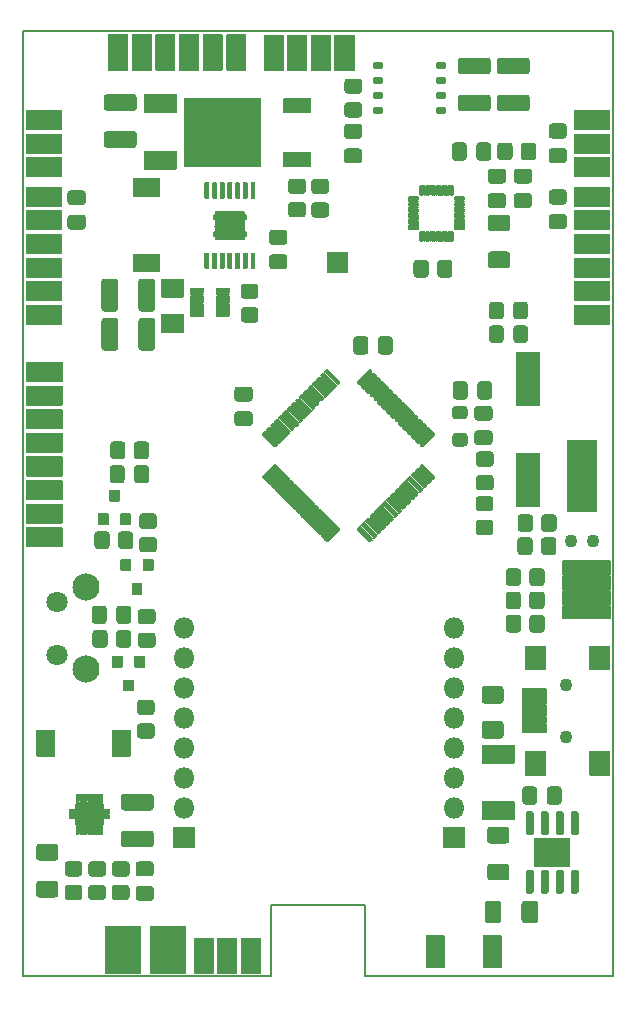
<source format=gbr>
G04 #@! TF.GenerationSoftware,KiCad,Pcbnew,(5.1.8)-1*
G04 #@! TF.CreationDate,2020-12-25T22:35:49+01:00*
G04 #@! TF.ProjectId,TinXsat,54696e58-7361-4742-9e6b-696361645f70,rev?*
G04 #@! TF.SameCoordinates,Original*
G04 #@! TF.FileFunction,Soldermask,Top*
G04 #@! TF.FilePolarity,Negative*
%FSLAX46Y46*%
G04 Gerber Fmt 4.6, Leading zero omitted, Abs format (unit mm)*
G04 Created by KiCad (PCBNEW (5.1.8)-1) date 2020-12-25 22:35:49*
%MOMM*%
%LPD*%
G01*
G04 APERTURE LIST*
G04 #@! TA.AperFunction,Profile*
%ADD10C,0.150000*%
G04 #@! TD*
%ADD11C,0.152400*%
%ADD12O,1.801600X1.801600*%
%ADD13C,1.101600*%
%ADD14C,1.801600*%
%ADD15C,2.301600*%
%ADD16C,0.150000*%
G04 APERTURE END LIST*
D10*
X79000000Y-124000000D02*
X71000000Y-124000000D01*
X79000000Y-130000000D02*
X79000000Y-124000000D01*
X71000000Y-130000000D02*
X71000000Y-124000000D01*
X100000000Y-130000000D02*
X79000000Y-130000000D01*
X71000000Y-130000000D02*
X50000000Y-130000000D01*
X50000000Y-130000000D02*
X50000000Y-50000000D01*
X100000000Y-50000000D02*
X100000000Y-130000000D01*
X50000000Y-50000000D02*
X100000000Y-50000000D01*
D11*
G04 #@! TO.C,U10*
X68757500Y-65550000D02*
X68757500Y-65900000D01*
X68857500Y-65550000D02*
X68757500Y-65550000D01*
X68857500Y-65900000D02*
X68857500Y-65550000D01*
X68757500Y-65900000D02*
X68857500Y-65900000D01*
X68757500Y-67350000D02*
X68757500Y-67000000D01*
X68857500Y-67350000D02*
X68757500Y-67350000D01*
X68857500Y-67000000D02*
X68857500Y-67350000D01*
X68757500Y-67000000D02*
X68857500Y-67000000D01*
X66297500Y-67350000D02*
X66297500Y-67000000D01*
X66197500Y-67350000D02*
X66297500Y-67350000D01*
X66197500Y-67000000D02*
X66197500Y-67350000D01*
X66297500Y-67000000D02*
X66197500Y-67000000D01*
X66297500Y-65550000D02*
X66297500Y-65900000D01*
X66197500Y-65550000D02*
X66297500Y-65550000D01*
X66197500Y-65900000D02*
X66197500Y-65550000D01*
X66297500Y-65900000D02*
X66197500Y-65900000D01*
X68757500Y-66450000D02*
X68757500Y-66450000D01*
X68757500Y-66450000D02*
X68757500Y-66450000D01*
X68757500Y-66450000D02*
X68757500Y-66450000D01*
X68757500Y-66450000D02*
X68757500Y-66450000D01*
X68757500Y-66450000D02*
X68757500Y-66450000D01*
X68757500Y-66450000D02*
X68757500Y-66450000D01*
X68757500Y-66450000D02*
X68757500Y-66450000D01*
X68757500Y-66450000D02*
X68757500Y-66450000D01*
X66297500Y-66450000D02*
X66297500Y-66450000D01*
X66297500Y-66450000D02*
X66297500Y-66450000D01*
X66297500Y-66450000D02*
X66297500Y-66450000D01*
X66297500Y-66450000D02*
X66297500Y-66450000D01*
X66297500Y-66450000D02*
X66297500Y-66450000D01*
X66297500Y-66450000D02*
X66297500Y-66450000D01*
X66297500Y-66450000D02*
X66297500Y-66450000D01*
X66297500Y-66450000D02*
X66297500Y-66450000D01*
D10*
X79000000Y-124000000D02*
X71000000Y-124000000D01*
X79000000Y-130000000D02*
X79000000Y-124000000D01*
X71000000Y-130000000D02*
X71000000Y-124000000D01*
X100000000Y-130000000D02*
X79000000Y-130000000D01*
X71000000Y-130000000D02*
X50000000Y-130000000D01*
X50000000Y-130000000D02*
X50000000Y-50000000D01*
X100000000Y-50000000D02*
X100000000Y-130000000D01*
X50000000Y-50000000D02*
X100000000Y-50000000D01*
D11*
X68757500Y-65550000D02*
X68757500Y-65900000D01*
X68857500Y-65550000D02*
X68757500Y-65550000D01*
X68857500Y-65900000D02*
X68857500Y-65550000D01*
X68757500Y-65900000D02*
X68857500Y-65900000D01*
X68757500Y-67350000D02*
X68757500Y-67000000D01*
X68857500Y-67350000D02*
X68757500Y-67350000D01*
X68857500Y-67000000D02*
X68857500Y-67350000D01*
X68757500Y-67000000D02*
X68857500Y-67000000D01*
X66297500Y-67350000D02*
X66297500Y-67000000D01*
X66197500Y-67350000D02*
X66297500Y-67350000D01*
X66197500Y-67000000D02*
X66197500Y-67350000D01*
X66297500Y-67000000D02*
X66197500Y-67000000D01*
X66297500Y-65550000D02*
X66297500Y-65900000D01*
X66197500Y-65550000D02*
X66297500Y-65550000D01*
X66197500Y-65900000D02*
X66197500Y-65550000D01*
X66297500Y-65900000D02*
X66197500Y-65900000D01*
X68757500Y-66450000D02*
X68757500Y-66450000D01*
X68757500Y-66450000D02*
X68757500Y-66450000D01*
X68757500Y-66450000D02*
X68757500Y-66450000D01*
X68757500Y-66450000D02*
X68757500Y-66450000D01*
X68757500Y-66450000D02*
X68757500Y-66450000D01*
X68757500Y-66450000D02*
X68757500Y-66450000D01*
X68757500Y-66450000D02*
X68757500Y-66450000D01*
X68757500Y-66450000D02*
X68757500Y-66450000D01*
X66297500Y-66450000D02*
X66297500Y-66450000D01*
X66297500Y-66450000D02*
X66297500Y-66450000D01*
X66297500Y-66450000D02*
X66297500Y-66450000D01*
X66297500Y-66450000D02*
X66297500Y-66450000D01*
X66297500Y-66450000D02*
X66297500Y-66450000D01*
X66297500Y-66450000D02*
X66297500Y-66450000D01*
X66297500Y-66450000D02*
X66297500Y-66450000D01*
X66297500Y-66450000D02*
X66297500Y-66450000D01*
G04 #@! TD*
G04 #@! TO.C,U2*
G36*
G01*
X80503300Y-56534600D02*
X80503300Y-56835400D01*
G75*
G02*
X80352900Y-56985800I-150400J0D01*
G01*
X79777100Y-56985800D01*
G75*
G02*
X79626700Y-56835400I0J150400D01*
G01*
X79626700Y-56534600D01*
G75*
G02*
X79777100Y-56384200I150400J0D01*
G01*
X80352900Y-56384200D01*
G75*
G02*
X80503300Y-56534600I0J-150400D01*
G01*
G37*
G36*
G01*
X80503300Y-55264600D02*
X80503300Y-55565400D01*
G75*
G02*
X80352900Y-55715800I-150400J0D01*
G01*
X79777100Y-55715800D01*
G75*
G02*
X79626700Y-55565400I0J150400D01*
G01*
X79626700Y-55264600D01*
G75*
G02*
X79777100Y-55114200I150400J0D01*
G01*
X80352900Y-55114200D01*
G75*
G02*
X80503300Y-55264600I0J-150400D01*
G01*
G37*
G36*
G01*
X80503300Y-53994600D02*
X80503300Y-54295400D01*
G75*
G02*
X80352900Y-54445800I-150400J0D01*
G01*
X79777100Y-54445800D01*
G75*
G02*
X79626700Y-54295400I0J150400D01*
G01*
X79626700Y-53994600D01*
G75*
G02*
X79777100Y-53844200I150400J0D01*
G01*
X80352900Y-53844200D01*
G75*
G02*
X80503300Y-53994600I0J-150400D01*
G01*
G37*
G36*
G01*
X80503300Y-52724600D02*
X80503300Y-53025400D01*
G75*
G02*
X80352900Y-53175800I-150400J0D01*
G01*
X79777100Y-53175800D01*
G75*
G02*
X79626700Y-53025400I0J150400D01*
G01*
X79626700Y-52724600D01*
G75*
G02*
X79777100Y-52574200I150400J0D01*
G01*
X80352900Y-52574200D01*
G75*
G02*
X80503300Y-52724600I0J-150400D01*
G01*
G37*
G36*
G01*
X85828300Y-52724600D02*
X85828300Y-53025400D01*
G75*
G02*
X85677900Y-53175800I-150400J0D01*
G01*
X85102100Y-53175800D01*
G75*
G02*
X84951700Y-53025400I0J150400D01*
G01*
X84951700Y-52724600D01*
G75*
G02*
X85102100Y-52574200I150400J0D01*
G01*
X85677900Y-52574200D01*
G75*
G02*
X85828300Y-52724600I0J-150400D01*
G01*
G37*
G36*
G01*
X85828300Y-53994600D02*
X85828300Y-54295400D01*
G75*
G02*
X85677900Y-54445800I-150400J0D01*
G01*
X85102100Y-54445800D01*
G75*
G02*
X84951700Y-54295400I0J150400D01*
G01*
X84951700Y-53994600D01*
G75*
G02*
X85102100Y-53844200I150400J0D01*
G01*
X85677900Y-53844200D01*
G75*
G02*
X85828300Y-53994600I0J-150400D01*
G01*
G37*
G36*
G01*
X85828300Y-55264600D02*
X85828300Y-55565400D01*
G75*
G02*
X85677900Y-55715800I-150400J0D01*
G01*
X85102100Y-55715800D01*
G75*
G02*
X84951700Y-55565400I0J150400D01*
G01*
X84951700Y-55264600D01*
G75*
G02*
X85102100Y-55114200I150400J0D01*
G01*
X85677900Y-55114200D01*
G75*
G02*
X85828300Y-55264600I0J-150400D01*
G01*
G37*
G36*
G01*
X85828300Y-56534600D02*
X85828300Y-56835400D01*
G75*
G02*
X85677900Y-56985800I-150400J0D01*
G01*
X85102100Y-56985800D01*
G75*
G02*
X84951700Y-56835400I0J150400D01*
G01*
X84951700Y-56534600D01*
G75*
G02*
X85102100Y-56384200I150400J0D01*
G01*
X85677900Y-56384200D01*
G75*
G02*
X85828300Y-56534600I0J-150400D01*
G01*
G37*
G04 #@! TD*
G04 #@! TO.C,R15*
G36*
G01*
X78457635Y-55292800D02*
X77498365Y-55292800D01*
G75*
G02*
X77227200Y-55021635I0J271165D01*
G01*
X77227200Y-54262365D01*
G75*
G02*
X77498365Y-53991200I271165J0D01*
G01*
X78457635Y-53991200D01*
G75*
G02*
X78728800Y-54262365I0J-271165D01*
G01*
X78728800Y-55021635D01*
G75*
G02*
X78457635Y-55292800I-271165J0D01*
G01*
G37*
G36*
G01*
X78457635Y-57292800D02*
X77498365Y-57292800D01*
G75*
G02*
X77227200Y-57021635I0J271165D01*
G01*
X77227200Y-56262365D01*
G75*
G02*
X77498365Y-55991200I271165J0D01*
G01*
X78457635Y-55991200D01*
G75*
G02*
X78728800Y-56262365I0J-271165D01*
G01*
X78728800Y-57021635D01*
G75*
G02*
X78457635Y-57292800I-271165J0D01*
G01*
G37*
G04 #@! TD*
D12*
G04 #@! TO.C,U6*
X63640000Y-115710000D03*
X63640000Y-113170000D03*
X63640000Y-108090000D03*
G36*
G01*
X64540800Y-117400000D02*
X64540800Y-119100000D01*
G75*
G02*
X64490000Y-119150800I-50800J0D01*
G01*
X62790000Y-119150800D01*
G75*
G02*
X62739200Y-119100000I0J50800D01*
G01*
X62739200Y-117400000D01*
G75*
G02*
X62790000Y-117349200I50800J0D01*
G01*
X64490000Y-117349200D01*
G75*
G02*
X64540800Y-117400000I0J-50800D01*
G01*
G37*
X63640000Y-100470000D03*
X63640000Y-105550000D03*
X63640000Y-103010000D03*
X63640000Y-110630000D03*
X86500000Y-100470000D03*
X86500000Y-103010000D03*
X86500000Y-105550000D03*
X86500000Y-108090000D03*
X86500000Y-110630000D03*
X86500000Y-113170000D03*
X86500000Y-115710000D03*
G36*
G01*
X87400800Y-117400000D02*
X87400800Y-119100000D01*
G75*
G02*
X87350000Y-119150800I-50800J0D01*
G01*
X85650000Y-119150800D01*
G75*
G02*
X85599200Y-119100000I0J50800D01*
G01*
X85599200Y-117400000D01*
G75*
G02*
X85650000Y-117349200I50800J0D01*
G01*
X87350000Y-117349200D01*
G75*
G02*
X87400800Y-117400000I0J-50800D01*
G01*
G37*
G04 #@! TD*
G04 #@! TO.C,J7*
G36*
G01*
X50264200Y-93635000D02*
X50264200Y-92035000D01*
G75*
G02*
X50315000Y-91984200I50800J0D01*
G01*
X53315000Y-91984200D01*
G75*
G02*
X53365800Y-92035000I0J-50800D01*
G01*
X53365800Y-93635000D01*
G75*
G02*
X53315000Y-93685800I-50800J0D01*
G01*
X50315000Y-93685800D01*
G75*
G02*
X50264200Y-93635000I0J50800D01*
G01*
G37*
G36*
G01*
X50264200Y-91635000D02*
X50264200Y-90035000D01*
G75*
G02*
X50315000Y-89984200I50800J0D01*
G01*
X53315000Y-89984200D01*
G75*
G02*
X53365800Y-90035000I0J-50800D01*
G01*
X53365800Y-91635000D01*
G75*
G02*
X53315000Y-91685800I-50800J0D01*
G01*
X50315000Y-91685800D01*
G75*
G02*
X50264200Y-91635000I0J50800D01*
G01*
G37*
G36*
G01*
X50264200Y-89635000D02*
X50264200Y-88035000D01*
G75*
G02*
X50315000Y-87984200I50800J0D01*
G01*
X53315000Y-87984200D01*
G75*
G02*
X53365800Y-88035000I0J-50800D01*
G01*
X53365800Y-89635000D01*
G75*
G02*
X53315000Y-89685800I-50800J0D01*
G01*
X50315000Y-89685800D01*
G75*
G02*
X50264200Y-89635000I0J50800D01*
G01*
G37*
G36*
G01*
X50264200Y-87635000D02*
X50264200Y-86035000D01*
G75*
G02*
X50315000Y-85984200I50800J0D01*
G01*
X53315000Y-85984200D01*
G75*
G02*
X53365800Y-86035000I0J-50800D01*
G01*
X53365800Y-87635000D01*
G75*
G02*
X53315000Y-87685800I-50800J0D01*
G01*
X50315000Y-87685800D01*
G75*
G02*
X50264200Y-87635000I0J50800D01*
G01*
G37*
G36*
G01*
X53365800Y-84035000D02*
X53365800Y-85635000D01*
G75*
G02*
X53315000Y-85685800I-50800J0D01*
G01*
X50315000Y-85685800D01*
G75*
G02*
X50264200Y-85635000I0J50800D01*
G01*
X50264200Y-84035000D01*
G75*
G02*
X50315000Y-83984200I50800J0D01*
G01*
X53315000Y-83984200D01*
G75*
G02*
X53365800Y-84035000I0J-50800D01*
G01*
G37*
G36*
G01*
X50264200Y-83635000D02*
X50264200Y-82035000D01*
G75*
G02*
X50315000Y-81984200I50800J0D01*
G01*
X53315000Y-81984200D01*
G75*
G02*
X53365800Y-82035000I0J-50800D01*
G01*
X53365800Y-83635000D01*
G75*
G02*
X53315000Y-83685800I-50800J0D01*
G01*
X50315000Y-83685800D01*
G75*
G02*
X50264200Y-83635000I0J50800D01*
G01*
G37*
G36*
G01*
X50264200Y-81635000D02*
X50264200Y-80035000D01*
G75*
G02*
X50315000Y-79984200I50800J0D01*
G01*
X53315000Y-79984200D01*
G75*
G02*
X53365800Y-80035000I0J-50800D01*
G01*
X53365800Y-81635000D01*
G75*
G02*
X53315000Y-81685800I-50800J0D01*
G01*
X50315000Y-81685800D01*
G75*
G02*
X50264200Y-81635000I0J50800D01*
G01*
G37*
G36*
G01*
X50264200Y-79635000D02*
X50264200Y-78035000D01*
G75*
G02*
X50315000Y-77984200I50800J0D01*
G01*
X53315000Y-77984200D01*
G75*
G02*
X53365800Y-78035000I0J-50800D01*
G01*
X53365800Y-79635000D01*
G75*
G02*
X53315000Y-79685800I-50800J0D01*
G01*
X50315000Y-79685800D01*
G75*
G02*
X50264200Y-79635000I0J50800D01*
G01*
G37*
G04 #@! TD*
G04 #@! TO.C,J3*
G36*
G01*
X68872500Y-53335800D02*
X67272500Y-53335800D01*
G75*
G02*
X67221700Y-53285000I0J50800D01*
G01*
X67221700Y-50285000D01*
G75*
G02*
X67272500Y-50234200I50800J0D01*
G01*
X68872500Y-50234200D01*
G75*
G02*
X68923300Y-50285000I0J-50800D01*
G01*
X68923300Y-53285000D01*
G75*
G02*
X68872500Y-53335800I-50800J0D01*
G01*
G37*
G36*
G01*
X66872500Y-53335800D02*
X65272500Y-53335800D01*
G75*
G02*
X65221700Y-53285000I0J50800D01*
G01*
X65221700Y-50285000D01*
G75*
G02*
X65272500Y-50234200I50800J0D01*
G01*
X66872500Y-50234200D01*
G75*
G02*
X66923300Y-50285000I0J-50800D01*
G01*
X66923300Y-53285000D01*
G75*
G02*
X66872500Y-53335800I-50800J0D01*
G01*
G37*
G36*
G01*
X63272500Y-50234200D02*
X64872500Y-50234200D01*
G75*
G02*
X64923300Y-50285000I0J-50800D01*
G01*
X64923300Y-53285000D01*
G75*
G02*
X64872500Y-53335800I-50800J0D01*
G01*
X63272500Y-53335800D01*
G75*
G02*
X63221700Y-53285000I0J50800D01*
G01*
X63221700Y-50285000D01*
G75*
G02*
X63272500Y-50234200I50800J0D01*
G01*
G37*
G36*
G01*
X62872500Y-53335800D02*
X61272500Y-53335800D01*
G75*
G02*
X61221700Y-53285000I0J50800D01*
G01*
X61221700Y-50285000D01*
G75*
G02*
X61272500Y-50234200I50800J0D01*
G01*
X62872500Y-50234200D01*
G75*
G02*
X62923300Y-50285000I0J-50800D01*
G01*
X62923300Y-53285000D01*
G75*
G02*
X62872500Y-53335800I-50800J0D01*
G01*
G37*
G36*
G01*
X60872500Y-53335800D02*
X59272500Y-53335800D01*
G75*
G02*
X59221700Y-53285000I0J50800D01*
G01*
X59221700Y-50285000D01*
G75*
G02*
X59272500Y-50234200I50800J0D01*
G01*
X60872500Y-50234200D01*
G75*
G02*
X60923300Y-50285000I0J-50800D01*
G01*
X60923300Y-53285000D01*
G75*
G02*
X60872500Y-53335800I-50800J0D01*
G01*
G37*
G36*
G01*
X58872500Y-53335800D02*
X57272500Y-53335800D01*
G75*
G02*
X57221700Y-53285000I0J50800D01*
G01*
X57221700Y-50285000D01*
G75*
G02*
X57272500Y-50234200I50800J0D01*
G01*
X58872500Y-50234200D01*
G75*
G02*
X58923300Y-50285000I0J-50800D01*
G01*
X58923300Y-53285000D01*
G75*
G02*
X58872500Y-53335800I-50800J0D01*
G01*
G37*
G04 #@! TD*
G04 #@! TO.C,J6*
G36*
G01*
X50249200Y-74800000D02*
X50249200Y-73200000D01*
G75*
G02*
X50300000Y-73149200I50800J0D01*
G01*
X53300000Y-73149200D01*
G75*
G02*
X53350800Y-73200000I0J-50800D01*
G01*
X53350800Y-74800000D01*
G75*
G02*
X53300000Y-74850800I-50800J0D01*
G01*
X50300000Y-74850800D01*
G75*
G02*
X50249200Y-74800000I0J50800D01*
G01*
G37*
G36*
G01*
X50249200Y-72800000D02*
X50249200Y-71200000D01*
G75*
G02*
X50300000Y-71149200I50800J0D01*
G01*
X53300000Y-71149200D01*
G75*
G02*
X53350800Y-71200000I0J-50800D01*
G01*
X53350800Y-72800000D01*
G75*
G02*
X53300000Y-72850800I-50800J0D01*
G01*
X50300000Y-72850800D01*
G75*
G02*
X50249200Y-72800000I0J50800D01*
G01*
G37*
G36*
G01*
X53350800Y-69200000D02*
X53350800Y-70800000D01*
G75*
G02*
X53300000Y-70850800I-50800J0D01*
G01*
X50300000Y-70850800D01*
G75*
G02*
X50249200Y-70800000I0J50800D01*
G01*
X50249200Y-69200000D01*
G75*
G02*
X50300000Y-69149200I50800J0D01*
G01*
X53300000Y-69149200D01*
G75*
G02*
X53350800Y-69200000I0J-50800D01*
G01*
G37*
G36*
G01*
X50249200Y-68800000D02*
X50249200Y-67200000D01*
G75*
G02*
X50300000Y-67149200I50800J0D01*
G01*
X53300000Y-67149200D01*
G75*
G02*
X53350800Y-67200000I0J-50800D01*
G01*
X53350800Y-68800000D01*
G75*
G02*
X53300000Y-68850800I-50800J0D01*
G01*
X50300000Y-68850800D01*
G75*
G02*
X50249200Y-68800000I0J50800D01*
G01*
G37*
G36*
G01*
X50249200Y-66800000D02*
X50249200Y-65200000D01*
G75*
G02*
X50300000Y-65149200I50800J0D01*
G01*
X53300000Y-65149200D01*
G75*
G02*
X53350800Y-65200000I0J-50800D01*
G01*
X53350800Y-66800000D01*
G75*
G02*
X53300000Y-66850800I-50800J0D01*
G01*
X50300000Y-66850800D01*
G75*
G02*
X50249200Y-66800000I0J50800D01*
G01*
G37*
G36*
G01*
X50249200Y-64800000D02*
X50249200Y-63200000D01*
G75*
G02*
X50300000Y-63149200I50800J0D01*
G01*
X53300000Y-63149200D01*
G75*
G02*
X53350800Y-63200000I0J-50800D01*
G01*
X53350800Y-64800000D01*
G75*
G02*
X53300000Y-64850800I-50800J0D01*
G01*
X50300000Y-64850800D01*
G75*
G02*
X50249200Y-64800000I0J50800D01*
G01*
G37*
G04 #@! TD*
G04 #@! TO.C,J5*
G36*
G01*
X96649200Y-74800000D02*
X96649200Y-73200000D01*
G75*
G02*
X96700000Y-73149200I50800J0D01*
G01*
X99700000Y-73149200D01*
G75*
G02*
X99750800Y-73200000I0J-50800D01*
G01*
X99750800Y-74800000D01*
G75*
G02*
X99700000Y-74850800I-50800J0D01*
G01*
X96700000Y-74850800D01*
G75*
G02*
X96649200Y-74800000I0J50800D01*
G01*
G37*
G36*
G01*
X96649200Y-72800000D02*
X96649200Y-71200000D01*
G75*
G02*
X96700000Y-71149200I50800J0D01*
G01*
X99700000Y-71149200D01*
G75*
G02*
X99750800Y-71200000I0J-50800D01*
G01*
X99750800Y-72800000D01*
G75*
G02*
X99700000Y-72850800I-50800J0D01*
G01*
X96700000Y-72850800D01*
G75*
G02*
X96649200Y-72800000I0J50800D01*
G01*
G37*
G36*
G01*
X99750800Y-69200000D02*
X99750800Y-70800000D01*
G75*
G02*
X99700000Y-70850800I-50800J0D01*
G01*
X96700000Y-70850800D01*
G75*
G02*
X96649200Y-70800000I0J50800D01*
G01*
X96649200Y-69200000D01*
G75*
G02*
X96700000Y-69149200I50800J0D01*
G01*
X99700000Y-69149200D01*
G75*
G02*
X99750800Y-69200000I0J-50800D01*
G01*
G37*
G36*
G01*
X96649200Y-68800000D02*
X96649200Y-67200000D01*
G75*
G02*
X96700000Y-67149200I50800J0D01*
G01*
X99700000Y-67149200D01*
G75*
G02*
X99750800Y-67200000I0J-50800D01*
G01*
X99750800Y-68800000D01*
G75*
G02*
X99700000Y-68850800I-50800J0D01*
G01*
X96700000Y-68850800D01*
G75*
G02*
X96649200Y-68800000I0J50800D01*
G01*
G37*
G36*
G01*
X96649200Y-66800000D02*
X96649200Y-65200000D01*
G75*
G02*
X96700000Y-65149200I50800J0D01*
G01*
X99700000Y-65149200D01*
G75*
G02*
X99750800Y-65200000I0J-50800D01*
G01*
X99750800Y-66800000D01*
G75*
G02*
X99700000Y-66850800I-50800J0D01*
G01*
X96700000Y-66850800D01*
G75*
G02*
X96649200Y-66800000I0J50800D01*
G01*
G37*
G36*
G01*
X96649200Y-64800000D02*
X96649200Y-63200000D01*
G75*
G02*
X96700000Y-63149200I50800J0D01*
G01*
X99700000Y-63149200D01*
G75*
G02*
X99750800Y-63200000I0J-50800D01*
G01*
X99750800Y-64800000D01*
G75*
G02*
X99700000Y-64850800I-50800J0D01*
G01*
X96700000Y-64850800D01*
G75*
G02*
X96649200Y-64800000I0J50800D01*
G01*
G37*
G04 #@! TD*
G04 #@! TO.C,U14*
G36*
G01*
X53350800Y-56700000D02*
X53350800Y-58300000D01*
G75*
G02*
X53300000Y-58350800I-50800J0D01*
G01*
X50300000Y-58350800D01*
G75*
G02*
X50249200Y-58300000I0J50800D01*
G01*
X50249200Y-56700000D01*
G75*
G02*
X50300000Y-56649200I50800J0D01*
G01*
X53300000Y-56649200D01*
G75*
G02*
X53350800Y-56700000I0J-50800D01*
G01*
G37*
G36*
G01*
X53350800Y-58700000D02*
X53350800Y-60300000D01*
G75*
G02*
X53300000Y-60350800I-50800J0D01*
G01*
X50300000Y-60350800D01*
G75*
G02*
X50249200Y-60300000I0J50800D01*
G01*
X50249200Y-58700000D01*
G75*
G02*
X50300000Y-58649200I50800J0D01*
G01*
X53300000Y-58649200D01*
G75*
G02*
X53350800Y-58700000I0J-50800D01*
G01*
G37*
G36*
G01*
X53350800Y-60700000D02*
X53350800Y-62300000D01*
G75*
G02*
X53300000Y-62350800I-50800J0D01*
G01*
X50300000Y-62350800D01*
G75*
G02*
X50249200Y-62300000I0J50800D01*
G01*
X50249200Y-60700000D01*
G75*
G02*
X50300000Y-60649200I50800J0D01*
G01*
X53300000Y-60649200D01*
G75*
G02*
X53350800Y-60700000I0J-50800D01*
G01*
G37*
G04 #@! TD*
G04 #@! TO.C,U13*
G36*
G01*
X64520000Y-126731700D02*
X66120000Y-126731700D01*
G75*
G02*
X66170800Y-126782500I0J-50800D01*
G01*
X66170800Y-129782500D01*
G75*
G02*
X66120000Y-129833300I-50800J0D01*
G01*
X64520000Y-129833300D01*
G75*
G02*
X64469200Y-129782500I0J50800D01*
G01*
X64469200Y-126782500D01*
G75*
G02*
X64520000Y-126731700I50800J0D01*
G01*
G37*
G36*
G01*
X66520000Y-126731700D02*
X68120000Y-126731700D01*
G75*
G02*
X68170800Y-126782500I0J-50800D01*
G01*
X68170800Y-129782500D01*
G75*
G02*
X68120000Y-129833300I-50800J0D01*
G01*
X66520000Y-129833300D01*
G75*
G02*
X66469200Y-129782500I0J50800D01*
G01*
X66469200Y-126782500D01*
G75*
G02*
X66520000Y-126731700I50800J0D01*
G01*
G37*
G36*
G01*
X68520000Y-126731700D02*
X70120000Y-126731700D01*
G75*
G02*
X70170800Y-126782500I0J-50800D01*
G01*
X70170800Y-129782500D01*
G75*
G02*
X70120000Y-129833300I-50800J0D01*
G01*
X68520000Y-129833300D01*
G75*
G02*
X68469200Y-129782500I0J50800D01*
G01*
X68469200Y-126782500D01*
G75*
G02*
X68520000Y-126731700I50800J0D01*
G01*
G37*
G04 #@! TD*
G04 #@! TO.C,U12*
G36*
G01*
X99750800Y-56700000D02*
X99750800Y-58300000D01*
G75*
G02*
X99700000Y-58350800I-50800J0D01*
G01*
X96700000Y-58350800D01*
G75*
G02*
X96649200Y-58300000I0J50800D01*
G01*
X96649200Y-56700000D01*
G75*
G02*
X96700000Y-56649200I50800J0D01*
G01*
X99700000Y-56649200D01*
G75*
G02*
X99750800Y-56700000I0J-50800D01*
G01*
G37*
G36*
G01*
X99750800Y-58700000D02*
X99750800Y-60300000D01*
G75*
G02*
X99700000Y-60350800I-50800J0D01*
G01*
X96700000Y-60350800D01*
G75*
G02*
X96649200Y-60300000I0J50800D01*
G01*
X96649200Y-58700000D01*
G75*
G02*
X96700000Y-58649200I50800J0D01*
G01*
X99700000Y-58649200D01*
G75*
G02*
X99750800Y-58700000I0J-50800D01*
G01*
G37*
G36*
G01*
X99750800Y-60700000D02*
X99750800Y-62300000D01*
G75*
G02*
X99700000Y-62350800I-50800J0D01*
G01*
X96700000Y-62350800D01*
G75*
G02*
X96649200Y-62300000I0J50800D01*
G01*
X96649200Y-60700000D01*
G75*
G02*
X96700000Y-60649200I50800J0D01*
G01*
X99700000Y-60649200D01*
G75*
G02*
X99750800Y-60700000I0J-50800D01*
G01*
G37*
G04 #@! TD*
G04 #@! TO.C,J8*
G36*
G01*
X78030000Y-53373300D02*
X76430000Y-53373300D01*
G75*
G02*
X76379200Y-53322500I0J50800D01*
G01*
X76379200Y-50322500D01*
G75*
G02*
X76430000Y-50271700I50800J0D01*
G01*
X78030000Y-50271700D01*
G75*
G02*
X78080800Y-50322500I0J-50800D01*
G01*
X78080800Y-53322500D01*
G75*
G02*
X78030000Y-53373300I-50800J0D01*
G01*
G37*
G36*
G01*
X76030000Y-53373300D02*
X74430000Y-53373300D01*
G75*
G02*
X74379200Y-53322500I0J50800D01*
G01*
X74379200Y-50322500D01*
G75*
G02*
X74430000Y-50271700I50800J0D01*
G01*
X76030000Y-50271700D01*
G75*
G02*
X76080800Y-50322500I0J-50800D01*
G01*
X76080800Y-53322500D01*
G75*
G02*
X76030000Y-53373300I-50800J0D01*
G01*
G37*
G36*
G01*
X74030000Y-53373300D02*
X72430000Y-53373300D01*
G75*
G02*
X72379200Y-53322500I0J50800D01*
G01*
X72379200Y-50322500D01*
G75*
G02*
X72430000Y-50271700I50800J0D01*
G01*
X74030000Y-50271700D01*
G75*
G02*
X74080800Y-50322500I0J-50800D01*
G01*
X74080800Y-53322500D01*
G75*
G02*
X74030000Y-53373300I-50800J0D01*
G01*
G37*
G36*
G01*
X72030000Y-53373300D02*
X70430000Y-53373300D01*
G75*
G02*
X70379200Y-53322500I0J50800D01*
G01*
X70379200Y-50322500D01*
G75*
G02*
X70430000Y-50271700I50800J0D01*
G01*
X72030000Y-50271700D01*
G75*
G02*
X72080800Y-50322500I0J-50800D01*
G01*
X72080800Y-53322500D01*
G75*
G02*
X72030000Y-53373300I-50800J0D01*
G01*
G37*
G04 #@! TD*
G04 #@! TO.C,D4*
G36*
G01*
X99715000Y-95955800D02*
X95715000Y-95955800D01*
G75*
G02*
X95664200Y-95905000I0J50800D01*
G01*
X95664200Y-94835000D01*
G75*
G02*
X95715000Y-94784200I50800J0D01*
G01*
X99715000Y-94784200D01*
G75*
G02*
X99765800Y-94835000I0J-50800D01*
G01*
X99765800Y-95905000D01*
G75*
G02*
X99715000Y-95955800I-50800J0D01*
G01*
G37*
G36*
G01*
X99715000Y-97225800D02*
X95715000Y-97225800D01*
G75*
G02*
X95664200Y-97175000I0J50800D01*
G01*
X95664200Y-96105000D01*
G75*
G02*
X95715000Y-96054200I50800J0D01*
G01*
X99715000Y-96054200D01*
G75*
G02*
X99765800Y-96105000I0J-50800D01*
G01*
X99765800Y-97175000D01*
G75*
G02*
X99715000Y-97225800I-50800J0D01*
G01*
G37*
G36*
G01*
X99715000Y-98495800D02*
X95715000Y-98495800D01*
G75*
G02*
X95664200Y-98445000I0J50800D01*
G01*
X95664200Y-97375000D01*
G75*
G02*
X95715000Y-97324200I50800J0D01*
G01*
X99715000Y-97324200D01*
G75*
G02*
X99765800Y-97375000I0J-50800D01*
G01*
X99765800Y-98445000D01*
G75*
G02*
X99715000Y-98495800I-50800J0D01*
G01*
G37*
G36*
G01*
X99715000Y-99765800D02*
X95715000Y-99765800D01*
G75*
G02*
X95664200Y-99715000I0J50800D01*
G01*
X95664200Y-98645000D01*
G75*
G02*
X95715000Y-98594200I50800J0D01*
G01*
X99715000Y-98594200D01*
G75*
G02*
X99765800Y-98645000I0J-50800D01*
G01*
X99765800Y-99715000D01*
G75*
G02*
X99715000Y-99765800I-50800J0D01*
G01*
G37*
G04 #@! TD*
G04 #@! TO.C,BT2*
G36*
G01*
X56991120Y-125721360D02*
X59991120Y-125721360D01*
G75*
G02*
X60041920Y-125772160I0J-50800D01*
G01*
X60041920Y-129772160D01*
G75*
G02*
X59991120Y-129822960I-50800J0D01*
G01*
X56991120Y-129822960D01*
G75*
G02*
X56940320Y-129772160I0J50800D01*
G01*
X56940320Y-125772160D01*
G75*
G02*
X56991120Y-125721360I50800J0D01*
G01*
G37*
G36*
G01*
X60801120Y-125721360D02*
X63801120Y-125721360D01*
G75*
G02*
X63851920Y-125772160I0J-50800D01*
G01*
X63851920Y-129772160D01*
G75*
G02*
X63801120Y-129822960I-50800J0D01*
G01*
X60801120Y-129822960D01*
G75*
G02*
X60750320Y-129772160I0J50800D01*
G01*
X60750320Y-125772160D01*
G75*
G02*
X60801120Y-125721360I50800J0D01*
G01*
G37*
G04 #@! TD*
G04 #@! TO.C,C41*
G36*
G01*
X79255800Y-76083317D02*
X79255800Y-77091683D01*
G75*
G02*
X78984183Y-77363300I-271617J0D01*
G01*
X78250817Y-77363300D01*
G75*
G02*
X77979200Y-77091683I0J271617D01*
G01*
X77979200Y-76083317D01*
G75*
G02*
X78250817Y-75811700I271617J0D01*
G01*
X78984183Y-75811700D01*
G75*
G02*
X79255800Y-76083317I0J-271617D01*
G01*
G37*
G36*
G01*
X81330800Y-76083317D02*
X81330800Y-77091683D01*
G75*
G02*
X81059183Y-77363300I-271617J0D01*
G01*
X80325817Y-77363300D01*
G75*
G02*
X80054200Y-77091683I0J271617D01*
G01*
X80054200Y-76083317D01*
G75*
G02*
X80325817Y-75811700I271617J0D01*
G01*
X81059183Y-75811700D01*
G75*
G02*
X81330800Y-76083317I0J-271617D01*
G01*
G37*
G04 #@! TD*
G04 #@! TO.C,C12*
G36*
G01*
X57105800Y-98888317D02*
X57105800Y-99896683D01*
G75*
G02*
X56834183Y-100168300I-271617J0D01*
G01*
X56100817Y-100168300D01*
G75*
G02*
X55829200Y-99896683I0J271617D01*
G01*
X55829200Y-98888317D01*
G75*
G02*
X56100817Y-98616700I271617J0D01*
G01*
X56834183Y-98616700D01*
G75*
G02*
X57105800Y-98888317I0J-271617D01*
G01*
G37*
G36*
G01*
X59180800Y-98888317D02*
X59180800Y-99896683D01*
G75*
G02*
X58909183Y-100168300I-271617J0D01*
G01*
X58175817Y-100168300D01*
G75*
G02*
X57904200Y-99896683I0J271617D01*
G01*
X57904200Y-98888317D01*
G75*
G02*
X58175817Y-98616700I271617J0D01*
G01*
X58909183Y-98616700D01*
G75*
G02*
X59180800Y-98888317I0J-271617D01*
G01*
G37*
G04 #@! TD*
G04 #@! TO.C,R5*
G36*
G01*
X59381700Y-85949635D02*
X59381700Y-84990365D01*
G75*
G02*
X59652865Y-84719200I271165J0D01*
G01*
X60412135Y-84719200D01*
G75*
G02*
X60683300Y-84990365I0J-271165D01*
G01*
X60683300Y-85949635D01*
G75*
G02*
X60412135Y-86220800I-271165J0D01*
G01*
X59652865Y-86220800D01*
G75*
G02*
X59381700Y-85949635I0J271165D01*
G01*
G37*
G36*
G01*
X57381700Y-85949635D02*
X57381700Y-84990365D01*
G75*
G02*
X57652865Y-84719200I271165J0D01*
G01*
X58412135Y-84719200D01*
G75*
G02*
X58683300Y-84990365I0J-271165D01*
G01*
X58683300Y-85949635D01*
G75*
G02*
X58412135Y-86220800I-271165J0D01*
G01*
X57652865Y-86220800D01*
G75*
G02*
X57381700Y-85949635I0J271165D01*
G01*
G37*
G04 #@! TD*
G04 #@! TO.C,C5*
G36*
G01*
X58078300Y-74518367D02*
X58078300Y-76781633D01*
G75*
G02*
X57809133Y-77050800I-269167J0D01*
G01*
X56920867Y-77050800D01*
G75*
G02*
X56651700Y-76781633I0J269167D01*
G01*
X56651700Y-74518367D01*
G75*
G02*
X56920867Y-74249200I269167J0D01*
G01*
X57809133Y-74249200D01*
G75*
G02*
X58078300Y-74518367I0J-269167D01*
G01*
G37*
G36*
G01*
X61203300Y-74518367D02*
X61203300Y-76781633D01*
G75*
G02*
X60934133Y-77050800I-269167J0D01*
G01*
X60045867Y-77050800D01*
G75*
G02*
X59776700Y-76781633I0J269167D01*
G01*
X59776700Y-74518367D01*
G75*
G02*
X60045867Y-74249200I269167J0D01*
G01*
X60934133Y-74249200D01*
G75*
G02*
X61203300Y-74518367I0J-269167D01*
G01*
G37*
G04 #@! TD*
D13*
G04 #@! TO.C,J1*
X96000000Y-105300000D03*
X96000000Y-109700000D03*
G36*
G01*
X99700000Y-104100800D02*
X98000000Y-104100800D01*
G75*
G02*
X97949200Y-104050000I0J50800D01*
G01*
X97949200Y-102050000D01*
G75*
G02*
X98000000Y-101999200I50800J0D01*
G01*
X99700000Y-101999200D01*
G75*
G02*
X99750800Y-102050000I0J-50800D01*
G01*
X99750800Y-104050000D01*
G75*
G02*
X99700000Y-104100800I-50800J0D01*
G01*
G37*
G36*
G01*
X94250000Y-104100800D02*
X92550000Y-104100800D01*
G75*
G02*
X92499200Y-104050000I0J50800D01*
G01*
X92499200Y-102050000D01*
G75*
G02*
X92550000Y-101999200I50800J0D01*
G01*
X94250000Y-101999200D01*
G75*
G02*
X94300800Y-102050000I0J-50800D01*
G01*
X94300800Y-104050000D01*
G75*
G02*
X94250000Y-104100800I-50800J0D01*
G01*
G37*
G36*
G01*
X99700000Y-113000800D02*
X98000000Y-113000800D01*
G75*
G02*
X97949200Y-112950000I0J50800D01*
G01*
X97949200Y-110950000D01*
G75*
G02*
X98000000Y-110899200I50800J0D01*
G01*
X99700000Y-110899200D01*
G75*
G02*
X99750800Y-110950000I0J-50800D01*
G01*
X99750800Y-112950000D01*
G75*
G02*
X99700000Y-113000800I-50800J0D01*
G01*
G37*
G36*
G01*
X94250000Y-113000800D02*
X92550000Y-113000800D01*
G75*
G02*
X92499200Y-112950000I0J50800D01*
G01*
X92499200Y-110950000D01*
G75*
G02*
X92550000Y-110899200I50800J0D01*
G01*
X94250000Y-110899200D01*
G75*
G02*
X94300800Y-110950000I0J-50800D01*
G01*
X94300800Y-112950000D01*
G75*
G02*
X94250000Y-113000800I-50800J0D01*
G01*
G37*
G36*
G01*
X94300001Y-106200800D02*
X92299999Y-106200800D01*
G75*
G02*
X92249200Y-106150001I0J50799D01*
G01*
X92249200Y-105649999D01*
G75*
G02*
X92299999Y-105599200I50799J0D01*
G01*
X94300001Y-105599200D01*
G75*
G02*
X94350800Y-105649999I0J-50799D01*
G01*
X94350800Y-106150001D01*
G75*
G02*
X94300001Y-106200800I-50799J0D01*
G01*
G37*
G36*
G01*
X94300001Y-107000800D02*
X92299999Y-107000800D01*
G75*
G02*
X92249200Y-106950001I0J50799D01*
G01*
X92249200Y-106449999D01*
G75*
G02*
X92299999Y-106399200I50799J0D01*
G01*
X94300001Y-106399200D01*
G75*
G02*
X94350800Y-106449999I0J-50799D01*
G01*
X94350800Y-106950001D01*
G75*
G02*
X94300001Y-107000800I-50799J0D01*
G01*
G37*
G36*
G01*
X94300001Y-107800800D02*
X92299999Y-107800800D01*
G75*
G02*
X92249200Y-107750001I0J50799D01*
G01*
X92249200Y-107249999D01*
G75*
G02*
X92299999Y-107199200I50799J0D01*
G01*
X94300001Y-107199200D01*
G75*
G02*
X94350800Y-107249999I0J-50799D01*
G01*
X94350800Y-107750001D01*
G75*
G02*
X94300001Y-107800800I-50799J0D01*
G01*
G37*
G36*
G01*
X94300001Y-108600800D02*
X92299999Y-108600800D01*
G75*
G02*
X92249200Y-108550001I0J50799D01*
G01*
X92249200Y-108049999D01*
G75*
G02*
X92299999Y-107999200I50799J0D01*
G01*
X94300001Y-107999200D01*
G75*
G02*
X94350800Y-108049999I0J-50799D01*
G01*
X94350800Y-108550001D01*
G75*
G02*
X94300001Y-108600800I-50799J0D01*
G01*
G37*
G36*
G01*
X94300001Y-109400800D02*
X92299999Y-109400800D01*
G75*
G02*
X92249200Y-109350001I0J50799D01*
G01*
X92249200Y-108849999D01*
G75*
G02*
X92299999Y-108799200I50799J0D01*
G01*
X94300001Y-108799200D01*
G75*
G02*
X94350800Y-108849999I0J-50799D01*
G01*
X94350800Y-109350001D01*
G75*
G02*
X94300001Y-109400800I-50799J0D01*
G01*
G37*
G04 #@! TD*
G04 #@! TO.C,U10*
G36*
G01*
X68757500Y-67655800D02*
X66297500Y-67655800D01*
G75*
G02*
X66246700Y-67605000I0J50800D01*
G01*
X66246700Y-65295000D01*
G75*
G02*
X66297500Y-65244200I50800J0D01*
G01*
X68757500Y-65244200D01*
G75*
G02*
X68808300Y-65295000I0J-50800D01*
G01*
X68808300Y-67605000D01*
G75*
G02*
X68757500Y-67655800I-50800J0D01*
G01*
G37*
G36*
G01*
X65729866Y-64164000D02*
X65425066Y-64164000D01*
G75*
G02*
X65374266Y-64113200I0J50800D01*
G01*
X65374266Y-62843200D01*
G75*
G02*
X65425066Y-62792400I50800J0D01*
G01*
X65729866Y-62792400D01*
G75*
G02*
X65780666Y-62843200I0J-50800D01*
G01*
X65780666Y-64113200D01*
G75*
G02*
X65729866Y-64164000I-50800J0D01*
G01*
G37*
G36*
G01*
X66379877Y-64164000D02*
X66075077Y-64164000D01*
G75*
G02*
X66024277Y-64113200I0J50800D01*
G01*
X66024277Y-62843200D01*
G75*
G02*
X66075077Y-62792400I50800J0D01*
G01*
X66379877Y-62792400D01*
G75*
G02*
X66430677Y-62843200I0J-50800D01*
G01*
X66430677Y-64113200D01*
G75*
G02*
X66379877Y-64164000I-50800J0D01*
G01*
G37*
G36*
G01*
X67029889Y-64164000D02*
X66725089Y-64164000D01*
G75*
G02*
X66674289Y-64113200I0J50800D01*
G01*
X66674289Y-62843200D01*
G75*
G02*
X66725089Y-62792400I50800J0D01*
G01*
X67029889Y-62792400D01*
G75*
G02*
X67080689Y-62843200I0J-50800D01*
G01*
X67080689Y-64113200D01*
G75*
G02*
X67029889Y-64164000I-50800J0D01*
G01*
G37*
G36*
G01*
X67679900Y-64164000D02*
X67375100Y-64164000D01*
G75*
G02*
X67324300Y-64113200I0J50800D01*
G01*
X67324300Y-62843200D01*
G75*
G02*
X67375100Y-62792400I50800J0D01*
G01*
X67679900Y-62792400D01*
G75*
G02*
X67730700Y-62843200I0J-50800D01*
G01*
X67730700Y-64113200D01*
G75*
G02*
X67679900Y-64164000I-50800J0D01*
G01*
G37*
G36*
G01*
X68329911Y-64164000D02*
X68025111Y-64164000D01*
G75*
G02*
X67974311Y-64113200I0J50800D01*
G01*
X67974311Y-62843200D01*
G75*
G02*
X68025111Y-62792400I50800J0D01*
G01*
X68329911Y-62792400D01*
G75*
G02*
X68380711Y-62843200I0J-50800D01*
G01*
X68380711Y-64113200D01*
G75*
G02*
X68329911Y-64164000I-50800J0D01*
G01*
G37*
G36*
G01*
X68979923Y-64164000D02*
X68675123Y-64164000D01*
G75*
G02*
X68624323Y-64113200I0J50800D01*
G01*
X68624323Y-62843200D01*
G75*
G02*
X68675123Y-62792400I50800J0D01*
G01*
X68979923Y-62792400D01*
G75*
G02*
X69030723Y-62843200I0J-50800D01*
G01*
X69030723Y-64113200D01*
G75*
G02*
X68979923Y-64164000I-50800J0D01*
G01*
G37*
G36*
G01*
X69629934Y-64164000D02*
X69325134Y-64164000D01*
G75*
G02*
X69274334Y-64113200I0J50800D01*
G01*
X69274334Y-62843200D01*
G75*
G02*
X69325134Y-62792400I50800J0D01*
G01*
X69629934Y-62792400D01*
G75*
G02*
X69680734Y-62843200I0J-50800D01*
G01*
X69680734Y-64113200D01*
G75*
G02*
X69629934Y-64164000I-50800J0D01*
G01*
G37*
G36*
G01*
X69629934Y-70107600D02*
X69325134Y-70107600D01*
G75*
G02*
X69274334Y-70056800I0J50800D01*
G01*
X69274334Y-68786800D01*
G75*
G02*
X69325134Y-68736000I50800J0D01*
G01*
X69629934Y-68736000D01*
G75*
G02*
X69680734Y-68786800I0J-50800D01*
G01*
X69680734Y-70056800D01*
G75*
G02*
X69629934Y-70107600I-50800J0D01*
G01*
G37*
G36*
G01*
X68979923Y-70107600D02*
X68675123Y-70107600D01*
G75*
G02*
X68624323Y-70056800I0J50800D01*
G01*
X68624323Y-68786800D01*
G75*
G02*
X68675123Y-68736000I50800J0D01*
G01*
X68979923Y-68736000D01*
G75*
G02*
X69030723Y-68786800I0J-50800D01*
G01*
X69030723Y-70056800D01*
G75*
G02*
X68979923Y-70107600I-50800J0D01*
G01*
G37*
G36*
G01*
X68329911Y-70107600D02*
X68025111Y-70107600D01*
G75*
G02*
X67974311Y-70056800I0J50800D01*
G01*
X67974311Y-68786800D01*
G75*
G02*
X68025111Y-68736000I50800J0D01*
G01*
X68329911Y-68736000D01*
G75*
G02*
X68380711Y-68786800I0J-50800D01*
G01*
X68380711Y-70056800D01*
G75*
G02*
X68329911Y-70107600I-50800J0D01*
G01*
G37*
G36*
G01*
X67679900Y-70107600D02*
X67375100Y-70107600D01*
G75*
G02*
X67324300Y-70056800I0J50800D01*
G01*
X67324300Y-68786800D01*
G75*
G02*
X67375100Y-68736000I50800J0D01*
G01*
X67679900Y-68736000D01*
G75*
G02*
X67730700Y-68786800I0J-50800D01*
G01*
X67730700Y-70056800D01*
G75*
G02*
X67679900Y-70107600I-50800J0D01*
G01*
G37*
G36*
G01*
X67029889Y-70107600D02*
X66725089Y-70107600D01*
G75*
G02*
X66674289Y-70056800I0J50800D01*
G01*
X66674289Y-68786800D01*
G75*
G02*
X66725089Y-68736000I50800J0D01*
G01*
X67029889Y-68736000D01*
G75*
G02*
X67080689Y-68786800I0J-50800D01*
G01*
X67080689Y-70056800D01*
G75*
G02*
X67029889Y-70107600I-50800J0D01*
G01*
G37*
G36*
G01*
X66379877Y-70107600D02*
X66075077Y-70107600D01*
G75*
G02*
X66024277Y-70056800I0J50800D01*
G01*
X66024277Y-68786800D01*
G75*
G02*
X66075077Y-68736000I50800J0D01*
G01*
X66379877Y-68736000D01*
G75*
G02*
X66430677Y-68786800I0J-50800D01*
G01*
X66430677Y-70056800D01*
G75*
G02*
X66379877Y-70107600I-50800J0D01*
G01*
G37*
G36*
G01*
X65729866Y-70107600D02*
X65425066Y-70107600D01*
G75*
G02*
X65374266Y-70056800I0J50800D01*
G01*
X65374266Y-68786800D01*
G75*
G02*
X65425066Y-68736000I50800J0D01*
G01*
X65729866Y-68736000D01*
G75*
G02*
X65780666Y-68786800I0J-50800D01*
G01*
X65780666Y-70056800D01*
G75*
G02*
X65729866Y-70107600I-50800J0D01*
G01*
G37*
G04 #@! TD*
G04 #@! TO.C,U7*
G36*
G01*
X66356700Y-72155000D02*
X66356700Y-71755000D01*
G75*
G02*
X66407500Y-71704200I50800J0D01*
G01*
X67467500Y-71704200D01*
G75*
G02*
X67518300Y-71755000I0J-50800D01*
G01*
X67518300Y-72155000D01*
G75*
G02*
X67467500Y-72205800I-50800J0D01*
G01*
X66407500Y-72205800D01*
G75*
G02*
X66356700Y-72155000I0J50800D01*
G01*
G37*
G36*
G01*
X66356700Y-72805000D02*
X66356700Y-72405000D01*
G75*
G02*
X66407500Y-72354200I50800J0D01*
G01*
X67467500Y-72354200D01*
G75*
G02*
X67518300Y-72405000I0J-50800D01*
G01*
X67518300Y-72805000D01*
G75*
G02*
X67467500Y-72855800I-50800J0D01*
G01*
X66407500Y-72855800D01*
G75*
G02*
X66356700Y-72805000I0J50800D01*
G01*
G37*
G36*
G01*
X66356700Y-73465000D02*
X66356700Y-73065000D01*
G75*
G02*
X66407500Y-73014200I50800J0D01*
G01*
X67467500Y-73014200D01*
G75*
G02*
X67518300Y-73065000I0J-50800D01*
G01*
X67518300Y-73465000D01*
G75*
G02*
X67467500Y-73515800I-50800J0D01*
G01*
X66407500Y-73515800D01*
G75*
G02*
X66356700Y-73465000I0J50800D01*
G01*
G37*
G36*
G01*
X66356700Y-74115000D02*
X66356700Y-73715000D01*
G75*
G02*
X66407500Y-73664200I50800J0D01*
G01*
X67467500Y-73664200D01*
G75*
G02*
X67518300Y-73715000I0J-50800D01*
G01*
X67518300Y-74115000D01*
G75*
G02*
X67467500Y-74165800I-50800J0D01*
G01*
X66407500Y-74165800D01*
G75*
G02*
X66356700Y-74115000I0J50800D01*
G01*
G37*
G36*
G01*
X64156700Y-74115000D02*
X64156700Y-73715000D01*
G75*
G02*
X64207500Y-73664200I50800J0D01*
G01*
X65267500Y-73664200D01*
G75*
G02*
X65318300Y-73715000I0J-50800D01*
G01*
X65318300Y-74115000D01*
G75*
G02*
X65267500Y-74165800I-50800J0D01*
G01*
X64207500Y-74165800D01*
G75*
G02*
X64156700Y-74115000I0J50800D01*
G01*
G37*
G36*
G01*
X64156700Y-73465000D02*
X64156700Y-73065000D01*
G75*
G02*
X64207500Y-73014200I50800J0D01*
G01*
X65267500Y-73014200D01*
G75*
G02*
X65318300Y-73065000I0J-50800D01*
G01*
X65318300Y-73465000D01*
G75*
G02*
X65267500Y-73515800I-50800J0D01*
G01*
X64207500Y-73515800D01*
G75*
G02*
X64156700Y-73465000I0J50800D01*
G01*
G37*
G36*
G01*
X64156700Y-72805000D02*
X64156700Y-72405000D01*
G75*
G02*
X64207500Y-72354200I50800J0D01*
G01*
X65267500Y-72354200D01*
G75*
G02*
X65318300Y-72405000I0J-50800D01*
G01*
X65318300Y-72805000D01*
G75*
G02*
X65267500Y-72855800I-50800J0D01*
G01*
X64207500Y-72855800D01*
G75*
G02*
X64156700Y-72805000I0J50800D01*
G01*
G37*
G36*
G01*
X64156700Y-72155000D02*
X64156700Y-71755000D01*
G75*
G02*
X64207500Y-71704200I50800J0D01*
G01*
X65267500Y-71704200D01*
G75*
G02*
X65318300Y-71755000I0J-50800D01*
G01*
X65318300Y-72155000D01*
G75*
G02*
X65267500Y-72205800I-50800J0D01*
G01*
X64207500Y-72205800D01*
G75*
G02*
X64156700Y-72155000I0J50800D01*
G01*
G37*
G04 #@! TD*
G04 #@! TO.C,C8*
G36*
G01*
X90991333Y-66931100D02*
X89628067Y-66931100D01*
G75*
G02*
X89358900Y-66661933I0J269167D01*
G01*
X89358900Y-65773667D01*
G75*
G02*
X89628067Y-65504500I269167J0D01*
G01*
X90991333Y-65504500D01*
G75*
G02*
X91260500Y-65773667I0J-269167D01*
G01*
X91260500Y-66661933D01*
G75*
G02*
X90991333Y-66931100I-269167J0D01*
G01*
G37*
G36*
G01*
X90991333Y-70056100D02*
X89628067Y-70056100D01*
G75*
G02*
X89358900Y-69786933I0J269167D01*
G01*
X89358900Y-68898667D01*
G75*
G02*
X89628067Y-68629500I269167J0D01*
G01*
X90991333Y-68629500D01*
G75*
G02*
X91260500Y-68898667I0J-269167D01*
G01*
X91260500Y-69786933D01*
G75*
G02*
X90991333Y-70056100I-269167J0D01*
G01*
G37*
G04 #@! TD*
G04 #@! TO.C,Y1*
G36*
G01*
X93765000Y-81755800D02*
X91765000Y-81755800D01*
G75*
G02*
X91714200Y-81705000I0J50800D01*
G01*
X91714200Y-77205000D01*
G75*
G02*
X91765000Y-77154200I50800J0D01*
G01*
X93765000Y-77154200D01*
G75*
G02*
X93815800Y-77205000I0J-50800D01*
G01*
X93815800Y-81705000D01*
G75*
G02*
X93765000Y-81755800I-50800J0D01*
G01*
G37*
G36*
G01*
X93765000Y-90255800D02*
X91765000Y-90255800D01*
G75*
G02*
X91714200Y-90205000I0J50800D01*
G01*
X91714200Y-85705000D01*
G75*
G02*
X91765000Y-85654200I50800J0D01*
G01*
X93765000Y-85654200D01*
G75*
G02*
X93815800Y-85705000I0J-50800D01*
G01*
X93815800Y-90205000D01*
G75*
G02*
X93765000Y-90255800I-50800J0D01*
G01*
G37*
G04 #@! TD*
G04 #@! TO.C,R59*
G36*
G01*
X60889635Y-107885800D02*
X59930365Y-107885800D01*
G75*
G02*
X59659200Y-107614635I0J271165D01*
G01*
X59659200Y-106855365D01*
G75*
G02*
X59930365Y-106584200I271165J0D01*
G01*
X60889635Y-106584200D01*
G75*
G02*
X61160800Y-106855365I0J-271165D01*
G01*
X61160800Y-107614635D01*
G75*
G02*
X60889635Y-107885800I-271165J0D01*
G01*
G37*
G36*
G01*
X60889635Y-109885800D02*
X59930365Y-109885800D01*
G75*
G02*
X59659200Y-109614635I0J271165D01*
G01*
X59659200Y-108855365D01*
G75*
G02*
X59930365Y-108584200I271165J0D01*
G01*
X60889635Y-108584200D01*
G75*
G02*
X61160800Y-108855365I0J-271165D01*
G01*
X61160800Y-109614635D01*
G75*
G02*
X60889635Y-109885800I-271165J0D01*
G01*
G37*
G04 #@! TD*
G04 #@! TO.C,C34*
G36*
G01*
X51383367Y-121904200D02*
X52746633Y-121904200D01*
G75*
G02*
X53015800Y-122173367I0J-269167D01*
G01*
X53015800Y-123061633D01*
G75*
G02*
X52746633Y-123330800I-269167J0D01*
G01*
X51383367Y-123330800D01*
G75*
G02*
X51114200Y-123061633I0J269167D01*
G01*
X51114200Y-122173367D01*
G75*
G02*
X51383367Y-121904200I269167J0D01*
G01*
G37*
G36*
G01*
X51383367Y-118779200D02*
X52746633Y-118779200D01*
G75*
G02*
X53015800Y-119048367I0J-269167D01*
G01*
X53015800Y-119936633D01*
G75*
G02*
X52746633Y-120205800I-269167J0D01*
G01*
X51383367Y-120205800D01*
G75*
G02*
X51114200Y-119936633I0J269167D01*
G01*
X51114200Y-119048367D01*
G75*
G02*
X51383367Y-118779200I269167J0D01*
G01*
G37*
G04 #@! TD*
G04 #@! TO.C,C24*
G36*
G01*
X90513300Y-123868367D02*
X90513300Y-125231633D01*
G75*
G02*
X90244133Y-125500800I-269167J0D01*
G01*
X89355867Y-125500800D01*
G75*
G02*
X89086700Y-125231633I0J269167D01*
G01*
X89086700Y-123868367D01*
G75*
G02*
X89355867Y-123599200I269167J0D01*
G01*
X90244133Y-123599200D01*
G75*
G02*
X90513300Y-123868367I0J-269167D01*
G01*
G37*
G36*
G01*
X93638300Y-123868367D02*
X93638300Y-125231633D01*
G75*
G02*
X93369133Y-125500800I-269167J0D01*
G01*
X92480867Y-125500800D01*
G75*
G02*
X92211700Y-125231633I0J269167D01*
G01*
X92211700Y-123868367D01*
G75*
G02*
X92480867Y-123599200I269167J0D01*
G01*
X93369133Y-123599200D01*
G75*
G02*
X93638300Y-123868367I0J-269167D01*
G01*
G37*
G04 #@! TD*
G04 #@! TO.C,C17*
G36*
G01*
X90931633Y-118763300D02*
X89568367Y-118763300D01*
G75*
G02*
X89299200Y-118494133I0J269167D01*
G01*
X89299200Y-117605867D01*
G75*
G02*
X89568367Y-117336700I269167J0D01*
G01*
X90931633Y-117336700D01*
G75*
G02*
X91200800Y-117605867I0J-269167D01*
G01*
X91200800Y-118494133D01*
G75*
G02*
X90931633Y-118763300I-269167J0D01*
G01*
G37*
G36*
G01*
X90931633Y-121888300D02*
X89568367Y-121888300D01*
G75*
G02*
X89299200Y-121619133I0J269167D01*
G01*
X89299200Y-120730867D01*
G75*
G02*
X89568367Y-120461700I269167J0D01*
G01*
X90931633Y-120461700D01*
G75*
G02*
X91200800Y-120730867I0J-269167D01*
G01*
X91200800Y-121619133D01*
G75*
G02*
X90931633Y-121888300I-269167J0D01*
G01*
G37*
G04 #@! TD*
G04 #@! TO.C,U4*
G36*
G01*
X93315000Y-118329200D02*
X96315000Y-118329200D01*
G75*
G02*
X96365800Y-118380000I0J-50800D01*
G01*
X96365800Y-120670000D01*
G75*
G02*
X96315000Y-120720800I-50800J0D01*
G01*
X93315000Y-120720800D01*
G75*
G02*
X93264200Y-120670000I0J50800D01*
G01*
X93264200Y-118380000D01*
G75*
G02*
X93315000Y-118329200I50800J0D01*
G01*
G37*
G36*
G01*
X96544600Y-120974200D02*
X96895400Y-120974200D01*
G75*
G02*
X97070800Y-121149600I0J-175400D01*
G01*
X97070800Y-122850400D01*
G75*
G02*
X96895400Y-123025800I-175400J0D01*
G01*
X96544600Y-123025800D01*
G75*
G02*
X96369200Y-122850400I0J175400D01*
G01*
X96369200Y-121149600D01*
G75*
G02*
X96544600Y-120974200I175400J0D01*
G01*
G37*
G36*
G01*
X95274600Y-120974200D02*
X95625400Y-120974200D01*
G75*
G02*
X95800800Y-121149600I0J-175400D01*
G01*
X95800800Y-122850400D01*
G75*
G02*
X95625400Y-123025800I-175400J0D01*
G01*
X95274600Y-123025800D01*
G75*
G02*
X95099200Y-122850400I0J175400D01*
G01*
X95099200Y-121149600D01*
G75*
G02*
X95274600Y-120974200I175400J0D01*
G01*
G37*
G36*
G01*
X94004600Y-120974200D02*
X94355400Y-120974200D01*
G75*
G02*
X94530800Y-121149600I0J-175400D01*
G01*
X94530800Y-122850400D01*
G75*
G02*
X94355400Y-123025800I-175400J0D01*
G01*
X94004600Y-123025800D01*
G75*
G02*
X93829200Y-122850400I0J175400D01*
G01*
X93829200Y-121149600D01*
G75*
G02*
X94004600Y-120974200I175400J0D01*
G01*
G37*
G36*
G01*
X92734600Y-120974200D02*
X93085400Y-120974200D01*
G75*
G02*
X93260800Y-121149600I0J-175400D01*
G01*
X93260800Y-122850400D01*
G75*
G02*
X93085400Y-123025800I-175400J0D01*
G01*
X92734600Y-123025800D01*
G75*
G02*
X92559200Y-122850400I0J175400D01*
G01*
X92559200Y-121149600D01*
G75*
G02*
X92734600Y-120974200I175400J0D01*
G01*
G37*
G36*
G01*
X92734600Y-116024200D02*
X93085400Y-116024200D01*
G75*
G02*
X93260800Y-116199600I0J-175400D01*
G01*
X93260800Y-117900400D01*
G75*
G02*
X93085400Y-118075800I-175400J0D01*
G01*
X92734600Y-118075800D01*
G75*
G02*
X92559200Y-117900400I0J175400D01*
G01*
X92559200Y-116199600D01*
G75*
G02*
X92734600Y-116024200I175400J0D01*
G01*
G37*
G36*
G01*
X94004600Y-116024200D02*
X94355400Y-116024200D01*
G75*
G02*
X94530800Y-116199600I0J-175400D01*
G01*
X94530800Y-117900400D01*
G75*
G02*
X94355400Y-118075800I-175400J0D01*
G01*
X94004600Y-118075800D01*
G75*
G02*
X93829200Y-117900400I0J175400D01*
G01*
X93829200Y-116199600D01*
G75*
G02*
X94004600Y-116024200I175400J0D01*
G01*
G37*
G36*
G01*
X95274600Y-116024200D02*
X95625400Y-116024200D01*
G75*
G02*
X95800800Y-116199600I0J-175400D01*
G01*
X95800800Y-117900400D01*
G75*
G02*
X95625400Y-118075800I-175400J0D01*
G01*
X95274600Y-118075800D01*
G75*
G02*
X95099200Y-117900400I0J175400D01*
G01*
X95099200Y-116199600D01*
G75*
G02*
X95274600Y-116024200I175400J0D01*
G01*
G37*
G36*
G01*
X96544600Y-116024200D02*
X96895400Y-116024200D01*
G75*
G02*
X97070800Y-116199600I0J-175400D01*
G01*
X97070800Y-117900400D01*
G75*
G02*
X96895400Y-118075800I-175400J0D01*
G01*
X96544600Y-118075800D01*
G75*
G02*
X96369200Y-117900400I0J175400D01*
G01*
X96369200Y-116199600D01*
G75*
G02*
X96544600Y-116024200I175400J0D01*
G01*
G37*
G04 #@! TD*
D14*
G04 #@! TO.C,SW1*
X52862500Y-102775000D03*
X52862500Y-98275000D03*
D15*
X55362500Y-104025000D03*
X55362500Y-97025000D03*
G04 #@! TD*
G04 #@! TO.C,L3*
G36*
G01*
X86630889Y-83994200D02*
X87384111Y-83994200D01*
G75*
G02*
X87658300Y-84268389I0J-274189D01*
G01*
X87658300Y-84871611D01*
G75*
G02*
X87384111Y-85145800I-274189J0D01*
G01*
X86630889Y-85145800D01*
G75*
G02*
X86356700Y-84871611I0J274189D01*
G01*
X86356700Y-84268389D01*
G75*
G02*
X86630889Y-83994200I274189J0D01*
G01*
G37*
G36*
G01*
X86630889Y-81694200D02*
X87384111Y-81694200D01*
G75*
G02*
X87658300Y-81968389I0J-274189D01*
G01*
X87658300Y-82571611D01*
G75*
G02*
X87384111Y-82845800I-274189J0D01*
G01*
X86630889Y-82845800D01*
G75*
G02*
X86356700Y-82571611I0J274189D01*
G01*
X86356700Y-81968389D01*
G75*
G02*
X86630889Y-81694200I274189J0D01*
G01*
G37*
G04 #@! TD*
G04 #@! TO.C,Y2*
G36*
G01*
X98650800Y-84632500D02*
X98650800Y-90632500D01*
G75*
G02*
X98600000Y-90683300I-50800J0D01*
G01*
X96100000Y-90683300D01*
G75*
G02*
X96049200Y-90632500I0J50800D01*
G01*
X96049200Y-84632500D01*
G75*
G02*
X96100000Y-84581700I50800J0D01*
G01*
X98600000Y-84581700D01*
G75*
G02*
X98650800Y-84632500I0J-50800D01*
G01*
G37*
D13*
X96400000Y-93132500D03*
X98300000Y-93132500D03*
G04 #@! TD*
D16*
G04 #@! TO.C,U15*
G36*
X57384824Y-116169911D02*
G01*
X57381933Y-116179440D01*
X57377239Y-116188223D01*
X57370921Y-116195921D01*
X57363223Y-116202239D01*
X57354440Y-116206933D01*
X57344911Y-116209824D01*
X57335000Y-116210800D01*
X56885800Y-116210800D01*
X56885800Y-116359200D01*
X57335000Y-116359200D01*
X57344911Y-116360176D01*
X57354440Y-116363067D01*
X57363223Y-116367761D01*
X57370921Y-116374079D01*
X57377239Y-116381777D01*
X57381933Y-116390560D01*
X57384824Y-116400089D01*
X57385800Y-116410000D01*
X57385800Y-116660000D01*
X57384824Y-116669911D01*
X57381933Y-116679440D01*
X57377239Y-116688223D01*
X57370921Y-116695921D01*
X57363223Y-116702239D01*
X57354440Y-116706933D01*
X57344911Y-116709824D01*
X57335000Y-116710800D01*
X56885800Y-116710800D01*
X56885800Y-117110000D01*
X56884824Y-117119911D01*
X56881933Y-117129440D01*
X56877239Y-117138223D01*
X56870921Y-117145921D01*
X56863223Y-117152239D01*
X56854440Y-117156933D01*
X56844911Y-117159824D01*
X56835000Y-117160800D01*
X54435000Y-117160800D01*
X54425089Y-117159824D01*
X54415560Y-117156933D01*
X54406777Y-117152239D01*
X54399079Y-117145921D01*
X54392761Y-117138223D01*
X54388067Y-117129440D01*
X54385176Y-117119911D01*
X54384200Y-117110000D01*
X54384200Y-116710800D01*
X53935000Y-116710800D01*
X53925089Y-116709824D01*
X53915560Y-116706933D01*
X53906777Y-116702239D01*
X53899079Y-116695921D01*
X53892761Y-116688223D01*
X53888067Y-116679440D01*
X53885176Y-116669911D01*
X53884200Y-116660000D01*
X53884200Y-116410000D01*
X53885176Y-116400089D01*
X53888067Y-116390560D01*
X53892761Y-116381777D01*
X53899079Y-116374079D01*
X53906777Y-116367761D01*
X53915560Y-116363067D01*
X53925089Y-116360176D01*
X53935000Y-116359200D01*
X54384200Y-116359200D01*
X54384200Y-116210800D01*
X53935000Y-116210800D01*
X53925089Y-116209824D01*
X53915560Y-116206933D01*
X53906777Y-116202239D01*
X53899079Y-116195921D01*
X53892761Y-116188223D01*
X53888067Y-116179440D01*
X53885176Y-116169911D01*
X53884200Y-116160000D01*
X53884200Y-115910000D01*
X53885176Y-115900089D01*
X53888067Y-115890560D01*
X53892761Y-115881777D01*
X53899079Y-115874079D01*
X53906777Y-115867761D01*
X53915560Y-115863067D01*
X53925089Y-115860176D01*
X53935000Y-115859200D01*
X54384200Y-115859200D01*
X54384200Y-115460000D01*
X54385176Y-115450089D01*
X54388067Y-115440560D01*
X54392761Y-115431777D01*
X54399079Y-115424079D01*
X54406777Y-115417761D01*
X54415560Y-115413067D01*
X54425089Y-115410176D01*
X54435000Y-115409200D01*
X56835000Y-115409200D01*
X56844911Y-115410176D01*
X56854440Y-115413067D01*
X56863223Y-115417761D01*
X56870921Y-115424079D01*
X56877239Y-115431777D01*
X56881933Y-115440560D01*
X56884824Y-115450089D01*
X56885800Y-115460000D01*
X56885800Y-115859200D01*
X57335000Y-115859200D01*
X57344911Y-115860176D01*
X57354440Y-115863067D01*
X57363223Y-115867761D01*
X57370921Y-115874079D01*
X57377239Y-115881777D01*
X57381933Y-115890560D01*
X57384824Y-115900089D01*
X57385800Y-115910000D01*
X57385800Y-116160000D01*
X57384824Y-116169911D01*
G37*
G36*
G01*
X56515000Y-117334200D02*
X56755000Y-117334200D01*
G75*
G02*
X56805800Y-117385000I0J-50800D01*
G01*
X56805800Y-117985000D01*
G75*
G02*
X56755000Y-118035800I-50800J0D01*
G01*
X56515000Y-118035800D01*
G75*
G02*
X56464200Y-117985000I0J50800D01*
G01*
X56464200Y-117385000D01*
G75*
G02*
X56515000Y-117334200I50800J0D01*
G01*
G37*
G36*
G01*
X56015000Y-117334200D02*
X56255000Y-117334200D01*
G75*
G02*
X56305800Y-117385000I0J-50800D01*
G01*
X56305800Y-117985000D01*
G75*
G02*
X56255000Y-118035800I-50800J0D01*
G01*
X56015000Y-118035800D01*
G75*
G02*
X55964200Y-117985000I0J50800D01*
G01*
X55964200Y-117385000D01*
G75*
G02*
X56015000Y-117334200I50800J0D01*
G01*
G37*
G36*
G01*
X55515000Y-117334200D02*
X55755000Y-117334200D01*
G75*
G02*
X55805800Y-117385000I0J-50800D01*
G01*
X55805800Y-117985000D01*
G75*
G02*
X55755000Y-118035800I-50800J0D01*
G01*
X55515000Y-118035800D01*
G75*
G02*
X55464200Y-117985000I0J50800D01*
G01*
X55464200Y-117385000D01*
G75*
G02*
X55515000Y-117334200I50800J0D01*
G01*
G37*
G36*
G01*
X55015000Y-117334200D02*
X55255000Y-117334200D01*
G75*
G02*
X55305800Y-117385000I0J-50800D01*
G01*
X55305800Y-117985000D01*
G75*
G02*
X55255000Y-118035800I-50800J0D01*
G01*
X55015000Y-118035800D01*
G75*
G02*
X54964200Y-117985000I0J50800D01*
G01*
X54964200Y-117385000D01*
G75*
G02*
X55015000Y-117334200I50800J0D01*
G01*
G37*
G36*
G01*
X54515000Y-117334200D02*
X54755000Y-117334200D01*
G75*
G02*
X54805800Y-117385000I0J-50800D01*
G01*
X54805800Y-117985000D01*
G75*
G02*
X54755000Y-118035800I-50800J0D01*
G01*
X54515000Y-118035800D01*
G75*
G02*
X54464200Y-117985000I0J50800D01*
G01*
X54464200Y-117385000D01*
G75*
G02*
X54515000Y-117334200I50800J0D01*
G01*
G37*
G36*
G01*
X54515000Y-114534200D02*
X54755000Y-114534200D01*
G75*
G02*
X54805800Y-114585000I0J-50800D01*
G01*
X54805800Y-115185000D01*
G75*
G02*
X54755000Y-115235800I-50800J0D01*
G01*
X54515000Y-115235800D01*
G75*
G02*
X54464200Y-115185000I0J50800D01*
G01*
X54464200Y-114585000D01*
G75*
G02*
X54515000Y-114534200I50800J0D01*
G01*
G37*
G36*
G01*
X55015000Y-114534200D02*
X55255000Y-114534200D01*
G75*
G02*
X55305800Y-114585000I0J-50800D01*
G01*
X55305800Y-115185000D01*
G75*
G02*
X55255000Y-115235800I-50800J0D01*
G01*
X55015000Y-115235800D01*
G75*
G02*
X54964200Y-115185000I0J50800D01*
G01*
X54964200Y-114585000D01*
G75*
G02*
X55015000Y-114534200I50800J0D01*
G01*
G37*
G36*
G01*
X55515000Y-114534200D02*
X55755000Y-114534200D01*
G75*
G02*
X55805800Y-114585000I0J-50800D01*
G01*
X55805800Y-115185000D01*
G75*
G02*
X55755000Y-115235800I-50800J0D01*
G01*
X55515000Y-115235800D01*
G75*
G02*
X55464200Y-115185000I0J50800D01*
G01*
X55464200Y-114585000D01*
G75*
G02*
X55515000Y-114534200I50800J0D01*
G01*
G37*
G36*
G01*
X56015000Y-114534200D02*
X56255000Y-114534200D01*
G75*
G02*
X56305800Y-114585000I0J-50800D01*
G01*
X56305800Y-115185000D01*
G75*
G02*
X56255000Y-115235800I-50800J0D01*
G01*
X56015000Y-115235800D01*
G75*
G02*
X55964200Y-115185000I0J50800D01*
G01*
X55964200Y-114585000D01*
G75*
G02*
X56015000Y-114534200I50800J0D01*
G01*
G37*
G36*
G01*
X56515000Y-114534200D02*
X56755000Y-114534200D01*
G75*
G02*
X56805800Y-114585000I0J-50800D01*
G01*
X56805800Y-115185000D01*
G75*
G02*
X56755000Y-115235800I-50800J0D01*
G01*
X56515000Y-115235800D01*
G75*
G02*
X56464200Y-115185000I0J50800D01*
G01*
X56464200Y-114585000D01*
G75*
G02*
X56515000Y-114534200I50800J0D01*
G01*
G37*
G04 #@! TD*
G04 #@! TO.C,U11*
G36*
G01*
X76878867Y-92219320D02*
X75852996Y-93245191D01*
G75*
G02*
X75711008Y-93245191I-70994J70994D01*
G01*
X75569021Y-93103204D01*
G75*
G02*
X75569021Y-92961216I70994J70994D01*
G01*
X76594892Y-91935345D01*
G75*
G02*
X76736880Y-91935345I70994J-70994D01*
G01*
X76878867Y-92077332D01*
G75*
G02*
X76878867Y-92219320I-70994J-70994D01*
G01*
G37*
G36*
G01*
X76525314Y-91865767D02*
X75499443Y-92891638D01*
G75*
G02*
X75357455Y-92891638I-70994J70994D01*
G01*
X75215468Y-92749651D01*
G75*
G02*
X75215468Y-92607663I70994J70994D01*
G01*
X76241339Y-91581792D01*
G75*
G02*
X76383327Y-91581792I70994J-70994D01*
G01*
X76525314Y-91723779D01*
G75*
G02*
X76525314Y-91865767I-70994J-70994D01*
G01*
G37*
G36*
G01*
X76171761Y-91512214D02*
X75145890Y-92538085D01*
G75*
G02*
X75003902Y-92538085I-70994J70994D01*
G01*
X74861915Y-92396098D01*
G75*
G02*
X74861915Y-92254110I70994J70994D01*
G01*
X75887786Y-91228239D01*
G75*
G02*
X76029774Y-91228239I70994J-70994D01*
G01*
X76171761Y-91370226D01*
G75*
G02*
X76171761Y-91512214I-70994J-70994D01*
G01*
G37*
G36*
G01*
X75818207Y-91158660D02*
X74792336Y-92184531D01*
G75*
G02*
X74650348Y-92184531I-70994J70994D01*
G01*
X74508361Y-92042544D01*
G75*
G02*
X74508361Y-91900556I70994J70994D01*
G01*
X75534232Y-90874685D01*
G75*
G02*
X75676220Y-90874685I70994J-70994D01*
G01*
X75818207Y-91016672D01*
G75*
G02*
X75818207Y-91158660I-70994J-70994D01*
G01*
G37*
G36*
G01*
X75464654Y-90805107D02*
X74438783Y-91830978D01*
G75*
G02*
X74296795Y-91830978I-70994J70994D01*
G01*
X74154808Y-91688991D01*
G75*
G02*
X74154808Y-91547003I70994J70994D01*
G01*
X75180679Y-90521132D01*
G75*
G02*
X75322667Y-90521132I70994J-70994D01*
G01*
X75464654Y-90663119D01*
G75*
G02*
X75464654Y-90805107I-70994J-70994D01*
G01*
G37*
G36*
G01*
X75111100Y-90451553D02*
X74085229Y-91477424D01*
G75*
G02*
X73943241Y-91477424I-70994J70994D01*
G01*
X73801254Y-91335437D01*
G75*
G02*
X73801254Y-91193449I70994J70994D01*
G01*
X74827125Y-90167578D01*
G75*
G02*
X74969113Y-90167578I70994J-70994D01*
G01*
X75111100Y-90309565D01*
G75*
G02*
X75111100Y-90451553I-70994J-70994D01*
G01*
G37*
G36*
G01*
X74757547Y-90098000D02*
X73731676Y-91123871D01*
G75*
G02*
X73589688Y-91123871I-70994J70994D01*
G01*
X73447701Y-90981884D01*
G75*
G02*
X73447701Y-90839896I70994J70994D01*
G01*
X74473572Y-89814025D01*
G75*
G02*
X74615560Y-89814025I70994J-70994D01*
G01*
X74757547Y-89956012D01*
G75*
G02*
X74757547Y-90098000I-70994J-70994D01*
G01*
G37*
G36*
G01*
X74403994Y-89744447D02*
X73378123Y-90770318D01*
G75*
G02*
X73236135Y-90770318I-70994J70994D01*
G01*
X73094148Y-90628331D01*
G75*
G02*
X73094148Y-90486343I70994J70994D01*
G01*
X74120019Y-89460472D01*
G75*
G02*
X74262007Y-89460472I70994J-70994D01*
G01*
X74403994Y-89602459D01*
G75*
G02*
X74403994Y-89744447I-70994J-70994D01*
G01*
G37*
G36*
G01*
X74050440Y-89390893D02*
X73024569Y-90416764D01*
G75*
G02*
X72882581Y-90416764I-70994J70994D01*
G01*
X72740594Y-90274777D01*
G75*
G02*
X72740594Y-90132789I70994J70994D01*
G01*
X73766465Y-89106918D01*
G75*
G02*
X73908453Y-89106918I70994J-70994D01*
G01*
X74050440Y-89248905D01*
G75*
G02*
X74050440Y-89390893I-70994J-70994D01*
G01*
G37*
G36*
G01*
X73696887Y-89037340D02*
X72671016Y-90063211D01*
G75*
G02*
X72529028Y-90063211I-70994J70994D01*
G01*
X72387041Y-89921224D01*
G75*
G02*
X72387041Y-89779236I70994J70994D01*
G01*
X73412912Y-88753365D01*
G75*
G02*
X73554900Y-88753365I70994J-70994D01*
G01*
X73696887Y-88895352D01*
G75*
G02*
X73696887Y-89037340I-70994J-70994D01*
G01*
G37*
G36*
G01*
X73343334Y-88683787D02*
X72317463Y-89709658D01*
G75*
G02*
X72175475Y-89709658I-70994J70994D01*
G01*
X72033488Y-89567671D01*
G75*
G02*
X72033488Y-89425683I70994J70994D01*
G01*
X73059359Y-88399812D01*
G75*
G02*
X73201347Y-88399812I70994J-70994D01*
G01*
X73343334Y-88541799D01*
G75*
G02*
X73343334Y-88683787I-70994J-70994D01*
G01*
G37*
G36*
G01*
X72989780Y-88330233D02*
X71963909Y-89356104D01*
G75*
G02*
X71821921Y-89356104I-70994J70994D01*
G01*
X71679934Y-89214117D01*
G75*
G02*
X71679934Y-89072129I70994J70994D01*
G01*
X72705805Y-88046258D01*
G75*
G02*
X72847793Y-88046258I70994J-70994D01*
G01*
X72989780Y-88188245D01*
G75*
G02*
X72989780Y-88330233I-70994J-70994D01*
G01*
G37*
G36*
G01*
X72636227Y-87976680D02*
X71610356Y-89002551D01*
G75*
G02*
X71468368Y-89002551I-70994J70994D01*
G01*
X71326381Y-88860564D01*
G75*
G02*
X71326381Y-88718576I70994J70994D01*
G01*
X72352252Y-87692705D01*
G75*
G02*
X72494240Y-87692705I70994J-70994D01*
G01*
X72636227Y-87834692D01*
G75*
G02*
X72636227Y-87976680I-70994J-70994D01*
G01*
G37*
G36*
G01*
X72282673Y-87623126D02*
X71256802Y-88648997D01*
G75*
G02*
X71114814Y-88648997I-70994J70994D01*
G01*
X70972827Y-88507010D01*
G75*
G02*
X70972827Y-88365022I70994J70994D01*
G01*
X71998698Y-87339151D01*
G75*
G02*
X72140686Y-87339151I70994J-70994D01*
G01*
X72282673Y-87481138D01*
G75*
G02*
X72282673Y-87623126I-70994J-70994D01*
G01*
G37*
G36*
G01*
X71929120Y-87269573D02*
X70903249Y-88295444D01*
G75*
G02*
X70761261Y-88295444I-70994J70994D01*
G01*
X70619274Y-88153457D01*
G75*
G02*
X70619274Y-88011469I70994J70994D01*
G01*
X71645145Y-86985598D01*
G75*
G02*
X71787133Y-86985598I70994J-70994D01*
G01*
X71929120Y-87127585D01*
G75*
G02*
X71929120Y-87269573I-70994J-70994D01*
G01*
G37*
G36*
G01*
X71575567Y-86916020D02*
X70549696Y-87941891D01*
G75*
G02*
X70407708Y-87941891I-70994J70994D01*
G01*
X70265721Y-87799904D01*
G75*
G02*
X70265721Y-87657916I70994J70994D01*
G01*
X71291592Y-86632045D01*
G75*
G02*
X71433580Y-86632045I70994J-70994D01*
G01*
X71575567Y-86774032D01*
G75*
G02*
X71575567Y-86916020I-70994J-70994D01*
G01*
G37*
G36*
G01*
X71575567Y-85077542D02*
X71433580Y-85219529D01*
G75*
G02*
X71291592Y-85219529I-70994J70994D01*
G01*
X70265721Y-84193658D01*
G75*
G02*
X70265721Y-84051670I70994J70994D01*
G01*
X70407708Y-83909683D01*
G75*
G02*
X70549696Y-83909683I70994J-70994D01*
G01*
X71575567Y-84935554D01*
G75*
G02*
X71575567Y-85077542I-70994J-70994D01*
G01*
G37*
G36*
G01*
X71929120Y-84723989D02*
X71787133Y-84865976D01*
G75*
G02*
X71645145Y-84865976I-70994J70994D01*
G01*
X70619274Y-83840105D01*
G75*
G02*
X70619274Y-83698117I70994J70994D01*
G01*
X70761261Y-83556130D01*
G75*
G02*
X70903249Y-83556130I70994J-70994D01*
G01*
X71929120Y-84582001D01*
G75*
G02*
X71929120Y-84723989I-70994J-70994D01*
G01*
G37*
G36*
G01*
X72282673Y-84370436D02*
X72140686Y-84512423D01*
G75*
G02*
X71998698Y-84512423I-70994J70994D01*
G01*
X70972827Y-83486552D01*
G75*
G02*
X70972827Y-83344564I70994J70994D01*
G01*
X71114814Y-83202577D01*
G75*
G02*
X71256802Y-83202577I70994J-70994D01*
G01*
X72282673Y-84228448D01*
G75*
G02*
X72282673Y-84370436I-70994J-70994D01*
G01*
G37*
G36*
G01*
X72636227Y-84016882D02*
X72494240Y-84158869D01*
G75*
G02*
X72352252Y-84158869I-70994J70994D01*
G01*
X71326381Y-83132998D01*
G75*
G02*
X71326381Y-82991010I70994J70994D01*
G01*
X71468368Y-82849023D01*
G75*
G02*
X71610356Y-82849023I70994J-70994D01*
G01*
X72636227Y-83874894D01*
G75*
G02*
X72636227Y-84016882I-70994J-70994D01*
G01*
G37*
G36*
G01*
X72989780Y-83663329D02*
X72847793Y-83805316D01*
G75*
G02*
X72705805Y-83805316I-70994J70994D01*
G01*
X71679934Y-82779445D01*
G75*
G02*
X71679934Y-82637457I70994J70994D01*
G01*
X71821921Y-82495470D01*
G75*
G02*
X71963909Y-82495470I70994J-70994D01*
G01*
X72989780Y-83521341D01*
G75*
G02*
X72989780Y-83663329I-70994J-70994D01*
G01*
G37*
G36*
G01*
X73343334Y-83309775D02*
X73201347Y-83451762D01*
G75*
G02*
X73059359Y-83451762I-70994J70994D01*
G01*
X72033488Y-82425891D01*
G75*
G02*
X72033488Y-82283903I70994J70994D01*
G01*
X72175475Y-82141916D01*
G75*
G02*
X72317463Y-82141916I70994J-70994D01*
G01*
X73343334Y-83167787D01*
G75*
G02*
X73343334Y-83309775I-70994J-70994D01*
G01*
G37*
G36*
G01*
X73696887Y-82956222D02*
X73554900Y-83098209D01*
G75*
G02*
X73412912Y-83098209I-70994J70994D01*
G01*
X72387041Y-82072338D01*
G75*
G02*
X72387041Y-81930350I70994J70994D01*
G01*
X72529028Y-81788363D01*
G75*
G02*
X72671016Y-81788363I70994J-70994D01*
G01*
X73696887Y-82814234D01*
G75*
G02*
X73696887Y-82956222I-70994J-70994D01*
G01*
G37*
G36*
G01*
X74050440Y-82602669D02*
X73908453Y-82744656D01*
G75*
G02*
X73766465Y-82744656I-70994J70994D01*
G01*
X72740594Y-81718785D01*
G75*
G02*
X72740594Y-81576797I70994J70994D01*
G01*
X72882581Y-81434810D01*
G75*
G02*
X73024569Y-81434810I70994J-70994D01*
G01*
X74050440Y-82460681D01*
G75*
G02*
X74050440Y-82602669I-70994J-70994D01*
G01*
G37*
G36*
G01*
X74403994Y-82249115D02*
X74262007Y-82391102D01*
G75*
G02*
X74120019Y-82391102I-70994J70994D01*
G01*
X73094148Y-81365231D01*
G75*
G02*
X73094148Y-81223243I70994J70994D01*
G01*
X73236135Y-81081256D01*
G75*
G02*
X73378123Y-81081256I70994J-70994D01*
G01*
X74403994Y-82107127D01*
G75*
G02*
X74403994Y-82249115I-70994J-70994D01*
G01*
G37*
G36*
G01*
X74757547Y-81895562D02*
X74615560Y-82037549D01*
G75*
G02*
X74473572Y-82037549I-70994J70994D01*
G01*
X73447701Y-81011678D01*
G75*
G02*
X73447701Y-80869690I70994J70994D01*
G01*
X73589688Y-80727703D01*
G75*
G02*
X73731676Y-80727703I70994J-70994D01*
G01*
X74757547Y-81753574D01*
G75*
G02*
X74757547Y-81895562I-70994J-70994D01*
G01*
G37*
G36*
G01*
X75111100Y-81542009D02*
X74969113Y-81683996D01*
G75*
G02*
X74827125Y-81683996I-70994J70994D01*
G01*
X73801254Y-80658125D01*
G75*
G02*
X73801254Y-80516137I70994J70994D01*
G01*
X73943241Y-80374150D01*
G75*
G02*
X74085229Y-80374150I70994J-70994D01*
G01*
X75111100Y-81400021D01*
G75*
G02*
X75111100Y-81542009I-70994J-70994D01*
G01*
G37*
G36*
G01*
X75464654Y-81188455D02*
X75322667Y-81330442D01*
G75*
G02*
X75180679Y-81330442I-70994J70994D01*
G01*
X74154808Y-80304571D01*
G75*
G02*
X74154808Y-80162583I70994J70994D01*
G01*
X74296795Y-80020596D01*
G75*
G02*
X74438783Y-80020596I70994J-70994D01*
G01*
X75464654Y-81046467D01*
G75*
G02*
X75464654Y-81188455I-70994J-70994D01*
G01*
G37*
G36*
G01*
X75818207Y-80834902D02*
X75676220Y-80976889D01*
G75*
G02*
X75534232Y-80976889I-70994J70994D01*
G01*
X74508361Y-79951018D01*
G75*
G02*
X74508361Y-79809030I70994J70994D01*
G01*
X74650348Y-79667043D01*
G75*
G02*
X74792336Y-79667043I70994J-70994D01*
G01*
X75818207Y-80692914D01*
G75*
G02*
X75818207Y-80834902I-70994J-70994D01*
G01*
G37*
G36*
G01*
X76171761Y-80481348D02*
X76029774Y-80623335D01*
G75*
G02*
X75887786Y-80623335I-70994J70994D01*
G01*
X74861915Y-79597464D01*
G75*
G02*
X74861915Y-79455476I70994J70994D01*
G01*
X75003902Y-79313489D01*
G75*
G02*
X75145890Y-79313489I70994J-70994D01*
G01*
X76171761Y-80339360D01*
G75*
G02*
X76171761Y-80481348I-70994J-70994D01*
G01*
G37*
G36*
G01*
X76525314Y-80127795D02*
X76383327Y-80269782D01*
G75*
G02*
X76241339Y-80269782I-70994J70994D01*
G01*
X75215468Y-79243911D01*
G75*
G02*
X75215468Y-79101923I70994J70994D01*
G01*
X75357455Y-78959936D01*
G75*
G02*
X75499443Y-78959936I70994J-70994D01*
G01*
X76525314Y-79985807D01*
G75*
G02*
X76525314Y-80127795I-70994J-70994D01*
G01*
G37*
G36*
G01*
X76878867Y-79774242D02*
X76736880Y-79916229D01*
G75*
G02*
X76594892Y-79916229I-70994J70994D01*
G01*
X75569021Y-78890358D01*
G75*
G02*
X75569021Y-78748370I70994J70994D01*
G01*
X75711008Y-78606383D01*
G75*
G02*
X75852996Y-78606383I70994J-70994D01*
G01*
X76878867Y-79632254D01*
G75*
G02*
X76878867Y-79774242I-70994J-70994D01*
G01*
G37*
G36*
G01*
X79601229Y-78890358D02*
X78575358Y-79916229D01*
G75*
G02*
X78433370Y-79916229I-70994J70994D01*
G01*
X78291383Y-79774242D01*
G75*
G02*
X78291383Y-79632254I70994J70994D01*
G01*
X79317254Y-78606383D01*
G75*
G02*
X79459242Y-78606383I70994J-70994D01*
G01*
X79601229Y-78748370D01*
G75*
G02*
X79601229Y-78890358I-70994J-70994D01*
G01*
G37*
G36*
G01*
X79954782Y-79243911D02*
X78928911Y-80269782D01*
G75*
G02*
X78786923Y-80269782I-70994J70994D01*
G01*
X78644936Y-80127795D01*
G75*
G02*
X78644936Y-79985807I70994J70994D01*
G01*
X79670807Y-78959936D01*
G75*
G02*
X79812795Y-78959936I70994J-70994D01*
G01*
X79954782Y-79101923D01*
G75*
G02*
X79954782Y-79243911I-70994J-70994D01*
G01*
G37*
G36*
G01*
X80308335Y-79597464D02*
X79282464Y-80623335D01*
G75*
G02*
X79140476Y-80623335I-70994J70994D01*
G01*
X78998489Y-80481348D01*
G75*
G02*
X78998489Y-80339360I70994J70994D01*
G01*
X80024360Y-79313489D01*
G75*
G02*
X80166348Y-79313489I70994J-70994D01*
G01*
X80308335Y-79455476D01*
G75*
G02*
X80308335Y-79597464I-70994J-70994D01*
G01*
G37*
G36*
G01*
X80661889Y-79951018D02*
X79636018Y-80976889D01*
G75*
G02*
X79494030Y-80976889I-70994J70994D01*
G01*
X79352043Y-80834902D01*
G75*
G02*
X79352043Y-80692914I70994J70994D01*
G01*
X80377914Y-79667043D01*
G75*
G02*
X80519902Y-79667043I70994J-70994D01*
G01*
X80661889Y-79809030D01*
G75*
G02*
X80661889Y-79951018I-70994J-70994D01*
G01*
G37*
G36*
G01*
X81015442Y-80304571D02*
X79989571Y-81330442D01*
G75*
G02*
X79847583Y-81330442I-70994J70994D01*
G01*
X79705596Y-81188455D01*
G75*
G02*
X79705596Y-81046467I70994J70994D01*
G01*
X80731467Y-80020596D01*
G75*
G02*
X80873455Y-80020596I70994J-70994D01*
G01*
X81015442Y-80162583D01*
G75*
G02*
X81015442Y-80304571I-70994J-70994D01*
G01*
G37*
G36*
G01*
X81368996Y-80658125D02*
X80343125Y-81683996D01*
G75*
G02*
X80201137Y-81683996I-70994J70994D01*
G01*
X80059150Y-81542009D01*
G75*
G02*
X80059150Y-81400021I70994J70994D01*
G01*
X81085021Y-80374150D01*
G75*
G02*
X81227009Y-80374150I70994J-70994D01*
G01*
X81368996Y-80516137D01*
G75*
G02*
X81368996Y-80658125I-70994J-70994D01*
G01*
G37*
G36*
G01*
X81722549Y-81011678D02*
X80696678Y-82037549D01*
G75*
G02*
X80554690Y-82037549I-70994J70994D01*
G01*
X80412703Y-81895562D01*
G75*
G02*
X80412703Y-81753574I70994J70994D01*
G01*
X81438574Y-80727703D01*
G75*
G02*
X81580562Y-80727703I70994J-70994D01*
G01*
X81722549Y-80869690D01*
G75*
G02*
X81722549Y-81011678I-70994J-70994D01*
G01*
G37*
G36*
G01*
X82076102Y-81365231D02*
X81050231Y-82391102D01*
G75*
G02*
X80908243Y-82391102I-70994J70994D01*
G01*
X80766256Y-82249115D01*
G75*
G02*
X80766256Y-82107127I70994J70994D01*
G01*
X81792127Y-81081256D01*
G75*
G02*
X81934115Y-81081256I70994J-70994D01*
G01*
X82076102Y-81223243D01*
G75*
G02*
X82076102Y-81365231I-70994J-70994D01*
G01*
G37*
G36*
G01*
X82429656Y-81718785D02*
X81403785Y-82744656D01*
G75*
G02*
X81261797Y-82744656I-70994J70994D01*
G01*
X81119810Y-82602669D01*
G75*
G02*
X81119810Y-82460681I70994J70994D01*
G01*
X82145681Y-81434810D01*
G75*
G02*
X82287669Y-81434810I70994J-70994D01*
G01*
X82429656Y-81576797D01*
G75*
G02*
X82429656Y-81718785I-70994J-70994D01*
G01*
G37*
G36*
G01*
X82783209Y-82072338D02*
X81757338Y-83098209D01*
G75*
G02*
X81615350Y-83098209I-70994J70994D01*
G01*
X81473363Y-82956222D01*
G75*
G02*
X81473363Y-82814234I70994J70994D01*
G01*
X82499234Y-81788363D01*
G75*
G02*
X82641222Y-81788363I70994J-70994D01*
G01*
X82783209Y-81930350D01*
G75*
G02*
X82783209Y-82072338I-70994J-70994D01*
G01*
G37*
G36*
G01*
X83136762Y-82425891D02*
X82110891Y-83451762D01*
G75*
G02*
X81968903Y-83451762I-70994J70994D01*
G01*
X81826916Y-83309775D01*
G75*
G02*
X81826916Y-83167787I70994J70994D01*
G01*
X82852787Y-82141916D01*
G75*
G02*
X82994775Y-82141916I70994J-70994D01*
G01*
X83136762Y-82283903D01*
G75*
G02*
X83136762Y-82425891I-70994J-70994D01*
G01*
G37*
G36*
G01*
X83490316Y-82779445D02*
X82464445Y-83805316D01*
G75*
G02*
X82322457Y-83805316I-70994J70994D01*
G01*
X82180470Y-83663329D01*
G75*
G02*
X82180470Y-83521341I70994J70994D01*
G01*
X83206341Y-82495470D01*
G75*
G02*
X83348329Y-82495470I70994J-70994D01*
G01*
X83490316Y-82637457D01*
G75*
G02*
X83490316Y-82779445I-70994J-70994D01*
G01*
G37*
G36*
G01*
X83843869Y-83132998D02*
X82817998Y-84158869D01*
G75*
G02*
X82676010Y-84158869I-70994J70994D01*
G01*
X82534023Y-84016882D01*
G75*
G02*
X82534023Y-83874894I70994J70994D01*
G01*
X83559894Y-82849023D01*
G75*
G02*
X83701882Y-82849023I70994J-70994D01*
G01*
X83843869Y-82991010D01*
G75*
G02*
X83843869Y-83132998I-70994J-70994D01*
G01*
G37*
G36*
G01*
X84197423Y-83486552D02*
X83171552Y-84512423D01*
G75*
G02*
X83029564Y-84512423I-70994J70994D01*
G01*
X82887577Y-84370436D01*
G75*
G02*
X82887577Y-84228448I70994J70994D01*
G01*
X83913448Y-83202577D01*
G75*
G02*
X84055436Y-83202577I70994J-70994D01*
G01*
X84197423Y-83344564D01*
G75*
G02*
X84197423Y-83486552I-70994J-70994D01*
G01*
G37*
G36*
G01*
X84550976Y-83840105D02*
X83525105Y-84865976D01*
G75*
G02*
X83383117Y-84865976I-70994J70994D01*
G01*
X83241130Y-84723989D01*
G75*
G02*
X83241130Y-84582001I70994J70994D01*
G01*
X84267001Y-83556130D01*
G75*
G02*
X84408989Y-83556130I70994J-70994D01*
G01*
X84550976Y-83698117D01*
G75*
G02*
X84550976Y-83840105I-70994J-70994D01*
G01*
G37*
G36*
G01*
X84904529Y-84193658D02*
X83878658Y-85219529D01*
G75*
G02*
X83736670Y-85219529I-70994J70994D01*
G01*
X83594683Y-85077542D01*
G75*
G02*
X83594683Y-84935554I70994J70994D01*
G01*
X84620554Y-83909683D01*
G75*
G02*
X84762542Y-83909683I70994J-70994D01*
G01*
X84904529Y-84051670D01*
G75*
G02*
X84904529Y-84193658I-70994J-70994D01*
G01*
G37*
G36*
G01*
X84904529Y-87799904D02*
X84762542Y-87941891D01*
G75*
G02*
X84620554Y-87941891I-70994J70994D01*
G01*
X83594683Y-86916020D01*
G75*
G02*
X83594683Y-86774032I70994J70994D01*
G01*
X83736670Y-86632045D01*
G75*
G02*
X83878658Y-86632045I70994J-70994D01*
G01*
X84904529Y-87657916D01*
G75*
G02*
X84904529Y-87799904I-70994J-70994D01*
G01*
G37*
G36*
G01*
X84550976Y-88153457D02*
X84408989Y-88295444D01*
G75*
G02*
X84267001Y-88295444I-70994J70994D01*
G01*
X83241130Y-87269573D01*
G75*
G02*
X83241130Y-87127585I70994J70994D01*
G01*
X83383117Y-86985598D01*
G75*
G02*
X83525105Y-86985598I70994J-70994D01*
G01*
X84550976Y-88011469D01*
G75*
G02*
X84550976Y-88153457I-70994J-70994D01*
G01*
G37*
G36*
G01*
X84197423Y-88507010D02*
X84055436Y-88648997D01*
G75*
G02*
X83913448Y-88648997I-70994J70994D01*
G01*
X82887577Y-87623126D01*
G75*
G02*
X82887577Y-87481138I70994J70994D01*
G01*
X83029564Y-87339151D01*
G75*
G02*
X83171552Y-87339151I70994J-70994D01*
G01*
X84197423Y-88365022D01*
G75*
G02*
X84197423Y-88507010I-70994J-70994D01*
G01*
G37*
G36*
G01*
X83843869Y-88860564D02*
X83701882Y-89002551D01*
G75*
G02*
X83559894Y-89002551I-70994J70994D01*
G01*
X82534023Y-87976680D01*
G75*
G02*
X82534023Y-87834692I70994J70994D01*
G01*
X82676010Y-87692705D01*
G75*
G02*
X82817998Y-87692705I70994J-70994D01*
G01*
X83843869Y-88718576D01*
G75*
G02*
X83843869Y-88860564I-70994J-70994D01*
G01*
G37*
G36*
G01*
X83490316Y-89214117D02*
X83348329Y-89356104D01*
G75*
G02*
X83206341Y-89356104I-70994J70994D01*
G01*
X82180470Y-88330233D01*
G75*
G02*
X82180470Y-88188245I70994J70994D01*
G01*
X82322457Y-88046258D01*
G75*
G02*
X82464445Y-88046258I70994J-70994D01*
G01*
X83490316Y-89072129D01*
G75*
G02*
X83490316Y-89214117I-70994J-70994D01*
G01*
G37*
G36*
G01*
X83136762Y-89567671D02*
X82994775Y-89709658D01*
G75*
G02*
X82852787Y-89709658I-70994J70994D01*
G01*
X81826916Y-88683787D01*
G75*
G02*
X81826916Y-88541799I70994J70994D01*
G01*
X81968903Y-88399812D01*
G75*
G02*
X82110891Y-88399812I70994J-70994D01*
G01*
X83136762Y-89425683D01*
G75*
G02*
X83136762Y-89567671I-70994J-70994D01*
G01*
G37*
G36*
G01*
X82783209Y-89921224D02*
X82641222Y-90063211D01*
G75*
G02*
X82499234Y-90063211I-70994J70994D01*
G01*
X81473363Y-89037340D01*
G75*
G02*
X81473363Y-88895352I70994J70994D01*
G01*
X81615350Y-88753365D01*
G75*
G02*
X81757338Y-88753365I70994J-70994D01*
G01*
X82783209Y-89779236D01*
G75*
G02*
X82783209Y-89921224I-70994J-70994D01*
G01*
G37*
G36*
G01*
X82429656Y-90274777D02*
X82287669Y-90416764D01*
G75*
G02*
X82145681Y-90416764I-70994J70994D01*
G01*
X81119810Y-89390893D01*
G75*
G02*
X81119810Y-89248905I70994J70994D01*
G01*
X81261797Y-89106918D01*
G75*
G02*
X81403785Y-89106918I70994J-70994D01*
G01*
X82429656Y-90132789D01*
G75*
G02*
X82429656Y-90274777I-70994J-70994D01*
G01*
G37*
G36*
G01*
X82076102Y-90628331D02*
X81934115Y-90770318D01*
G75*
G02*
X81792127Y-90770318I-70994J70994D01*
G01*
X80766256Y-89744447D01*
G75*
G02*
X80766256Y-89602459I70994J70994D01*
G01*
X80908243Y-89460472D01*
G75*
G02*
X81050231Y-89460472I70994J-70994D01*
G01*
X82076102Y-90486343D01*
G75*
G02*
X82076102Y-90628331I-70994J-70994D01*
G01*
G37*
G36*
G01*
X81722549Y-90981884D02*
X81580562Y-91123871D01*
G75*
G02*
X81438574Y-91123871I-70994J70994D01*
G01*
X80412703Y-90098000D01*
G75*
G02*
X80412703Y-89956012I70994J70994D01*
G01*
X80554690Y-89814025D01*
G75*
G02*
X80696678Y-89814025I70994J-70994D01*
G01*
X81722549Y-90839896D01*
G75*
G02*
X81722549Y-90981884I-70994J-70994D01*
G01*
G37*
G36*
G01*
X81368996Y-91335437D02*
X81227009Y-91477424D01*
G75*
G02*
X81085021Y-91477424I-70994J70994D01*
G01*
X80059150Y-90451553D01*
G75*
G02*
X80059150Y-90309565I70994J70994D01*
G01*
X80201137Y-90167578D01*
G75*
G02*
X80343125Y-90167578I70994J-70994D01*
G01*
X81368996Y-91193449D01*
G75*
G02*
X81368996Y-91335437I-70994J-70994D01*
G01*
G37*
G36*
G01*
X81015442Y-91688991D02*
X80873455Y-91830978D01*
G75*
G02*
X80731467Y-91830978I-70994J70994D01*
G01*
X79705596Y-90805107D01*
G75*
G02*
X79705596Y-90663119I70994J70994D01*
G01*
X79847583Y-90521132D01*
G75*
G02*
X79989571Y-90521132I70994J-70994D01*
G01*
X81015442Y-91547003D01*
G75*
G02*
X81015442Y-91688991I-70994J-70994D01*
G01*
G37*
G36*
G01*
X80661889Y-92042544D02*
X80519902Y-92184531D01*
G75*
G02*
X80377914Y-92184531I-70994J70994D01*
G01*
X79352043Y-91158660D01*
G75*
G02*
X79352043Y-91016672I70994J70994D01*
G01*
X79494030Y-90874685D01*
G75*
G02*
X79636018Y-90874685I70994J-70994D01*
G01*
X80661889Y-91900556D01*
G75*
G02*
X80661889Y-92042544I-70994J-70994D01*
G01*
G37*
G36*
G01*
X80308335Y-92396098D02*
X80166348Y-92538085D01*
G75*
G02*
X80024360Y-92538085I-70994J70994D01*
G01*
X78998489Y-91512214D01*
G75*
G02*
X78998489Y-91370226I70994J70994D01*
G01*
X79140476Y-91228239D01*
G75*
G02*
X79282464Y-91228239I70994J-70994D01*
G01*
X80308335Y-92254110D01*
G75*
G02*
X80308335Y-92396098I-70994J-70994D01*
G01*
G37*
G36*
G01*
X79954782Y-92749651D02*
X79812795Y-92891638D01*
G75*
G02*
X79670807Y-92891638I-70994J70994D01*
G01*
X78644936Y-91865767D01*
G75*
G02*
X78644936Y-91723779I70994J70994D01*
G01*
X78786923Y-91581792D01*
G75*
G02*
X78928911Y-91581792I70994J-70994D01*
G01*
X79954782Y-92607663D01*
G75*
G02*
X79954782Y-92749651I-70994J-70994D01*
G01*
G37*
G36*
G01*
X79601229Y-93103204D02*
X79459242Y-93245191D01*
G75*
G02*
X79317254Y-93245191I-70994J70994D01*
G01*
X78291383Y-92219320D01*
G75*
G02*
X78291383Y-92077332I70994J70994D01*
G01*
X78433370Y-91935345D01*
G75*
G02*
X78575358Y-91935345I70994J-70994D01*
G01*
X79601229Y-92961216D01*
G75*
G02*
X79601229Y-93103204I-70994J-70994D01*
G01*
G37*
G04 #@! TD*
G04 #@! TO.C,U3*
G36*
G01*
X83538300Y-66552100D02*
X83538300Y-66752900D01*
G75*
G02*
X83437900Y-66853300I-100400J0D01*
G01*
X82687100Y-66853300D01*
G75*
G02*
X82586700Y-66752900I0J100400D01*
G01*
X82586700Y-66552100D01*
G75*
G02*
X82687100Y-66451700I100400J0D01*
G01*
X83437900Y-66451700D01*
G75*
G02*
X83538300Y-66552100I0J-100400D01*
G01*
G37*
G36*
G01*
X83538300Y-66052100D02*
X83538300Y-66252900D01*
G75*
G02*
X83437900Y-66353300I-100400J0D01*
G01*
X82687100Y-66353300D01*
G75*
G02*
X82586700Y-66252900I0J100400D01*
G01*
X82586700Y-66052100D01*
G75*
G02*
X82687100Y-65951700I100400J0D01*
G01*
X83437900Y-65951700D01*
G75*
G02*
X83538300Y-66052100I0J-100400D01*
G01*
G37*
G36*
G01*
X83538300Y-65552100D02*
X83538300Y-65752900D01*
G75*
G02*
X83437900Y-65853300I-100400J0D01*
G01*
X82687100Y-65853300D01*
G75*
G02*
X82586700Y-65752900I0J100400D01*
G01*
X82586700Y-65552100D01*
G75*
G02*
X82687100Y-65451700I100400J0D01*
G01*
X83437900Y-65451700D01*
G75*
G02*
X83538300Y-65552100I0J-100400D01*
G01*
G37*
G36*
G01*
X83538300Y-65052100D02*
X83538300Y-65252900D01*
G75*
G02*
X83437900Y-65353300I-100400J0D01*
G01*
X82687100Y-65353300D01*
G75*
G02*
X82586700Y-65252900I0J100400D01*
G01*
X82586700Y-65052100D01*
G75*
G02*
X82687100Y-64951700I100400J0D01*
G01*
X83437900Y-64951700D01*
G75*
G02*
X83538300Y-65052100I0J-100400D01*
G01*
G37*
G36*
G01*
X83538300Y-64552100D02*
X83538300Y-64752900D01*
G75*
G02*
X83437900Y-64853300I-100400J0D01*
G01*
X82687100Y-64853300D01*
G75*
G02*
X82586700Y-64752900I0J100400D01*
G01*
X82586700Y-64552100D01*
G75*
G02*
X82687100Y-64451700I100400J0D01*
G01*
X83437900Y-64451700D01*
G75*
G02*
X83538300Y-64552100I0J-100400D01*
G01*
G37*
G36*
G01*
X83538300Y-64052100D02*
X83538300Y-64252900D01*
G75*
G02*
X83437900Y-64353300I-100400J0D01*
G01*
X82687100Y-64353300D01*
G75*
G02*
X82586700Y-64252900I0J100400D01*
G01*
X82586700Y-64052100D01*
G75*
G02*
X82687100Y-63951700I100400J0D01*
G01*
X83437900Y-63951700D01*
G75*
G02*
X83538300Y-64052100I0J-100400D01*
G01*
G37*
G36*
G01*
X83862900Y-63928300D02*
X83662100Y-63928300D01*
G75*
G02*
X83561700Y-63827900I0J100400D01*
G01*
X83561700Y-63077100D01*
G75*
G02*
X83662100Y-62976700I100400J0D01*
G01*
X83862900Y-62976700D01*
G75*
G02*
X83963300Y-63077100I0J-100400D01*
G01*
X83963300Y-63827900D01*
G75*
G02*
X83862900Y-63928300I-100400J0D01*
G01*
G37*
G36*
G01*
X84362900Y-63928300D02*
X84162100Y-63928300D01*
G75*
G02*
X84061700Y-63827900I0J100400D01*
G01*
X84061700Y-63077100D01*
G75*
G02*
X84162100Y-62976700I100400J0D01*
G01*
X84362900Y-62976700D01*
G75*
G02*
X84463300Y-63077100I0J-100400D01*
G01*
X84463300Y-63827900D01*
G75*
G02*
X84362900Y-63928300I-100400J0D01*
G01*
G37*
G36*
G01*
X84862900Y-63928300D02*
X84662100Y-63928300D01*
G75*
G02*
X84561700Y-63827900I0J100400D01*
G01*
X84561700Y-63077100D01*
G75*
G02*
X84662100Y-62976700I100400J0D01*
G01*
X84862900Y-62976700D01*
G75*
G02*
X84963300Y-63077100I0J-100400D01*
G01*
X84963300Y-63827900D01*
G75*
G02*
X84862900Y-63928300I-100400J0D01*
G01*
G37*
G36*
G01*
X85362900Y-63928300D02*
X85162100Y-63928300D01*
G75*
G02*
X85061700Y-63827900I0J100400D01*
G01*
X85061700Y-63077100D01*
G75*
G02*
X85162100Y-62976700I100400J0D01*
G01*
X85362900Y-62976700D01*
G75*
G02*
X85463300Y-63077100I0J-100400D01*
G01*
X85463300Y-63827900D01*
G75*
G02*
X85362900Y-63928300I-100400J0D01*
G01*
G37*
G36*
G01*
X85862900Y-63928300D02*
X85662100Y-63928300D01*
G75*
G02*
X85561700Y-63827900I0J100400D01*
G01*
X85561700Y-63077100D01*
G75*
G02*
X85662100Y-62976700I100400J0D01*
G01*
X85862900Y-62976700D01*
G75*
G02*
X85963300Y-63077100I0J-100400D01*
G01*
X85963300Y-63827900D01*
G75*
G02*
X85862900Y-63928300I-100400J0D01*
G01*
G37*
G36*
G01*
X86362900Y-63928300D02*
X86162100Y-63928300D01*
G75*
G02*
X86061700Y-63827900I0J100400D01*
G01*
X86061700Y-63077100D01*
G75*
G02*
X86162100Y-62976700I100400J0D01*
G01*
X86362900Y-62976700D01*
G75*
G02*
X86463300Y-63077100I0J-100400D01*
G01*
X86463300Y-63827900D01*
G75*
G02*
X86362900Y-63928300I-100400J0D01*
G01*
G37*
G36*
G01*
X87438300Y-64052100D02*
X87438300Y-64252900D01*
G75*
G02*
X87337900Y-64353300I-100400J0D01*
G01*
X86587100Y-64353300D01*
G75*
G02*
X86486700Y-64252900I0J100400D01*
G01*
X86486700Y-64052100D01*
G75*
G02*
X86587100Y-63951700I100400J0D01*
G01*
X87337900Y-63951700D01*
G75*
G02*
X87438300Y-64052100I0J-100400D01*
G01*
G37*
G36*
G01*
X87438300Y-64552100D02*
X87438300Y-64752900D01*
G75*
G02*
X87337900Y-64853300I-100400J0D01*
G01*
X86587100Y-64853300D01*
G75*
G02*
X86486700Y-64752900I0J100400D01*
G01*
X86486700Y-64552100D01*
G75*
G02*
X86587100Y-64451700I100400J0D01*
G01*
X87337900Y-64451700D01*
G75*
G02*
X87438300Y-64552100I0J-100400D01*
G01*
G37*
G36*
G01*
X87438300Y-65052100D02*
X87438300Y-65252900D01*
G75*
G02*
X87337900Y-65353300I-100400J0D01*
G01*
X86587100Y-65353300D01*
G75*
G02*
X86486700Y-65252900I0J100400D01*
G01*
X86486700Y-65052100D01*
G75*
G02*
X86587100Y-64951700I100400J0D01*
G01*
X87337900Y-64951700D01*
G75*
G02*
X87438300Y-65052100I0J-100400D01*
G01*
G37*
G36*
G01*
X87438300Y-65552100D02*
X87438300Y-65752900D01*
G75*
G02*
X87337900Y-65853300I-100400J0D01*
G01*
X86587100Y-65853300D01*
G75*
G02*
X86486700Y-65752900I0J100400D01*
G01*
X86486700Y-65552100D01*
G75*
G02*
X86587100Y-65451700I100400J0D01*
G01*
X87337900Y-65451700D01*
G75*
G02*
X87438300Y-65552100I0J-100400D01*
G01*
G37*
G36*
G01*
X87438300Y-66052100D02*
X87438300Y-66252900D01*
G75*
G02*
X87337900Y-66353300I-100400J0D01*
G01*
X86587100Y-66353300D01*
G75*
G02*
X86486700Y-66252900I0J100400D01*
G01*
X86486700Y-66052100D01*
G75*
G02*
X86587100Y-65951700I100400J0D01*
G01*
X87337900Y-65951700D01*
G75*
G02*
X87438300Y-66052100I0J-100400D01*
G01*
G37*
G36*
G01*
X87438300Y-66552100D02*
X87438300Y-66752900D01*
G75*
G02*
X87337900Y-66853300I-100400J0D01*
G01*
X86587100Y-66853300D01*
G75*
G02*
X86486700Y-66752900I0J100400D01*
G01*
X86486700Y-66552100D01*
G75*
G02*
X86587100Y-66451700I100400J0D01*
G01*
X87337900Y-66451700D01*
G75*
G02*
X87438300Y-66552100I0J-100400D01*
G01*
G37*
G36*
G01*
X86362900Y-67828300D02*
X86162100Y-67828300D01*
G75*
G02*
X86061700Y-67727900I0J100400D01*
G01*
X86061700Y-66977100D01*
G75*
G02*
X86162100Y-66876700I100400J0D01*
G01*
X86362900Y-66876700D01*
G75*
G02*
X86463300Y-66977100I0J-100400D01*
G01*
X86463300Y-67727900D01*
G75*
G02*
X86362900Y-67828300I-100400J0D01*
G01*
G37*
G36*
G01*
X85862900Y-67828300D02*
X85662100Y-67828300D01*
G75*
G02*
X85561700Y-67727900I0J100400D01*
G01*
X85561700Y-66977100D01*
G75*
G02*
X85662100Y-66876700I100400J0D01*
G01*
X85862900Y-66876700D01*
G75*
G02*
X85963300Y-66977100I0J-100400D01*
G01*
X85963300Y-67727900D01*
G75*
G02*
X85862900Y-67828300I-100400J0D01*
G01*
G37*
G36*
G01*
X85362900Y-67828300D02*
X85162100Y-67828300D01*
G75*
G02*
X85061700Y-67727900I0J100400D01*
G01*
X85061700Y-66977100D01*
G75*
G02*
X85162100Y-66876700I100400J0D01*
G01*
X85362900Y-66876700D01*
G75*
G02*
X85463300Y-66977100I0J-100400D01*
G01*
X85463300Y-67727900D01*
G75*
G02*
X85362900Y-67828300I-100400J0D01*
G01*
G37*
G36*
G01*
X84862900Y-67828300D02*
X84662100Y-67828300D01*
G75*
G02*
X84561700Y-67727900I0J100400D01*
G01*
X84561700Y-66977100D01*
G75*
G02*
X84662100Y-66876700I100400J0D01*
G01*
X84862900Y-66876700D01*
G75*
G02*
X84963300Y-66977100I0J-100400D01*
G01*
X84963300Y-67727900D01*
G75*
G02*
X84862900Y-67828300I-100400J0D01*
G01*
G37*
G36*
G01*
X84362900Y-67828300D02*
X84162100Y-67828300D01*
G75*
G02*
X84061700Y-67727900I0J100400D01*
G01*
X84061700Y-66977100D01*
G75*
G02*
X84162100Y-66876700I100400J0D01*
G01*
X84362900Y-66876700D01*
G75*
G02*
X84463300Y-66977100I0J-100400D01*
G01*
X84463300Y-67727900D01*
G75*
G02*
X84362900Y-67828300I-100400J0D01*
G01*
G37*
G36*
G01*
X83862900Y-67828300D02*
X83662100Y-67828300D01*
G75*
G02*
X83561700Y-67727900I0J100400D01*
G01*
X83561700Y-66977100D01*
G75*
G02*
X83662100Y-66876700I100400J0D01*
G01*
X83862900Y-66876700D01*
G75*
G02*
X83963300Y-66977100I0J-100400D01*
G01*
X83963300Y-67727900D01*
G75*
G02*
X83862900Y-67828300I-100400J0D01*
G01*
G37*
G04 #@! TD*
G04 #@! TO.C,R58*
G36*
G01*
X92188300Y-99667865D02*
X92188300Y-100627135D01*
G75*
G02*
X91917135Y-100898300I-271165J0D01*
G01*
X91157865Y-100898300D01*
G75*
G02*
X90886700Y-100627135I0J271165D01*
G01*
X90886700Y-99667865D01*
G75*
G02*
X91157865Y-99396700I271165J0D01*
G01*
X91917135Y-99396700D01*
G75*
G02*
X92188300Y-99667865I0J-271165D01*
G01*
G37*
G36*
G01*
X94188300Y-99667865D02*
X94188300Y-100627135D01*
G75*
G02*
X93917135Y-100898300I-271165J0D01*
G01*
X93157865Y-100898300D01*
G75*
G02*
X92886700Y-100627135I0J271165D01*
G01*
X92886700Y-99667865D01*
G75*
G02*
X93157865Y-99396700I271165J0D01*
G01*
X93917135Y-99396700D01*
G75*
G02*
X94188300Y-99667865I0J-271165D01*
G01*
G37*
G04 #@! TD*
G04 #@! TO.C,R57*
G36*
G01*
X92175800Y-97695365D02*
X92175800Y-98654635D01*
G75*
G02*
X91904635Y-98925800I-271165J0D01*
G01*
X91145365Y-98925800D01*
G75*
G02*
X90874200Y-98654635I0J271165D01*
G01*
X90874200Y-97695365D01*
G75*
G02*
X91145365Y-97424200I271165J0D01*
G01*
X91904635Y-97424200D01*
G75*
G02*
X92175800Y-97695365I0J-271165D01*
G01*
G37*
G36*
G01*
X94175800Y-97695365D02*
X94175800Y-98654635D01*
G75*
G02*
X93904635Y-98925800I-271165J0D01*
G01*
X93145365Y-98925800D01*
G75*
G02*
X92874200Y-98654635I0J271165D01*
G01*
X92874200Y-97695365D01*
G75*
G02*
X93145365Y-97424200I271165J0D01*
G01*
X93904635Y-97424200D01*
G75*
G02*
X94175800Y-97695365I0J-271165D01*
G01*
G37*
G04 #@! TD*
G04 #@! TO.C,R56*
G36*
G01*
X92188300Y-95725365D02*
X92188300Y-96684635D01*
G75*
G02*
X91917135Y-96955800I-271165J0D01*
G01*
X91157865Y-96955800D01*
G75*
G02*
X90886700Y-96684635I0J271165D01*
G01*
X90886700Y-95725365D01*
G75*
G02*
X91157865Y-95454200I271165J0D01*
G01*
X91917135Y-95454200D01*
G75*
G02*
X92188300Y-95725365I0J-271165D01*
G01*
G37*
G36*
G01*
X94188300Y-95725365D02*
X94188300Y-96684635D01*
G75*
G02*
X93917135Y-96955800I-271165J0D01*
G01*
X93157865Y-96955800D01*
G75*
G02*
X92886700Y-96684635I0J271165D01*
G01*
X92886700Y-95725365D01*
G75*
G02*
X93157865Y-95454200I271165J0D01*
G01*
X93917135Y-95454200D01*
G75*
G02*
X94188300Y-95725365I0J-271165D01*
G01*
G37*
G04 #@! TD*
G04 #@! TO.C,R51*
G36*
G01*
X54769635Y-121555800D02*
X53810365Y-121555800D01*
G75*
G02*
X53539200Y-121284635I0J271165D01*
G01*
X53539200Y-120525365D01*
G75*
G02*
X53810365Y-120254200I271165J0D01*
G01*
X54769635Y-120254200D01*
G75*
G02*
X55040800Y-120525365I0J-271165D01*
G01*
X55040800Y-121284635D01*
G75*
G02*
X54769635Y-121555800I-271165J0D01*
G01*
G37*
G36*
G01*
X54769635Y-123555800D02*
X53810365Y-123555800D01*
G75*
G02*
X53539200Y-123284635I0J271165D01*
G01*
X53539200Y-122525365D01*
G75*
G02*
X53810365Y-122254200I271165J0D01*
G01*
X54769635Y-122254200D01*
G75*
G02*
X55040800Y-122525365I0J-271165D01*
G01*
X55040800Y-123284635D01*
G75*
G02*
X54769635Y-123555800I-271165J0D01*
G01*
G37*
G04 #@! TD*
G04 #@! TO.C,R50*
G36*
G01*
X57807865Y-122254200D02*
X58767135Y-122254200D01*
G75*
G02*
X59038300Y-122525365I0J-271165D01*
G01*
X59038300Y-123284635D01*
G75*
G02*
X58767135Y-123555800I-271165J0D01*
G01*
X57807865Y-123555800D01*
G75*
G02*
X57536700Y-123284635I0J271165D01*
G01*
X57536700Y-122525365D01*
G75*
G02*
X57807865Y-122254200I271165J0D01*
G01*
G37*
G36*
G01*
X57807865Y-120254200D02*
X58767135Y-120254200D01*
G75*
G02*
X59038300Y-120525365I0J-271165D01*
G01*
X59038300Y-121284635D01*
G75*
G02*
X58767135Y-121555800I-271165J0D01*
G01*
X57807865Y-121555800D01*
G75*
G02*
X57536700Y-121284635I0J271165D01*
G01*
X57536700Y-120525365D01*
G75*
G02*
X57807865Y-120254200I271165J0D01*
G01*
G37*
G04 #@! TD*
G04 #@! TO.C,R49*
G36*
G01*
X55810365Y-122254200D02*
X56769635Y-122254200D01*
G75*
G02*
X57040800Y-122525365I0J-271165D01*
G01*
X57040800Y-123284635D01*
G75*
G02*
X56769635Y-123555800I-271165J0D01*
G01*
X55810365Y-123555800D01*
G75*
G02*
X55539200Y-123284635I0J271165D01*
G01*
X55539200Y-122525365D01*
G75*
G02*
X55810365Y-122254200I271165J0D01*
G01*
G37*
G36*
G01*
X55810365Y-120254200D02*
X56769635Y-120254200D01*
G75*
G02*
X57040800Y-120525365I0J-271165D01*
G01*
X57040800Y-121284635D01*
G75*
G02*
X56769635Y-121555800I-271165J0D01*
G01*
X55810365Y-121555800D01*
G75*
G02*
X55539200Y-121284635I0J271165D01*
G01*
X55539200Y-120525365D01*
G75*
G02*
X55810365Y-120254200I271165J0D01*
G01*
G37*
G04 #@! TD*
G04 #@! TO.C,R45*
G36*
G01*
X75654635Y-63773300D02*
X74695365Y-63773300D01*
G75*
G02*
X74424200Y-63502135I0J271165D01*
G01*
X74424200Y-62742865D01*
G75*
G02*
X74695365Y-62471700I271165J0D01*
G01*
X75654635Y-62471700D01*
G75*
G02*
X75925800Y-62742865I0J-271165D01*
G01*
X75925800Y-63502135D01*
G75*
G02*
X75654635Y-63773300I-271165J0D01*
G01*
G37*
G36*
G01*
X75654635Y-65773300D02*
X74695365Y-65773300D01*
G75*
G02*
X74424200Y-65502135I0J271165D01*
G01*
X74424200Y-64742865D01*
G75*
G02*
X74695365Y-64471700I271165J0D01*
G01*
X75654635Y-64471700D01*
G75*
G02*
X75925800Y-64742865I0J-271165D01*
G01*
X75925800Y-65502135D01*
G75*
G02*
X75654635Y-65773300I-271165J0D01*
G01*
G37*
G04 #@! TD*
G04 #@! TO.C,R44*
G36*
G01*
X72732865Y-64454200D02*
X73692135Y-64454200D01*
G75*
G02*
X73963300Y-64725365I0J-271165D01*
G01*
X73963300Y-65484635D01*
G75*
G02*
X73692135Y-65755800I-271165J0D01*
G01*
X72732865Y-65755800D01*
G75*
G02*
X72461700Y-65484635I0J271165D01*
G01*
X72461700Y-64725365D01*
G75*
G02*
X72732865Y-64454200I271165J0D01*
G01*
G37*
G36*
G01*
X72732865Y-62454200D02*
X73692135Y-62454200D01*
G75*
G02*
X73963300Y-62725365I0J-271165D01*
G01*
X73963300Y-63484635D01*
G75*
G02*
X73692135Y-63755800I-271165J0D01*
G01*
X72732865Y-63755800D01*
G75*
G02*
X72461700Y-63484635I0J271165D01*
G01*
X72461700Y-62725365D01*
G75*
G02*
X72732865Y-62454200I271165J0D01*
G01*
G37*
G04 #@! TD*
G04 #@! TO.C,R40*
G36*
G01*
X93881700Y-92109635D02*
X93881700Y-91150365D01*
G75*
G02*
X94152865Y-90879200I271165J0D01*
G01*
X94912135Y-90879200D01*
G75*
G02*
X95183300Y-91150365I0J-271165D01*
G01*
X95183300Y-92109635D01*
G75*
G02*
X94912135Y-92380800I-271165J0D01*
G01*
X94152865Y-92380800D01*
G75*
G02*
X93881700Y-92109635I0J271165D01*
G01*
G37*
G36*
G01*
X91881700Y-92109635D02*
X91881700Y-91150365D01*
G75*
G02*
X92152865Y-90879200I271165J0D01*
G01*
X92912135Y-90879200D01*
G75*
G02*
X93183300Y-91150365I0J-271165D01*
G01*
X93183300Y-92109635D01*
G75*
G02*
X92912135Y-92380800I-271165J0D01*
G01*
X92152865Y-92380800D01*
G75*
G02*
X91881700Y-92109635I0J271165D01*
G01*
G37*
G04 #@! TD*
G04 #@! TO.C,R39*
G36*
G01*
X89592135Y-86863300D02*
X88632865Y-86863300D01*
G75*
G02*
X88361700Y-86592135I0J271165D01*
G01*
X88361700Y-85832865D01*
G75*
G02*
X88632865Y-85561700I271165J0D01*
G01*
X89592135Y-85561700D01*
G75*
G02*
X89863300Y-85832865I0J-271165D01*
G01*
X89863300Y-86592135D01*
G75*
G02*
X89592135Y-86863300I-271165J0D01*
G01*
G37*
G36*
G01*
X89592135Y-88863300D02*
X88632865Y-88863300D01*
G75*
G02*
X88361700Y-88592135I0J271165D01*
G01*
X88361700Y-87832865D01*
G75*
G02*
X88632865Y-87561700I271165J0D01*
G01*
X89592135Y-87561700D01*
G75*
G02*
X89863300Y-87832865I0J-271165D01*
G01*
X89863300Y-88592135D01*
G75*
G02*
X89592135Y-88863300I-271165J0D01*
G01*
G37*
G04 #@! TD*
G04 #@! TO.C,R37*
G36*
G01*
X93869200Y-94064635D02*
X93869200Y-93105365D01*
G75*
G02*
X94140365Y-92834200I271165J0D01*
G01*
X94899635Y-92834200D01*
G75*
G02*
X95170800Y-93105365I0J-271165D01*
G01*
X95170800Y-94064635D01*
G75*
G02*
X94899635Y-94335800I-271165J0D01*
G01*
X94140365Y-94335800D01*
G75*
G02*
X93869200Y-94064635I0J271165D01*
G01*
G37*
G36*
G01*
X91869200Y-94064635D02*
X91869200Y-93105365D01*
G75*
G02*
X92140365Y-92834200I271165J0D01*
G01*
X92899635Y-92834200D01*
G75*
G02*
X93170800Y-93105365I0J-271165D01*
G01*
X93170800Y-94064635D01*
G75*
G02*
X92899635Y-94335800I-271165J0D01*
G01*
X92140365Y-94335800D01*
G75*
G02*
X91869200Y-94064635I0J271165D01*
G01*
G37*
G04 #@! TD*
G04 #@! TO.C,R36*
G36*
G01*
X89567135Y-90643300D02*
X88607865Y-90643300D01*
G75*
G02*
X88336700Y-90372135I0J271165D01*
G01*
X88336700Y-89612865D01*
G75*
G02*
X88607865Y-89341700I271165J0D01*
G01*
X89567135Y-89341700D01*
G75*
G02*
X89838300Y-89612865I0J-271165D01*
G01*
X89838300Y-90372135D01*
G75*
G02*
X89567135Y-90643300I-271165J0D01*
G01*
G37*
G36*
G01*
X89567135Y-92643300D02*
X88607865Y-92643300D01*
G75*
G02*
X88336700Y-92372135I0J271165D01*
G01*
X88336700Y-91612865D01*
G75*
G02*
X88607865Y-91341700I271165J0D01*
G01*
X89567135Y-91341700D01*
G75*
G02*
X89838300Y-91612865I0J-271165D01*
G01*
X89838300Y-92372135D01*
G75*
G02*
X89567135Y-92643300I-271165J0D01*
G01*
G37*
G04 #@! TD*
G04 #@! TO.C,R35*
G36*
G01*
X69679635Y-72653300D02*
X68720365Y-72653300D01*
G75*
G02*
X68449200Y-72382135I0J271165D01*
G01*
X68449200Y-71622865D01*
G75*
G02*
X68720365Y-71351700I271165J0D01*
G01*
X69679635Y-71351700D01*
G75*
G02*
X69950800Y-71622865I0J-271165D01*
G01*
X69950800Y-72382135D01*
G75*
G02*
X69679635Y-72653300I-271165J0D01*
G01*
G37*
G36*
G01*
X69679635Y-74653300D02*
X68720365Y-74653300D01*
G75*
G02*
X68449200Y-74382135I0J271165D01*
G01*
X68449200Y-73622865D01*
G75*
G02*
X68720365Y-73351700I271165J0D01*
G01*
X69679635Y-73351700D01*
G75*
G02*
X69950800Y-73622865I0J-271165D01*
G01*
X69950800Y-74382135D01*
G75*
G02*
X69679635Y-74653300I-271165J0D01*
G01*
G37*
G04 #@! TD*
G04 #@! TO.C,R32*
G36*
G01*
X63570000Y-72530800D02*
X61770000Y-72530800D01*
G75*
G02*
X61719200Y-72480000I0J50800D01*
G01*
X61719200Y-70980000D01*
G75*
G02*
X61770000Y-70929200I50800J0D01*
G01*
X63570000Y-70929200D01*
G75*
G02*
X63620800Y-70980000I0J-50800D01*
G01*
X63620800Y-72480000D01*
G75*
G02*
X63570000Y-72530800I-50800J0D01*
G01*
G37*
G36*
G01*
X63570000Y-75530800D02*
X61770000Y-75530800D01*
G75*
G02*
X61719200Y-75480000I0J50800D01*
G01*
X61719200Y-73980000D01*
G75*
G02*
X61770000Y-73929200I50800J0D01*
G01*
X63570000Y-73929200D01*
G75*
G02*
X63620800Y-73980000I0J-50800D01*
G01*
X63620800Y-75480000D01*
G75*
G02*
X63570000Y-75530800I-50800J0D01*
G01*
G37*
G04 #@! TD*
G04 #@! TO.C,R30*
G36*
G01*
X57879200Y-101909635D02*
X57879200Y-100950365D01*
G75*
G02*
X58150365Y-100679200I271165J0D01*
G01*
X58909635Y-100679200D01*
G75*
G02*
X59180800Y-100950365I0J-271165D01*
G01*
X59180800Y-101909635D01*
G75*
G02*
X58909635Y-102180800I-271165J0D01*
G01*
X58150365Y-102180800D01*
G75*
G02*
X57879200Y-101909635I0J271165D01*
G01*
G37*
G36*
G01*
X55879200Y-101909635D02*
X55879200Y-100950365D01*
G75*
G02*
X56150365Y-100679200I271165J0D01*
G01*
X56909635Y-100679200D01*
G75*
G02*
X57180800Y-100950365I0J-271165D01*
G01*
X57180800Y-101909635D01*
G75*
G02*
X56909635Y-102180800I-271165J0D01*
G01*
X56150365Y-102180800D01*
G75*
G02*
X55879200Y-101909635I0J271165D01*
G01*
G37*
G04 #@! TD*
G04 #@! TO.C,R29*
G36*
G01*
X60962135Y-100195800D02*
X60002865Y-100195800D01*
G75*
G02*
X59731700Y-99924635I0J271165D01*
G01*
X59731700Y-99165365D01*
G75*
G02*
X60002865Y-98894200I271165J0D01*
G01*
X60962135Y-98894200D01*
G75*
G02*
X61233300Y-99165365I0J-271165D01*
G01*
X61233300Y-99924635D01*
G75*
G02*
X60962135Y-100195800I-271165J0D01*
G01*
G37*
G36*
G01*
X60962135Y-102195800D02*
X60002865Y-102195800D01*
G75*
G02*
X59731700Y-101924635I0J271165D01*
G01*
X59731700Y-101165365D01*
G75*
G02*
X60002865Y-100894200I271165J0D01*
G01*
X60962135Y-100894200D01*
G75*
G02*
X61233300Y-101165365I0J-271165D01*
G01*
X61233300Y-101924635D01*
G75*
G02*
X60962135Y-102195800I-271165J0D01*
G01*
G37*
G04 #@! TD*
G04 #@! TO.C,R21*
G36*
G01*
X58051700Y-93559635D02*
X58051700Y-92600365D01*
G75*
G02*
X58322865Y-92329200I271165J0D01*
G01*
X59082135Y-92329200D01*
G75*
G02*
X59353300Y-92600365I0J-271165D01*
G01*
X59353300Y-93559635D01*
G75*
G02*
X59082135Y-93830800I-271165J0D01*
G01*
X58322865Y-93830800D01*
G75*
G02*
X58051700Y-93559635I0J271165D01*
G01*
G37*
G36*
G01*
X56051700Y-93559635D02*
X56051700Y-92600365D01*
G75*
G02*
X56322865Y-92329200I271165J0D01*
G01*
X57082135Y-92329200D01*
G75*
G02*
X57353300Y-92600365I0J-271165D01*
G01*
X57353300Y-93559635D01*
G75*
G02*
X57082135Y-93830800I-271165J0D01*
G01*
X56322865Y-93830800D01*
G75*
G02*
X56051700Y-93559635I0J271165D01*
G01*
G37*
G04 #@! TD*
G04 #@! TO.C,R20*
G36*
G01*
X61077135Y-92118300D02*
X60117865Y-92118300D01*
G75*
G02*
X59846700Y-91847135I0J271165D01*
G01*
X59846700Y-91087865D01*
G75*
G02*
X60117865Y-90816700I271165J0D01*
G01*
X61077135Y-90816700D01*
G75*
G02*
X61348300Y-91087865I0J-271165D01*
G01*
X61348300Y-91847135D01*
G75*
G02*
X61077135Y-92118300I-271165J0D01*
G01*
G37*
G36*
G01*
X61077135Y-94118300D02*
X60117865Y-94118300D01*
G75*
G02*
X59846700Y-93847135I0J271165D01*
G01*
X59846700Y-93087865D01*
G75*
G02*
X60117865Y-92816700I271165J0D01*
G01*
X61077135Y-92816700D01*
G75*
G02*
X61348300Y-93087865I0J-271165D01*
G01*
X61348300Y-93847135D01*
G75*
G02*
X61077135Y-94118300I-271165J0D01*
G01*
G37*
G04 #@! TD*
G04 #@! TO.C,R16*
G36*
G01*
X85074200Y-70572135D02*
X85074200Y-69612865D01*
G75*
G02*
X85345365Y-69341700I271165J0D01*
G01*
X86104635Y-69341700D01*
G75*
G02*
X86375800Y-69612865I0J-271165D01*
G01*
X86375800Y-70572135D01*
G75*
G02*
X86104635Y-70843300I-271165J0D01*
G01*
X85345365Y-70843300D01*
G75*
G02*
X85074200Y-70572135I0J271165D01*
G01*
G37*
G36*
G01*
X83074200Y-70572135D02*
X83074200Y-69612865D01*
G75*
G02*
X83345365Y-69341700I271165J0D01*
G01*
X84104635Y-69341700D01*
G75*
G02*
X84375800Y-69612865I0J-271165D01*
G01*
X84375800Y-70572135D01*
G75*
G02*
X84104635Y-70843300I-271165J0D01*
G01*
X83345365Y-70843300D01*
G75*
G02*
X83074200Y-70572135I0J271165D01*
G01*
G37*
G04 #@! TD*
G04 #@! TO.C,R14*
G36*
G01*
X91462400Y-59680265D02*
X91462400Y-60639535D01*
G75*
G02*
X91191235Y-60910700I-271165J0D01*
G01*
X90431965Y-60910700D01*
G75*
G02*
X90160800Y-60639535I0J271165D01*
G01*
X90160800Y-59680265D01*
G75*
G02*
X90431965Y-59409100I271165J0D01*
G01*
X91191235Y-59409100D01*
G75*
G02*
X91462400Y-59680265I0J-271165D01*
G01*
G37*
G36*
G01*
X93462400Y-59680265D02*
X93462400Y-60639535D01*
G75*
G02*
X93191235Y-60910700I-271165J0D01*
G01*
X92431965Y-60910700D01*
G75*
G02*
X92160800Y-60639535I0J271165D01*
G01*
X92160800Y-59680265D01*
G75*
G02*
X92431965Y-59409100I271165J0D01*
G01*
X93191235Y-59409100D01*
G75*
G02*
X93462400Y-59680265I0J-271165D01*
G01*
G37*
G04 #@! TD*
G04 #@! TO.C,Q8*
G36*
G01*
X70163300Y-55667499D02*
X70163300Y-61467501D01*
G75*
G02*
X70112501Y-61518300I-50799J0D01*
G01*
X63712499Y-61518300D01*
G75*
G02*
X63661700Y-61467501I0J50799D01*
G01*
X63661700Y-55667499D01*
G75*
G02*
X63712499Y-55616700I50799J0D01*
G01*
X70112501Y-55616700D01*
G75*
G02*
X70163300Y-55667499I0J-50799D01*
G01*
G37*
G36*
G01*
X74363300Y-55687500D02*
X74363300Y-56887500D01*
G75*
G02*
X74312500Y-56938300I-50800J0D01*
G01*
X72112500Y-56938300D01*
G75*
G02*
X72061700Y-56887500I0J50800D01*
G01*
X72061700Y-55687500D01*
G75*
G02*
X72112500Y-55636700I50800J0D01*
G01*
X74312500Y-55636700D01*
G75*
G02*
X74363300Y-55687500I0J-50800D01*
G01*
G37*
G36*
G01*
X74363300Y-60247500D02*
X74363300Y-61447500D01*
G75*
G02*
X74312500Y-61498300I-50800J0D01*
G01*
X72112500Y-61498300D01*
G75*
G02*
X72061700Y-61447500I0J50800D01*
G01*
X72061700Y-60247500D01*
G75*
G02*
X72112500Y-60196700I50800J0D01*
G01*
X74312500Y-60196700D01*
G75*
G02*
X74363300Y-60247500I0J-50800D01*
G01*
G37*
G04 #@! TD*
G04 #@! TO.C,Q6*
G36*
G01*
X58542500Y-104874200D02*
X59342500Y-104874200D01*
G75*
G02*
X59393300Y-104925000I0J-50800D01*
G01*
X59393300Y-105825000D01*
G75*
G02*
X59342500Y-105875800I-50800J0D01*
G01*
X58542500Y-105875800D01*
G75*
G02*
X58491700Y-105825000I0J50800D01*
G01*
X58491700Y-104925000D01*
G75*
G02*
X58542500Y-104874200I50800J0D01*
G01*
G37*
G36*
G01*
X57592500Y-102874200D02*
X58392500Y-102874200D01*
G75*
G02*
X58443300Y-102925000I0J-50800D01*
G01*
X58443300Y-103825000D01*
G75*
G02*
X58392500Y-103875800I-50800J0D01*
G01*
X57592500Y-103875800D01*
G75*
G02*
X57541700Y-103825000I0J50800D01*
G01*
X57541700Y-102925000D01*
G75*
G02*
X57592500Y-102874200I50800J0D01*
G01*
G37*
G36*
G01*
X59492500Y-102874200D02*
X60292500Y-102874200D01*
G75*
G02*
X60343300Y-102925000I0J-50800D01*
G01*
X60343300Y-103825000D01*
G75*
G02*
X60292500Y-103875800I-50800J0D01*
G01*
X59492500Y-103875800D01*
G75*
G02*
X59441700Y-103825000I0J50800D01*
G01*
X59441700Y-102925000D01*
G75*
G02*
X59492500Y-102874200I50800J0D01*
G01*
G37*
G04 #@! TD*
G04 #@! TO.C,Q4*
G36*
G01*
X59262500Y-96679200D02*
X60062500Y-96679200D01*
G75*
G02*
X60113300Y-96730000I0J-50800D01*
G01*
X60113300Y-97630000D01*
G75*
G02*
X60062500Y-97680800I-50800J0D01*
G01*
X59262500Y-97680800D01*
G75*
G02*
X59211700Y-97630000I0J50800D01*
G01*
X59211700Y-96730000D01*
G75*
G02*
X59262500Y-96679200I50800J0D01*
G01*
G37*
G36*
G01*
X58312500Y-94679200D02*
X59112500Y-94679200D01*
G75*
G02*
X59163300Y-94730000I0J-50800D01*
G01*
X59163300Y-95630000D01*
G75*
G02*
X59112500Y-95680800I-50800J0D01*
G01*
X58312500Y-95680800D01*
G75*
G02*
X58261700Y-95630000I0J50800D01*
G01*
X58261700Y-94730000D01*
G75*
G02*
X58312500Y-94679200I50800J0D01*
G01*
G37*
G36*
G01*
X60212500Y-94679200D02*
X61012500Y-94679200D01*
G75*
G02*
X61063300Y-94730000I0J-50800D01*
G01*
X61063300Y-95630000D01*
G75*
G02*
X61012500Y-95680800I-50800J0D01*
G01*
X60212500Y-95680800D01*
G75*
G02*
X60161700Y-95630000I0J50800D01*
G01*
X60161700Y-94730000D01*
G75*
G02*
X60212500Y-94679200I50800J0D01*
G01*
G37*
G04 #@! TD*
G04 #@! TO.C,Q1*
G36*
G01*
X58152500Y-89810800D02*
X57352500Y-89810800D01*
G75*
G02*
X57301700Y-89760000I0J50800D01*
G01*
X57301700Y-88860000D01*
G75*
G02*
X57352500Y-88809200I50800J0D01*
G01*
X58152500Y-88809200D01*
G75*
G02*
X58203300Y-88860000I0J-50800D01*
G01*
X58203300Y-89760000D01*
G75*
G02*
X58152500Y-89810800I-50800J0D01*
G01*
G37*
G36*
G01*
X59102500Y-91810800D02*
X58302500Y-91810800D01*
G75*
G02*
X58251700Y-91760000I0J50800D01*
G01*
X58251700Y-90860000D01*
G75*
G02*
X58302500Y-90809200I50800J0D01*
G01*
X59102500Y-90809200D01*
G75*
G02*
X59153300Y-90860000I0J-50800D01*
G01*
X59153300Y-91760000D01*
G75*
G02*
X59102500Y-91810800I-50800J0D01*
G01*
G37*
G36*
G01*
X57202500Y-91810800D02*
X56402500Y-91810800D01*
G75*
G02*
X56351700Y-91760000I0J50800D01*
G01*
X56351700Y-90860000D01*
G75*
G02*
X56402500Y-90809200I50800J0D01*
G01*
X57202500Y-90809200D01*
G75*
G02*
X57253300Y-90860000I0J-50800D01*
G01*
X57253300Y-91760000D01*
G75*
G02*
X57202500Y-91810800I-50800J0D01*
G01*
G37*
G04 #@! TD*
G04 #@! TO.C,L4*
G36*
G01*
X57536700Y-111362500D02*
X57536700Y-109162500D01*
G75*
G02*
X57587500Y-109111700I50800J0D01*
G01*
X59087500Y-109111700D01*
G75*
G02*
X59138300Y-109162500I0J-50800D01*
G01*
X59138300Y-111362500D01*
G75*
G02*
X59087500Y-111413300I-50800J0D01*
G01*
X57587500Y-111413300D01*
G75*
G02*
X57536700Y-111362500I0J50800D01*
G01*
G37*
G36*
G01*
X51136700Y-111362500D02*
X51136700Y-109162500D01*
G75*
G02*
X51187500Y-109111700I50800J0D01*
G01*
X52687500Y-109111700D01*
G75*
G02*
X52738300Y-109162500I0J-50800D01*
G01*
X52738300Y-111362500D01*
G75*
G02*
X52687500Y-111413300I-50800J0D01*
G01*
X51187500Y-111413300D01*
G75*
G02*
X51136700Y-111362500I0J50800D01*
G01*
G37*
G04 #@! TD*
G04 #@! TO.C,L2*
G36*
G01*
X61550000Y-64010800D02*
X59350000Y-64010800D01*
G75*
G02*
X59299200Y-63960000I0J50800D01*
G01*
X59299200Y-62460000D01*
G75*
G02*
X59350000Y-62409200I50800J0D01*
G01*
X61550000Y-62409200D01*
G75*
G02*
X61600800Y-62460000I0J-50800D01*
G01*
X61600800Y-63960000D01*
G75*
G02*
X61550000Y-64010800I-50800J0D01*
G01*
G37*
G36*
G01*
X61550000Y-70410800D02*
X59350000Y-70410800D01*
G75*
G02*
X59299200Y-70360000I0J50800D01*
G01*
X59299200Y-68860000D01*
G75*
G02*
X59350000Y-68809200I50800J0D01*
G01*
X61550000Y-68809200D01*
G75*
G02*
X61600800Y-68860000I0J-50800D01*
G01*
X61600800Y-70360000D01*
G75*
G02*
X61550000Y-70410800I-50800J0D01*
G01*
G37*
G04 #@! TD*
G04 #@! TO.C,J4*
G36*
G01*
X75769200Y-70392500D02*
X75769200Y-68692500D01*
G75*
G02*
X75820000Y-68641700I50800J0D01*
G01*
X77520000Y-68641700D01*
G75*
G02*
X77570800Y-68692500I0J-50800D01*
G01*
X77570800Y-70392500D01*
G75*
G02*
X77520000Y-70443300I-50800J0D01*
G01*
X75820000Y-70443300D01*
G75*
G02*
X75769200Y-70392500I0J50800D01*
G01*
G37*
G04 #@! TD*
G04 #@! TO.C,F1*
G36*
G01*
X90430476Y-106928300D02*
X89114524Y-106928300D01*
G75*
G02*
X88846700Y-106660476I0J267824D01*
G01*
X88846700Y-105669524D01*
G75*
G02*
X89114524Y-105401700I267824J0D01*
G01*
X90430476Y-105401700D01*
G75*
G02*
X90698300Y-105669524I0J-267824D01*
G01*
X90698300Y-106660476D01*
G75*
G02*
X90430476Y-106928300I-267824J0D01*
G01*
G37*
G36*
G01*
X90430476Y-109903300D02*
X89114524Y-109903300D01*
G75*
G02*
X88846700Y-109635476I0J267824D01*
G01*
X88846700Y-108644524D01*
G75*
G02*
X89114524Y-108376700I267824J0D01*
G01*
X90430476Y-108376700D01*
G75*
G02*
X90698300Y-108644524I0J-267824D01*
G01*
X90698300Y-109635476D01*
G75*
G02*
X90430476Y-109903300I-267824J0D01*
G01*
G37*
G04 #@! TD*
G04 #@! TO.C,D10*
G36*
G01*
X88929200Y-129280000D02*
X88929200Y-126580000D01*
G75*
G02*
X88980000Y-126529200I50800J0D01*
G01*
X90480000Y-126529200D01*
G75*
G02*
X90530800Y-126580000I0J-50800D01*
G01*
X90530800Y-129280000D01*
G75*
G02*
X90480000Y-129330800I-50800J0D01*
G01*
X88980000Y-129330800D01*
G75*
G02*
X88929200Y-129280000I0J50800D01*
G01*
G37*
G36*
G01*
X84129200Y-129280000D02*
X84129200Y-126580000D01*
G75*
G02*
X84180000Y-126529200I50800J0D01*
G01*
X85680000Y-126529200D01*
G75*
G02*
X85730800Y-126580000I0J-50800D01*
G01*
X85730800Y-129280000D01*
G75*
G02*
X85680000Y-129330800I-50800J0D01*
G01*
X84180000Y-129330800D01*
G75*
G02*
X84129200Y-129280000I0J50800D01*
G01*
G37*
G04 #@! TD*
G04 #@! TO.C,D9*
G36*
G01*
X60290000Y-60101700D02*
X62990000Y-60101700D01*
G75*
G02*
X63040800Y-60152500I0J-50800D01*
G01*
X63040800Y-61652500D01*
G75*
G02*
X62990000Y-61703300I-50800J0D01*
G01*
X60290000Y-61703300D01*
G75*
G02*
X60239200Y-61652500I0J50800D01*
G01*
X60239200Y-60152500D01*
G75*
G02*
X60290000Y-60101700I50800J0D01*
G01*
G37*
G36*
G01*
X60290000Y-55301700D02*
X62990000Y-55301700D01*
G75*
G02*
X63040800Y-55352500I0J-50800D01*
G01*
X63040800Y-56852500D01*
G75*
G02*
X62990000Y-56903300I-50800J0D01*
G01*
X60290000Y-56903300D01*
G75*
G02*
X60239200Y-56852500I0J50800D01*
G01*
X60239200Y-55352500D01*
G75*
G02*
X60290000Y-55301700I50800J0D01*
G01*
G37*
G04 #@! TD*
G04 #@! TO.C,D3*
G36*
G01*
X91600000Y-112000800D02*
X88900000Y-112000800D01*
G75*
G02*
X88849200Y-111950000I0J50800D01*
G01*
X88849200Y-110450000D01*
G75*
G02*
X88900000Y-110399200I50800J0D01*
G01*
X91600000Y-110399200D01*
G75*
G02*
X91650800Y-110450000I0J-50800D01*
G01*
X91650800Y-111950000D01*
G75*
G02*
X91600000Y-112000800I-50800J0D01*
G01*
G37*
G36*
G01*
X91600000Y-116800800D02*
X88900000Y-116800800D01*
G75*
G02*
X88849200Y-116750000I0J50800D01*
G01*
X88849200Y-115250000D01*
G75*
G02*
X88900000Y-115199200I50800J0D01*
G01*
X91600000Y-115199200D01*
G75*
G02*
X91650800Y-115250000I0J-50800D01*
G01*
X91650800Y-116750000D01*
G75*
G02*
X91600000Y-116800800I-50800J0D01*
G01*
G37*
G04 #@! TD*
G04 #@! TO.C,D2*
G36*
G01*
X90718300Y-75151285D02*
X90718300Y-76108715D01*
G75*
G02*
X90446215Y-76380800I-272085J0D01*
G01*
X89738785Y-76380800D01*
G75*
G02*
X89466700Y-76108715I0J272085D01*
G01*
X89466700Y-75151285D01*
G75*
G02*
X89738785Y-74879200I272085J0D01*
G01*
X90446215Y-74879200D01*
G75*
G02*
X90718300Y-75151285I0J-272085D01*
G01*
G37*
G36*
G01*
X92768300Y-75151285D02*
X92768300Y-76108715D01*
G75*
G02*
X92496215Y-76380800I-272085J0D01*
G01*
X91788785Y-76380800D01*
G75*
G02*
X91516700Y-76108715I0J272085D01*
G01*
X91516700Y-75151285D01*
G75*
G02*
X91788785Y-74879200I272085J0D01*
G01*
X92496215Y-74879200D01*
G75*
G02*
X92768300Y-75151285I0J-272085D01*
G01*
G37*
G04 #@! TD*
G04 #@! TO.C,D1*
G36*
G01*
X90713300Y-73158785D02*
X90713300Y-74116215D01*
G75*
G02*
X90441215Y-74388300I-272085J0D01*
G01*
X89733785Y-74388300D01*
G75*
G02*
X89461700Y-74116215I0J272085D01*
G01*
X89461700Y-73158785D01*
G75*
G02*
X89733785Y-72886700I272085J0D01*
G01*
X90441215Y-72886700D01*
G75*
G02*
X90713300Y-73158785I0J-272085D01*
G01*
G37*
G36*
G01*
X92763300Y-73158785D02*
X92763300Y-74116215D01*
G75*
G02*
X92491215Y-74388300I-272085J0D01*
G01*
X91783785Y-74388300D01*
G75*
G02*
X91511700Y-74116215I0J272085D01*
G01*
X91511700Y-73158785D01*
G75*
G02*
X91783785Y-72886700I272085J0D01*
G01*
X92491215Y-72886700D01*
G75*
G02*
X92763300Y-73158785I0J-272085D01*
G01*
G37*
G04 #@! TD*
G04 #@! TO.C,C44*
G36*
G01*
X58558367Y-117669200D02*
X60821633Y-117669200D01*
G75*
G02*
X61090800Y-117938367I0J-269167D01*
G01*
X61090800Y-118826633D01*
G75*
G02*
X60821633Y-119095800I-269167J0D01*
G01*
X58558367Y-119095800D01*
G75*
G02*
X58289200Y-118826633I0J269167D01*
G01*
X58289200Y-117938367D01*
G75*
G02*
X58558367Y-117669200I269167J0D01*
G01*
G37*
G36*
G01*
X58558367Y-114544200D02*
X60821633Y-114544200D01*
G75*
G02*
X61090800Y-114813367I0J-269167D01*
G01*
X61090800Y-115701633D01*
G75*
G02*
X60821633Y-115970800I-269167J0D01*
G01*
X58558367Y-115970800D01*
G75*
G02*
X58289200Y-115701633I0J269167D01*
G01*
X58289200Y-114813367D01*
G75*
G02*
X58558367Y-114544200I269167J0D01*
G01*
G37*
G04 #@! TD*
G04 #@! TO.C,C43*
G36*
G01*
X94788317Y-65459200D02*
X95796683Y-65459200D01*
G75*
G02*
X96068300Y-65730817I0J-271617D01*
G01*
X96068300Y-66464183D01*
G75*
G02*
X95796683Y-66735800I-271617J0D01*
G01*
X94788317Y-66735800D01*
G75*
G02*
X94516700Y-66464183I0J271617D01*
G01*
X94516700Y-65730817D01*
G75*
G02*
X94788317Y-65459200I271617J0D01*
G01*
G37*
G36*
G01*
X94788317Y-63384200D02*
X95796683Y-63384200D01*
G75*
G02*
X96068300Y-63655817I0J-271617D01*
G01*
X96068300Y-64389183D01*
G75*
G02*
X95796683Y-64660800I-271617J0D01*
G01*
X94788317Y-64660800D01*
G75*
G02*
X94516700Y-64389183I0J271617D01*
G01*
X94516700Y-63655817D01*
G75*
G02*
X94788317Y-63384200I271617J0D01*
G01*
G37*
G04 #@! TD*
G04 #@! TO.C,C42*
G36*
G01*
X87663300Y-79888317D02*
X87663300Y-80896683D01*
G75*
G02*
X87391683Y-81168300I-271617J0D01*
G01*
X86658317Y-81168300D01*
G75*
G02*
X86386700Y-80896683I0J271617D01*
G01*
X86386700Y-79888317D01*
G75*
G02*
X86658317Y-79616700I271617J0D01*
G01*
X87391683Y-79616700D01*
G75*
G02*
X87663300Y-79888317I0J-271617D01*
G01*
G37*
G36*
G01*
X89738300Y-79888317D02*
X89738300Y-80896683D01*
G75*
G02*
X89466683Y-81168300I-271617J0D01*
G01*
X88733317Y-81168300D01*
G75*
G02*
X88461700Y-80896683I0J271617D01*
G01*
X88461700Y-79888317D01*
G75*
G02*
X88733317Y-79616700I271617J0D01*
G01*
X89466683Y-79616700D01*
G75*
G02*
X89738300Y-79888317I0J-271617D01*
G01*
G37*
G04 #@! TD*
G04 #@! TO.C,C40*
G36*
G01*
X68183317Y-82149200D02*
X69191683Y-82149200D01*
G75*
G02*
X69463300Y-82420817I0J-271617D01*
G01*
X69463300Y-83154183D01*
G75*
G02*
X69191683Y-83425800I-271617J0D01*
G01*
X68183317Y-83425800D01*
G75*
G02*
X67911700Y-83154183I0J271617D01*
G01*
X67911700Y-82420817D01*
G75*
G02*
X68183317Y-82149200I271617J0D01*
G01*
G37*
G36*
G01*
X68183317Y-80074200D02*
X69191683Y-80074200D01*
G75*
G02*
X69463300Y-80345817I0J-271617D01*
G01*
X69463300Y-81079183D01*
G75*
G02*
X69191683Y-81350800I-271617J0D01*
G01*
X68183317Y-81350800D01*
G75*
G02*
X67911700Y-81079183I0J271617D01*
G01*
X67911700Y-80345817D01*
G75*
G02*
X68183317Y-80074200I271617J0D01*
G01*
G37*
G04 #@! TD*
G04 #@! TO.C,C38*
G36*
G01*
X54048317Y-65514200D02*
X55056683Y-65514200D01*
G75*
G02*
X55328300Y-65785817I0J-271617D01*
G01*
X55328300Y-66519183D01*
G75*
G02*
X55056683Y-66790800I-271617J0D01*
G01*
X54048317Y-66790800D01*
G75*
G02*
X53776700Y-66519183I0J271617D01*
G01*
X53776700Y-65785817D01*
G75*
G02*
X54048317Y-65514200I271617J0D01*
G01*
G37*
G36*
G01*
X54048317Y-63439200D02*
X55056683Y-63439200D01*
G75*
G02*
X55328300Y-63710817I0J-271617D01*
G01*
X55328300Y-64444183D01*
G75*
G02*
X55056683Y-64715800I-271617J0D01*
G01*
X54048317Y-64715800D01*
G75*
G02*
X53776700Y-64444183I0J271617D01*
G01*
X53776700Y-63710817D01*
G75*
G02*
X54048317Y-63439200I271617J0D01*
G01*
G37*
G04 #@! TD*
G04 #@! TO.C,C36*
G36*
G01*
X60824183Y-121550800D02*
X59815817Y-121550800D01*
G75*
G02*
X59544200Y-121279183I0J271617D01*
G01*
X59544200Y-120545817D01*
G75*
G02*
X59815817Y-120274200I271617J0D01*
G01*
X60824183Y-120274200D01*
G75*
G02*
X61095800Y-120545817I0J-271617D01*
G01*
X61095800Y-121279183D01*
G75*
G02*
X60824183Y-121550800I-271617J0D01*
G01*
G37*
G36*
G01*
X60824183Y-123625800D02*
X59815817Y-123625800D01*
G75*
G02*
X59544200Y-123354183I0J271617D01*
G01*
X59544200Y-122620817D01*
G75*
G02*
X59815817Y-122349200I271617J0D01*
G01*
X60824183Y-122349200D01*
G75*
G02*
X61095800Y-122620817I0J-271617D01*
G01*
X61095800Y-123354183D01*
G75*
G02*
X60824183Y-123625800I-271617J0D01*
G01*
G37*
G04 #@! TD*
G04 #@! TO.C,C35*
G36*
G01*
X95794183Y-59073300D02*
X94785817Y-59073300D01*
G75*
G02*
X94514200Y-58801683I0J271617D01*
G01*
X94514200Y-58068317D01*
G75*
G02*
X94785817Y-57796700I271617J0D01*
G01*
X95794183Y-57796700D01*
G75*
G02*
X96065800Y-58068317I0J-271617D01*
G01*
X96065800Y-58801683D01*
G75*
G02*
X95794183Y-59073300I-271617J0D01*
G01*
G37*
G36*
G01*
X95794183Y-61148300D02*
X94785817Y-61148300D01*
G75*
G02*
X94514200Y-60876683I0J271617D01*
G01*
X94514200Y-60143317D01*
G75*
G02*
X94785817Y-59871700I271617J0D01*
G01*
X95794183Y-59871700D01*
G75*
G02*
X96065800Y-60143317I0J-271617D01*
G01*
X96065800Y-60876683D01*
G75*
G02*
X95794183Y-61148300I-271617J0D01*
G01*
G37*
G04 #@! TD*
G04 #@! TO.C,C33*
G36*
G01*
X89504183Y-82965800D02*
X88495817Y-82965800D01*
G75*
G02*
X88224200Y-82694183I0J271617D01*
G01*
X88224200Y-81960817D01*
G75*
G02*
X88495817Y-81689200I271617J0D01*
G01*
X89504183Y-81689200D01*
G75*
G02*
X89775800Y-81960817I0J-271617D01*
G01*
X89775800Y-82694183D01*
G75*
G02*
X89504183Y-82965800I-271617J0D01*
G01*
G37*
G36*
G01*
X89504183Y-85040800D02*
X88495817Y-85040800D01*
G75*
G02*
X88224200Y-84769183I0J271617D01*
G01*
X88224200Y-84035817D01*
G75*
G02*
X88495817Y-83764200I271617J0D01*
G01*
X89504183Y-83764200D01*
G75*
G02*
X89775800Y-84035817I0J-271617D01*
G01*
X89775800Y-84769183D01*
G75*
G02*
X89504183Y-85040800I-271617J0D01*
G01*
G37*
G04 #@! TD*
G04 #@! TO.C,C32*
G36*
G01*
X57115867Y-58434200D02*
X59379133Y-58434200D01*
G75*
G02*
X59648300Y-58703367I0J-269167D01*
G01*
X59648300Y-59591633D01*
G75*
G02*
X59379133Y-59860800I-269167J0D01*
G01*
X57115867Y-59860800D01*
G75*
G02*
X56846700Y-59591633I0J269167D01*
G01*
X56846700Y-58703367D01*
G75*
G02*
X57115867Y-58434200I269167J0D01*
G01*
G37*
G36*
G01*
X57115867Y-55309200D02*
X59379133Y-55309200D01*
G75*
G02*
X59648300Y-55578367I0J-269167D01*
G01*
X59648300Y-56466633D01*
G75*
G02*
X59379133Y-56735800I-269167J0D01*
G01*
X57115867Y-56735800D01*
G75*
G02*
X56846700Y-56466633I0J269167D01*
G01*
X56846700Y-55578367D01*
G75*
G02*
X57115867Y-55309200I269167J0D01*
G01*
G37*
G04 #@! TD*
G04 #@! TO.C,C27*
G36*
G01*
X71113317Y-68869200D02*
X72121683Y-68869200D01*
G75*
G02*
X72393300Y-69140817I0J-271617D01*
G01*
X72393300Y-69874183D01*
G75*
G02*
X72121683Y-70145800I-271617J0D01*
G01*
X71113317Y-70145800D01*
G75*
G02*
X70841700Y-69874183I0J271617D01*
G01*
X70841700Y-69140817D01*
G75*
G02*
X71113317Y-68869200I271617J0D01*
G01*
G37*
G36*
G01*
X71113317Y-66794200D02*
X72121683Y-66794200D01*
G75*
G02*
X72393300Y-67065817I0J-271617D01*
G01*
X72393300Y-67799183D01*
G75*
G02*
X72121683Y-68070800I-271617J0D01*
G01*
X71113317Y-68070800D01*
G75*
G02*
X70841700Y-67799183I0J271617D01*
G01*
X70841700Y-67065817D01*
G75*
G02*
X71113317Y-66794200I271617J0D01*
G01*
G37*
G04 #@! TD*
G04 #@! TO.C,C23*
G36*
G01*
X58070800Y-71203367D02*
X58070800Y-73466633D01*
G75*
G02*
X57801633Y-73735800I-269167J0D01*
G01*
X56913367Y-73735800D01*
G75*
G02*
X56644200Y-73466633I0J269167D01*
G01*
X56644200Y-71203367D01*
G75*
G02*
X56913367Y-70934200I269167J0D01*
G01*
X57801633Y-70934200D01*
G75*
G02*
X58070800Y-71203367I0J-269167D01*
G01*
G37*
G36*
G01*
X61195800Y-71203367D02*
X61195800Y-73466633D01*
G75*
G02*
X60926633Y-73735800I-269167J0D01*
G01*
X60038367Y-73735800D01*
G75*
G02*
X59769200Y-73466633I0J269167D01*
G01*
X59769200Y-71203367D01*
G75*
G02*
X60038367Y-70934200I269167J0D01*
G01*
X60926633Y-70934200D01*
G75*
G02*
X61195800Y-71203367I0J-269167D01*
G01*
G37*
G04 #@! TD*
G04 #@! TO.C,C16*
G36*
G01*
X94349200Y-115204183D02*
X94349200Y-114195817D01*
G75*
G02*
X94620817Y-113924200I271617J0D01*
G01*
X95354183Y-113924200D01*
G75*
G02*
X95625800Y-114195817I0J-271617D01*
G01*
X95625800Y-115204183D01*
G75*
G02*
X95354183Y-115475800I-271617J0D01*
G01*
X94620817Y-115475800D01*
G75*
G02*
X94349200Y-115204183I0J271617D01*
G01*
G37*
G36*
G01*
X92274200Y-115204183D02*
X92274200Y-114195817D01*
G75*
G02*
X92545817Y-113924200I271617J0D01*
G01*
X93279183Y-113924200D01*
G75*
G02*
X93550800Y-114195817I0J-271617D01*
G01*
X93550800Y-115204183D01*
G75*
G02*
X93279183Y-115475800I-271617J0D01*
G01*
X92545817Y-115475800D01*
G75*
G02*
X92274200Y-115204183I0J271617D01*
G01*
G37*
G04 #@! TD*
G04 #@! TO.C,C15*
G36*
G01*
X87078367Y-55344200D02*
X89341633Y-55344200D01*
G75*
G02*
X89610800Y-55613367I0J-269167D01*
G01*
X89610800Y-56501633D01*
G75*
G02*
X89341633Y-56770800I-269167J0D01*
G01*
X87078367Y-56770800D01*
G75*
G02*
X86809200Y-56501633I0J269167D01*
G01*
X86809200Y-55613367D01*
G75*
G02*
X87078367Y-55344200I269167J0D01*
G01*
G37*
G36*
G01*
X87078367Y-52219200D02*
X89341633Y-52219200D01*
G75*
G02*
X89610800Y-52488367I0J-269167D01*
G01*
X89610800Y-53376633D01*
G75*
G02*
X89341633Y-53645800I-269167J0D01*
G01*
X87078367Y-53645800D01*
G75*
G02*
X86809200Y-53376633I0J269167D01*
G01*
X86809200Y-52488367D01*
G75*
G02*
X87078367Y-52219200I269167J0D01*
G01*
G37*
G04 #@! TD*
G04 #@! TO.C,C13*
G36*
G01*
X90380867Y-55344200D02*
X92644133Y-55344200D01*
G75*
G02*
X92913300Y-55613367I0J-269167D01*
G01*
X92913300Y-56501633D01*
G75*
G02*
X92644133Y-56770800I-269167J0D01*
G01*
X90380867Y-56770800D01*
G75*
G02*
X90111700Y-56501633I0J269167D01*
G01*
X90111700Y-55613367D01*
G75*
G02*
X90380867Y-55344200I269167J0D01*
G01*
G37*
G36*
G01*
X90380867Y-52219200D02*
X92644133Y-52219200D01*
G75*
G02*
X92913300Y-52488367I0J-269167D01*
G01*
X92913300Y-53376633D01*
G75*
G02*
X92644133Y-53645800I-269167J0D01*
G01*
X90380867Y-53645800D01*
G75*
G02*
X90111700Y-53376633I0J269167D01*
G01*
X90111700Y-52488367D01*
G75*
G02*
X90380867Y-52219200I269167J0D01*
G01*
G37*
G04 #@! TD*
G04 #@! TO.C,C11*
G36*
G01*
X89630817Y-63691700D02*
X90639183Y-63691700D01*
G75*
G02*
X90910800Y-63963317I0J-271617D01*
G01*
X90910800Y-64696683D01*
G75*
G02*
X90639183Y-64968300I-271617J0D01*
G01*
X89630817Y-64968300D01*
G75*
G02*
X89359200Y-64696683I0J271617D01*
G01*
X89359200Y-63963317D01*
G75*
G02*
X89630817Y-63691700I271617J0D01*
G01*
G37*
G36*
G01*
X89630817Y-61616700D02*
X90639183Y-61616700D01*
G75*
G02*
X90910800Y-61888317I0J-271617D01*
G01*
X90910800Y-62621683D01*
G75*
G02*
X90639183Y-62893300I-271617J0D01*
G01*
X89630817Y-62893300D01*
G75*
G02*
X89359200Y-62621683I0J271617D01*
G01*
X89359200Y-61888317D01*
G75*
G02*
X89630817Y-61616700I271617J0D01*
G01*
G37*
G04 #@! TD*
G04 #@! TO.C,C9*
G36*
G01*
X91833317Y-63684200D02*
X92841683Y-63684200D01*
G75*
G02*
X93113300Y-63955817I0J-271617D01*
G01*
X93113300Y-64689183D01*
G75*
G02*
X92841683Y-64960800I-271617J0D01*
G01*
X91833317Y-64960800D01*
G75*
G02*
X91561700Y-64689183I0J271617D01*
G01*
X91561700Y-63955817D01*
G75*
G02*
X91833317Y-63684200I271617J0D01*
G01*
G37*
G36*
G01*
X91833317Y-61609200D02*
X92841683Y-61609200D01*
G75*
G02*
X93113300Y-61880817I0J-271617D01*
G01*
X93113300Y-62614183D01*
G75*
G02*
X92841683Y-62885800I-271617J0D01*
G01*
X91833317Y-62885800D01*
G75*
G02*
X91561700Y-62614183I0J271617D01*
G01*
X91561700Y-61880817D01*
G75*
G02*
X91833317Y-61609200I271617J0D01*
G01*
G37*
G04 #@! TD*
G04 #@! TO.C,C7*
G36*
G01*
X88388700Y-60676783D02*
X88388700Y-59668417D01*
G75*
G02*
X88660317Y-59396800I271617J0D01*
G01*
X89393683Y-59396800D01*
G75*
G02*
X89665300Y-59668417I0J-271617D01*
G01*
X89665300Y-60676783D01*
G75*
G02*
X89393683Y-60948400I-271617J0D01*
G01*
X88660317Y-60948400D01*
G75*
G02*
X88388700Y-60676783I0J271617D01*
G01*
G37*
G36*
G01*
X86313700Y-60676783D02*
X86313700Y-59668417D01*
G75*
G02*
X86585317Y-59396800I271617J0D01*
G01*
X87318683Y-59396800D01*
G75*
G02*
X87590300Y-59668417I0J-271617D01*
G01*
X87590300Y-60676783D01*
G75*
G02*
X87318683Y-60948400I-271617J0D01*
G01*
X86585317Y-60948400D01*
G75*
G02*
X86313700Y-60676783I0J271617D01*
G01*
G37*
G04 #@! TD*
G04 #@! TO.C,C4*
G36*
G01*
X78459183Y-59103300D02*
X77450817Y-59103300D01*
G75*
G02*
X77179200Y-58831683I0J271617D01*
G01*
X77179200Y-58098317D01*
G75*
G02*
X77450817Y-57826700I271617J0D01*
G01*
X78459183Y-57826700D01*
G75*
G02*
X78730800Y-58098317I0J-271617D01*
G01*
X78730800Y-58831683D01*
G75*
G02*
X78459183Y-59103300I-271617J0D01*
G01*
G37*
G36*
G01*
X78459183Y-61178300D02*
X77450817Y-61178300D01*
G75*
G02*
X77179200Y-60906683I0J271617D01*
G01*
X77179200Y-60173317D01*
G75*
G02*
X77450817Y-59901700I271617J0D01*
G01*
X78459183Y-59901700D01*
G75*
G02*
X78730800Y-60173317I0J-271617D01*
G01*
X78730800Y-60906683D01*
G75*
G02*
X78459183Y-61178300I-271617J0D01*
G01*
G37*
G04 #@! TD*
G04 #@! TO.C,C1*
G36*
G01*
X59414200Y-87999183D02*
X59414200Y-86990817D01*
G75*
G02*
X59685817Y-86719200I271617J0D01*
G01*
X60419183Y-86719200D01*
G75*
G02*
X60690800Y-86990817I0J-271617D01*
G01*
X60690800Y-87999183D01*
G75*
G02*
X60419183Y-88270800I-271617J0D01*
G01*
X59685817Y-88270800D01*
G75*
G02*
X59414200Y-87999183I0J271617D01*
G01*
G37*
G36*
G01*
X57339200Y-87999183D02*
X57339200Y-86990817D01*
G75*
G02*
X57610817Y-86719200I271617J0D01*
G01*
X58344183Y-86719200D01*
G75*
G02*
X58615800Y-86990817I0J-271617D01*
G01*
X58615800Y-87999183D01*
G75*
G02*
X58344183Y-88270800I-271617J0D01*
G01*
X57610817Y-88270800D01*
G75*
G02*
X57339200Y-87999183I0J271617D01*
G01*
G37*
G04 #@! TD*
G36*
X54414917Y-117154321D02*
G01*
X54416329Y-117155076D01*
X54425484Y-117157854D01*
X54435094Y-117158800D01*
X56834906Y-117158800D01*
X56844516Y-117157854D01*
X56853859Y-117155019D01*
X56853884Y-117155102D01*
X56855638Y-117155162D01*
X56856578Y-117156928D01*
X56855690Y-117158522D01*
X56843634Y-117166577D01*
X56830053Y-117180159D01*
X56819381Y-117196131D01*
X56812047Y-117213834D01*
X56807800Y-117242468D01*
X56807800Y-117334200D01*
X56806800Y-117335932D01*
X56805800Y-117336200D01*
X56466200Y-117336200D01*
X56466200Y-118035800D01*
X56465200Y-118037532D01*
X56464200Y-118037800D01*
X56305800Y-118037800D01*
X56304068Y-118036800D01*
X56303800Y-118035800D01*
X56303800Y-117336200D01*
X55966200Y-117336200D01*
X55966200Y-118035800D01*
X55965200Y-118037532D01*
X55964200Y-118037800D01*
X55805800Y-118037800D01*
X55804068Y-118036800D01*
X55803800Y-118035800D01*
X55803800Y-117336200D01*
X55466200Y-117336200D01*
X55466200Y-118035800D01*
X55465200Y-118037532D01*
X55464200Y-118037800D01*
X55305800Y-118037800D01*
X55304068Y-118036800D01*
X55303800Y-118035800D01*
X55303800Y-117336200D01*
X54966200Y-117336200D01*
X54966200Y-118035800D01*
X54965200Y-118037532D01*
X54964200Y-118037800D01*
X54805800Y-118037800D01*
X54804068Y-118036800D01*
X54803800Y-118035800D01*
X54803800Y-117336200D01*
X54464200Y-117336200D01*
X54462468Y-117335200D01*
X54462200Y-117334200D01*
X54462200Y-117242417D01*
X54460309Y-117223209D01*
X54454731Y-117204824D01*
X54445676Y-117187883D01*
X54433520Y-117173070D01*
X54412783Y-117157691D01*
X54411987Y-117155856D01*
X54413179Y-117154250D01*
X54414917Y-117154321D01*
G37*
G36*
X57362101Y-116201705D02*
G01*
X57363044Y-116203469D01*
X57362314Y-116204949D01*
X57357151Y-116209186D01*
X57343502Y-116222835D01*
X57332830Y-116238807D01*
X57325479Y-116256553D01*
X57321731Y-116275397D01*
X57321730Y-116294602D01*
X57325479Y-116313446D01*
X57332829Y-116331192D01*
X57343501Y-116347164D01*
X57357151Y-116360814D01*
X57362314Y-116365051D01*
X57363018Y-116366923D01*
X57361750Y-116368469D01*
X57360102Y-116368361D01*
X57353671Y-116364924D01*
X57344516Y-116362146D01*
X57334906Y-116361200D01*
X56885800Y-116361200D01*
X56884068Y-116360200D01*
X56883800Y-116359200D01*
X56883800Y-116210800D01*
X56884800Y-116209068D01*
X56885800Y-116208800D01*
X57334906Y-116208800D01*
X57344516Y-116207854D01*
X57353671Y-116205076D01*
X57360102Y-116201639D01*
X57362101Y-116201705D01*
G37*
G36*
X53909898Y-116201639D02*
G01*
X53916329Y-116205076D01*
X53925484Y-116207854D01*
X53935094Y-116208800D01*
X54384200Y-116208800D01*
X54385932Y-116209800D01*
X54386200Y-116210800D01*
X54386200Y-116359200D01*
X54385200Y-116360932D01*
X54384200Y-116361200D01*
X53935094Y-116361200D01*
X53925484Y-116362146D01*
X53916329Y-116364924D01*
X53909898Y-116368361D01*
X53907899Y-116368295D01*
X53906956Y-116366531D01*
X53907686Y-116365051D01*
X53912849Y-116360814D01*
X53926498Y-116347165D01*
X53937170Y-116331193D01*
X53944521Y-116313447D01*
X53948269Y-116294603D01*
X53948270Y-116275398D01*
X53944521Y-116256554D01*
X53937171Y-116238808D01*
X53926499Y-116222836D01*
X53912849Y-116209186D01*
X53907686Y-116204949D01*
X53906982Y-116203077D01*
X53908250Y-116201531D01*
X53909898Y-116201639D01*
G37*
G36*
X56465932Y-114533200D02*
G01*
X56466200Y-114534200D01*
X56466200Y-115233800D01*
X56805800Y-115233800D01*
X56807532Y-115234800D01*
X56807800Y-115235800D01*
X56807800Y-115327583D01*
X56809691Y-115346791D01*
X56815269Y-115365176D01*
X56824324Y-115382117D01*
X56836480Y-115396930D01*
X56857217Y-115412309D01*
X56858013Y-115414144D01*
X56856821Y-115415750D01*
X56855083Y-115415679D01*
X56853671Y-115414924D01*
X56844516Y-115412146D01*
X56834906Y-115411200D01*
X54435094Y-115411200D01*
X54425484Y-115412146D01*
X54416141Y-115414981D01*
X54416116Y-115414898D01*
X54414362Y-115414838D01*
X54413422Y-115413072D01*
X54414310Y-115411478D01*
X54426366Y-115403423D01*
X54439947Y-115389841D01*
X54450619Y-115373869D01*
X54457953Y-115356166D01*
X54462200Y-115327532D01*
X54462200Y-115235800D01*
X54463200Y-115234068D01*
X54464200Y-115233800D01*
X54803800Y-115233800D01*
X54803800Y-114536200D01*
X54966200Y-114536200D01*
X54966200Y-115233800D01*
X55303800Y-115233800D01*
X55303800Y-114536200D01*
X55466200Y-114536200D01*
X55466200Y-115233800D01*
X55803800Y-115233800D01*
X55803800Y-114536200D01*
X55966200Y-114536200D01*
X55966200Y-115233800D01*
X56303800Y-115233800D01*
X56303800Y-114536200D01*
X55966200Y-114536200D01*
X55803800Y-114536200D01*
X55466200Y-114536200D01*
X55303800Y-114536200D01*
X54966200Y-114536200D01*
X54803800Y-114536200D01*
X54803800Y-114534200D01*
X54804800Y-114532468D01*
X54805800Y-114532200D01*
X56464200Y-114532200D01*
X56465932Y-114533200D01*
G37*
G36*
X94352532Y-108599800D02*
G01*
X94352800Y-108600800D01*
X94352800Y-108799200D01*
X94351800Y-108800932D01*
X94350800Y-108801200D01*
X92249200Y-108801200D01*
X92247468Y-108800200D01*
X92247200Y-108799200D01*
X92247200Y-108600800D01*
X92248200Y-108599068D01*
X92249200Y-108598800D01*
X94350800Y-108598800D01*
X94352532Y-108599800D01*
G37*
G36*
X94352532Y-107799800D02*
G01*
X94352800Y-107800800D01*
X94352800Y-107999200D01*
X94351800Y-108000932D01*
X94350800Y-108001200D01*
X92249200Y-108001200D01*
X92247468Y-108000200D01*
X92247200Y-107999200D01*
X92247200Y-107800800D01*
X92248200Y-107799068D01*
X92249200Y-107798800D01*
X94350800Y-107798800D01*
X94352532Y-107799800D01*
G37*
G36*
X94352532Y-106999800D02*
G01*
X94352800Y-107000800D01*
X94352800Y-107199200D01*
X94351800Y-107200932D01*
X94350800Y-107201200D01*
X92249200Y-107201200D01*
X92247468Y-107200200D01*
X92247200Y-107199200D01*
X92247200Y-107000800D01*
X92248200Y-106999068D01*
X92249200Y-106998800D01*
X94350800Y-106998800D01*
X94352532Y-106999800D01*
G37*
G36*
X94352532Y-106199800D02*
G01*
X94352800Y-106200800D01*
X94352800Y-106399200D01*
X94351800Y-106400932D01*
X94350800Y-106401200D01*
X92249200Y-106401200D01*
X92247468Y-106400200D01*
X92247200Y-106399200D01*
X92247200Y-106200800D01*
X92248200Y-106199068D01*
X92249200Y-106198800D01*
X94350800Y-106198800D01*
X94352532Y-106199800D01*
G37*
G36*
X99767532Y-98494800D02*
G01*
X99767800Y-98495800D01*
X99767800Y-98594200D01*
X99766800Y-98595932D01*
X99765800Y-98596200D01*
X95664200Y-98596200D01*
X95662468Y-98595200D01*
X95662200Y-98594200D01*
X95662200Y-98495800D01*
X95663200Y-98494068D01*
X95664200Y-98493800D01*
X99765800Y-98493800D01*
X99767532Y-98494800D01*
G37*
G36*
X99767532Y-97224800D02*
G01*
X99767800Y-97225800D01*
X99767800Y-97324200D01*
X99766800Y-97325932D01*
X99765800Y-97326200D01*
X95664200Y-97326200D01*
X95662468Y-97325200D01*
X95662200Y-97324200D01*
X95662200Y-97225800D01*
X95663200Y-97224068D01*
X95664200Y-97223800D01*
X99765800Y-97223800D01*
X99767532Y-97224800D01*
G37*
G36*
X99767532Y-95954800D02*
G01*
X99767800Y-95955800D01*
X99767800Y-96054200D01*
X99766800Y-96055932D01*
X99765800Y-96056200D01*
X95664200Y-96056200D01*
X95662468Y-96055200D01*
X95662200Y-96054200D01*
X95662200Y-95955800D01*
X95663200Y-95954068D01*
X95664200Y-95953800D01*
X99765800Y-95953800D01*
X99767532Y-95954800D01*
G37*
G36*
X76526737Y-91722376D02*
G01*
X76558609Y-91754248D01*
X76558741Y-91754393D01*
X76568081Y-91765774D01*
X76568299Y-91766100D01*
X76572910Y-91774726D01*
X76573060Y-91775089D01*
X76575900Y-91784453D01*
X76575976Y-91784837D01*
X76577035Y-91795585D01*
X76580804Y-91814531D01*
X76588154Y-91832277D01*
X76598826Y-91848250D01*
X76612407Y-91861832D01*
X76628380Y-91872504D01*
X76646126Y-91879855D01*
X76665074Y-91883624D01*
X76675822Y-91884683D01*
X76676206Y-91884759D01*
X76685570Y-91887599D01*
X76685933Y-91887749D01*
X76694559Y-91892360D01*
X76694885Y-91892578D01*
X76706266Y-91901918D01*
X76706411Y-91902050D01*
X76738283Y-91933922D01*
X76738801Y-91935854D01*
X76737387Y-91937268D01*
X76735600Y-91936882D01*
X76720549Y-91924530D01*
X76703538Y-91915438D01*
X76685078Y-91909838D01*
X76665886Y-91907948D01*
X76646694Y-91909838D01*
X76628234Y-91915438D01*
X76611223Y-91924530D01*
X76596233Y-91936832D01*
X75570508Y-92962557D01*
X75558206Y-92977547D01*
X75549114Y-92994558D01*
X75543514Y-93013018D01*
X75541624Y-93032210D01*
X75543514Y-93051402D01*
X75549114Y-93069862D01*
X75558206Y-93086873D01*
X75570558Y-93101924D01*
X75570884Y-93103898D01*
X75569338Y-93105166D01*
X75567598Y-93104607D01*
X75535726Y-93072735D01*
X75535594Y-93072590D01*
X75526254Y-93061209D01*
X75526036Y-93060883D01*
X75521425Y-93052257D01*
X75521275Y-93051894D01*
X75518435Y-93042530D01*
X75518359Y-93042146D01*
X75517300Y-93031398D01*
X75513531Y-93012452D01*
X75506181Y-92994706D01*
X75495509Y-92978733D01*
X75481928Y-92965151D01*
X75465955Y-92954479D01*
X75448209Y-92947128D01*
X75429261Y-92943359D01*
X75418513Y-92942300D01*
X75418129Y-92942224D01*
X75408765Y-92939384D01*
X75408402Y-92939234D01*
X75399776Y-92934623D01*
X75399450Y-92934405D01*
X75388069Y-92925065D01*
X75387924Y-92924933D01*
X75356052Y-92893061D01*
X75355534Y-92891129D01*
X75356948Y-92889715D01*
X75358735Y-92890101D01*
X75373786Y-92902453D01*
X75390797Y-92911545D01*
X75409257Y-92917145D01*
X75428449Y-92919035D01*
X75447641Y-92917145D01*
X75466101Y-92911545D01*
X75483112Y-92902453D01*
X75498102Y-92890151D01*
X76523827Y-91864426D01*
X76536129Y-91849436D01*
X76545221Y-91832425D01*
X76550821Y-91813965D01*
X76552711Y-91794773D01*
X76550821Y-91775581D01*
X76545221Y-91757121D01*
X76536129Y-91740110D01*
X76523777Y-91725059D01*
X76523451Y-91723085D01*
X76524997Y-91721817D01*
X76526737Y-91722376D01*
G37*
G36*
X78646859Y-91723272D02*
G01*
X78646473Y-91725059D01*
X78634121Y-91740110D01*
X78625029Y-91757121D01*
X78619429Y-91775581D01*
X78617539Y-91794773D01*
X78619429Y-91813965D01*
X78625029Y-91832425D01*
X78634121Y-91849436D01*
X78646423Y-91864426D01*
X79672148Y-92890151D01*
X79687138Y-92902453D01*
X79704149Y-92911545D01*
X79722609Y-92917145D01*
X79741801Y-92919035D01*
X79760993Y-92917145D01*
X79779453Y-92911545D01*
X79796464Y-92902453D01*
X79811515Y-92890101D01*
X79813489Y-92889775D01*
X79814757Y-92891321D01*
X79814198Y-92893061D01*
X79782326Y-92924933D01*
X79782181Y-92925065D01*
X79770800Y-92934405D01*
X79770474Y-92934623D01*
X79761848Y-92939234D01*
X79761485Y-92939384D01*
X79752121Y-92942224D01*
X79751737Y-92942300D01*
X79740989Y-92943359D01*
X79722043Y-92947128D01*
X79704297Y-92954478D01*
X79688324Y-92965150D01*
X79674742Y-92978731D01*
X79664070Y-92994704D01*
X79656719Y-93012450D01*
X79652950Y-93031398D01*
X79651891Y-93042146D01*
X79651815Y-93042530D01*
X79648975Y-93051894D01*
X79648825Y-93052257D01*
X79644214Y-93060883D01*
X79643996Y-93061209D01*
X79634656Y-93072590D01*
X79634524Y-93072735D01*
X79602652Y-93104607D01*
X79600720Y-93105125D01*
X79599306Y-93103711D01*
X79599692Y-93101924D01*
X79612044Y-93086873D01*
X79621136Y-93069862D01*
X79626736Y-93051402D01*
X79628626Y-93032210D01*
X79626736Y-93013018D01*
X79621136Y-92994558D01*
X79612044Y-92977547D01*
X79599742Y-92962557D01*
X78574017Y-91936832D01*
X78559027Y-91924530D01*
X78542016Y-91915438D01*
X78523556Y-91909838D01*
X78504364Y-91907948D01*
X78485172Y-91909838D01*
X78466712Y-91915438D01*
X78449701Y-91924530D01*
X78434650Y-91936882D01*
X78432676Y-91937208D01*
X78431408Y-91935662D01*
X78431967Y-91933922D01*
X78463839Y-91902050D01*
X78463984Y-91901918D01*
X78475365Y-91892578D01*
X78475691Y-91892360D01*
X78484317Y-91887749D01*
X78484680Y-91887599D01*
X78494044Y-91884759D01*
X78494428Y-91884683D01*
X78505176Y-91883624D01*
X78524122Y-91879855D01*
X78541868Y-91872505D01*
X78557841Y-91861833D01*
X78571423Y-91848252D01*
X78582095Y-91832279D01*
X78589446Y-91814533D01*
X78593215Y-91795585D01*
X78594274Y-91784837D01*
X78594350Y-91784453D01*
X78597190Y-91775089D01*
X78597340Y-91774726D01*
X78601951Y-91766100D01*
X78602169Y-91765774D01*
X78611509Y-91754393D01*
X78611641Y-91754248D01*
X78643513Y-91722376D01*
X78645445Y-91721858D01*
X78646859Y-91723272D01*
G37*
G36*
X76173184Y-91368823D02*
G01*
X76205056Y-91400695D01*
X76205188Y-91400840D01*
X76214528Y-91412221D01*
X76214746Y-91412547D01*
X76219357Y-91421173D01*
X76219507Y-91421536D01*
X76222347Y-91430900D01*
X76222423Y-91431284D01*
X76223482Y-91442032D01*
X76227251Y-91460978D01*
X76234601Y-91478724D01*
X76245273Y-91494697D01*
X76258854Y-91508279D01*
X76274827Y-91518951D01*
X76292573Y-91526302D01*
X76311521Y-91530071D01*
X76322269Y-91531130D01*
X76322653Y-91531206D01*
X76332017Y-91534046D01*
X76332380Y-91534196D01*
X76341006Y-91538807D01*
X76341332Y-91539025D01*
X76352713Y-91548365D01*
X76352858Y-91548497D01*
X76384730Y-91580369D01*
X76385248Y-91582301D01*
X76383834Y-91583715D01*
X76382047Y-91583329D01*
X76366996Y-91570977D01*
X76349985Y-91561885D01*
X76331525Y-91556285D01*
X76312333Y-91554395D01*
X76293141Y-91556285D01*
X76274681Y-91561885D01*
X76257670Y-91570977D01*
X76242680Y-91583279D01*
X75216955Y-92609004D01*
X75204653Y-92623994D01*
X75195561Y-92641005D01*
X75189961Y-92659465D01*
X75188071Y-92678657D01*
X75189961Y-92697849D01*
X75195561Y-92716309D01*
X75204653Y-92733320D01*
X75217005Y-92748371D01*
X75217331Y-92750345D01*
X75215785Y-92751613D01*
X75214045Y-92751054D01*
X75182173Y-92719182D01*
X75182041Y-92719037D01*
X75172701Y-92707656D01*
X75172483Y-92707330D01*
X75167872Y-92698704D01*
X75167722Y-92698341D01*
X75164882Y-92688977D01*
X75164806Y-92688593D01*
X75163747Y-92677845D01*
X75159978Y-92658899D01*
X75152628Y-92641153D01*
X75141956Y-92625180D01*
X75128375Y-92611598D01*
X75112402Y-92600926D01*
X75094656Y-92593575D01*
X75075708Y-92589806D01*
X75064960Y-92588747D01*
X75064576Y-92588671D01*
X75055212Y-92585831D01*
X75054849Y-92585681D01*
X75046223Y-92581070D01*
X75045897Y-92580852D01*
X75034516Y-92571512D01*
X75034371Y-92571380D01*
X75002499Y-92539508D01*
X75001981Y-92537576D01*
X75003395Y-92536162D01*
X75005182Y-92536548D01*
X75020233Y-92548900D01*
X75037244Y-92557992D01*
X75055704Y-92563592D01*
X75074896Y-92565482D01*
X75094088Y-92563592D01*
X75112548Y-92557992D01*
X75129559Y-92548900D01*
X75144549Y-92536598D01*
X76170274Y-91510873D01*
X76182576Y-91495883D01*
X76191668Y-91478872D01*
X76197268Y-91460412D01*
X76199158Y-91441220D01*
X76197268Y-91422028D01*
X76191668Y-91403568D01*
X76182576Y-91386557D01*
X76170224Y-91371506D01*
X76169898Y-91369532D01*
X76171444Y-91368264D01*
X76173184Y-91368823D01*
G37*
G36*
X79000412Y-91369719D02*
G01*
X79000026Y-91371506D01*
X78987674Y-91386557D01*
X78978582Y-91403568D01*
X78972982Y-91422028D01*
X78971092Y-91441220D01*
X78972982Y-91460412D01*
X78978582Y-91478872D01*
X78987674Y-91495883D01*
X78999976Y-91510873D01*
X80025701Y-92536598D01*
X80040691Y-92548900D01*
X80057702Y-92557992D01*
X80076162Y-92563592D01*
X80095354Y-92565482D01*
X80114546Y-92563592D01*
X80133006Y-92557992D01*
X80150017Y-92548900D01*
X80165068Y-92536548D01*
X80167042Y-92536222D01*
X80168310Y-92537768D01*
X80167751Y-92539508D01*
X80135879Y-92571380D01*
X80135734Y-92571512D01*
X80124353Y-92580852D01*
X80124027Y-92581070D01*
X80115401Y-92585681D01*
X80115038Y-92585831D01*
X80105674Y-92588671D01*
X80105290Y-92588747D01*
X80094542Y-92589806D01*
X80075596Y-92593575D01*
X80057850Y-92600925D01*
X80041877Y-92611597D01*
X80028295Y-92625178D01*
X80017623Y-92641151D01*
X80010272Y-92658897D01*
X80006503Y-92677845D01*
X80005444Y-92688593D01*
X80005368Y-92688977D01*
X80002528Y-92698341D01*
X80002378Y-92698704D01*
X79997767Y-92707330D01*
X79997549Y-92707656D01*
X79988209Y-92719037D01*
X79988077Y-92719182D01*
X79956205Y-92751054D01*
X79954273Y-92751572D01*
X79952859Y-92750158D01*
X79953245Y-92748371D01*
X79965597Y-92733320D01*
X79974689Y-92716309D01*
X79980289Y-92697849D01*
X79982179Y-92678657D01*
X79980289Y-92659465D01*
X79974689Y-92641005D01*
X79965597Y-92623994D01*
X79953295Y-92609004D01*
X78927570Y-91583279D01*
X78912580Y-91570977D01*
X78895569Y-91561885D01*
X78877109Y-91556285D01*
X78857917Y-91554395D01*
X78838725Y-91556285D01*
X78820265Y-91561885D01*
X78803254Y-91570977D01*
X78788203Y-91583329D01*
X78786229Y-91583655D01*
X78784961Y-91582109D01*
X78785520Y-91580369D01*
X78817392Y-91548497D01*
X78817537Y-91548365D01*
X78828918Y-91539025D01*
X78829244Y-91538807D01*
X78837870Y-91534196D01*
X78838233Y-91534046D01*
X78847597Y-91531206D01*
X78847981Y-91531130D01*
X78858729Y-91530071D01*
X78877675Y-91526302D01*
X78895421Y-91518952D01*
X78911394Y-91508280D01*
X78924976Y-91494699D01*
X78935648Y-91478726D01*
X78942999Y-91460980D01*
X78946768Y-91442032D01*
X78947827Y-91431284D01*
X78947903Y-91430900D01*
X78950743Y-91421536D01*
X78950893Y-91421173D01*
X78955504Y-91412547D01*
X78955722Y-91412221D01*
X78965062Y-91400840D01*
X78965194Y-91400695D01*
X78997066Y-91368823D01*
X78998998Y-91368305D01*
X79000412Y-91369719D01*
G37*
G36*
X75819630Y-91015269D02*
G01*
X75851502Y-91047141D01*
X75851634Y-91047286D01*
X75860974Y-91058667D01*
X75861192Y-91058993D01*
X75865803Y-91067619D01*
X75865953Y-91067982D01*
X75868793Y-91077346D01*
X75868869Y-91077730D01*
X75869928Y-91088479D01*
X75873696Y-91107425D01*
X75881047Y-91125171D01*
X75891719Y-91141143D01*
X75905300Y-91154725D01*
X75921272Y-91165397D01*
X75939018Y-91172749D01*
X75957967Y-91176518D01*
X75968716Y-91177577D01*
X75969100Y-91177653D01*
X75978464Y-91180493D01*
X75978827Y-91180643D01*
X75987453Y-91185254D01*
X75987779Y-91185472D01*
X75999160Y-91194812D01*
X75999305Y-91194944D01*
X76031177Y-91226816D01*
X76031695Y-91228748D01*
X76030281Y-91230162D01*
X76028494Y-91229776D01*
X76013443Y-91217424D01*
X75996432Y-91208332D01*
X75977972Y-91202732D01*
X75958780Y-91200842D01*
X75939588Y-91202732D01*
X75921128Y-91208332D01*
X75904117Y-91217424D01*
X75889127Y-91229726D01*
X74863402Y-92255451D01*
X74851100Y-92270441D01*
X74842008Y-92287452D01*
X74836408Y-92305912D01*
X74834518Y-92325104D01*
X74836408Y-92344296D01*
X74842008Y-92362756D01*
X74851100Y-92379767D01*
X74863452Y-92394818D01*
X74863778Y-92396792D01*
X74862232Y-92398060D01*
X74860492Y-92397501D01*
X74828620Y-92365629D01*
X74828488Y-92365484D01*
X74819148Y-92354103D01*
X74818930Y-92353777D01*
X74814319Y-92345151D01*
X74814169Y-92344788D01*
X74811329Y-92335424D01*
X74811253Y-92335040D01*
X74810194Y-92324291D01*
X74806426Y-92305345D01*
X74799075Y-92287599D01*
X74788403Y-92271627D01*
X74774822Y-92258045D01*
X74758850Y-92247373D01*
X74741104Y-92240021D01*
X74722155Y-92236252D01*
X74711406Y-92235193D01*
X74711022Y-92235117D01*
X74701658Y-92232277D01*
X74701295Y-92232127D01*
X74692669Y-92227516D01*
X74692343Y-92227298D01*
X74680962Y-92217958D01*
X74680817Y-92217826D01*
X74648945Y-92185954D01*
X74648427Y-92184022D01*
X74649841Y-92182608D01*
X74651628Y-92182994D01*
X74666679Y-92195346D01*
X74683690Y-92204438D01*
X74702150Y-92210038D01*
X74721342Y-92211928D01*
X74740534Y-92210038D01*
X74758994Y-92204438D01*
X74776005Y-92195346D01*
X74790995Y-92183044D01*
X75816720Y-91157319D01*
X75829022Y-91142329D01*
X75838114Y-91125318D01*
X75843714Y-91106858D01*
X75845604Y-91087666D01*
X75843714Y-91068474D01*
X75838114Y-91050014D01*
X75829022Y-91033003D01*
X75816670Y-91017952D01*
X75816344Y-91015978D01*
X75817890Y-91014710D01*
X75819630Y-91015269D01*
G37*
G36*
X79353966Y-91016165D02*
G01*
X79353580Y-91017952D01*
X79341228Y-91033003D01*
X79332136Y-91050014D01*
X79326536Y-91068474D01*
X79324646Y-91087666D01*
X79326536Y-91106858D01*
X79332136Y-91125318D01*
X79341228Y-91142329D01*
X79353530Y-91157319D01*
X80379255Y-92183044D01*
X80394245Y-92195346D01*
X80411256Y-92204438D01*
X80429716Y-92210038D01*
X80448908Y-92211928D01*
X80468100Y-92210038D01*
X80486560Y-92204438D01*
X80503571Y-92195346D01*
X80518622Y-92182994D01*
X80520596Y-92182668D01*
X80521864Y-92184214D01*
X80521305Y-92185954D01*
X80489433Y-92217826D01*
X80489288Y-92217958D01*
X80477907Y-92227298D01*
X80477581Y-92227516D01*
X80468955Y-92232127D01*
X80468592Y-92232277D01*
X80459228Y-92235117D01*
X80458844Y-92235193D01*
X80448095Y-92236252D01*
X80429149Y-92240020D01*
X80411403Y-92247371D01*
X80395431Y-92258043D01*
X80381849Y-92271624D01*
X80371177Y-92287596D01*
X80363825Y-92305342D01*
X80360056Y-92324291D01*
X80358997Y-92335040D01*
X80358921Y-92335424D01*
X80356081Y-92344788D01*
X80355931Y-92345151D01*
X80351320Y-92353777D01*
X80351102Y-92354103D01*
X80341762Y-92365484D01*
X80341630Y-92365629D01*
X80309758Y-92397501D01*
X80307826Y-92398019D01*
X80306412Y-92396605D01*
X80306798Y-92394818D01*
X80319150Y-92379767D01*
X80328242Y-92362756D01*
X80333842Y-92344296D01*
X80335732Y-92325104D01*
X80333842Y-92305912D01*
X80328242Y-92287452D01*
X80319150Y-92270441D01*
X80306848Y-92255451D01*
X79281123Y-91229726D01*
X79266133Y-91217424D01*
X79249122Y-91208332D01*
X79230662Y-91202732D01*
X79211470Y-91200842D01*
X79192278Y-91202732D01*
X79173818Y-91208332D01*
X79156807Y-91217424D01*
X79141756Y-91229776D01*
X79139782Y-91230102D01*
X79138514Y-91228556D01*
X79139073Y-91226816D01*
X79170945Y-91194944D01*
X79171090Y-91194812D01*
X79182471Y-91185472D01*
X79182797Y-91185254D01*
X79191423Y-91180643D01*
X79191786Y-91180493D01*
X79201150Y-91177653D01*
X79201534Y-91177577D01*
X79212283Y-91176518D01*
X79231229Y-91172750D01*
X79248975Y-91165399D01*
X79264947Y-91154727D01*
X79278529Y-91141146D01*
X79289201Y-91125174D01*
X79296553Y-91107428D01*
X79300322Y-91088479D01*
X79301381Y-91077730D01*
X79301457Y-91077346D01*
X79304297Y-91067982D01*
X79304447Y-91067619D01*
X79309058Y-91058993D01*
X79309276Y-91058667D01*
X79318616Y-91047286D01*
X79318748Y-91047141D01*
X79350620Y-91015269D01*
X79352552Y-91014751D01*
X79353966Y-91016165D01*
G37*
G36*
X75466077Y-90661716D02*
G01*
X75497949Y-90693588D01*
X75498081Y-90693733D01*
X75507421Y-90705114D01*
X75507639Y-90705440D01*
X75512250Y-90714066D01*
X75512400Y-90714429D01*
X75515240Y-90723793D01*
X75515316Y-90724177D01*
X75516375Y-90734925D01*
X75520144Y-90753871D01*
X75527494Y-90771617D01*
X75538166Y-90787590D01*
X75551747Y-90801172D01*
X75567720Y-90811844D01*
X75585466Y-90819195D01*
X75604414Y-90822964D01*
X75615162Y-90824023D01*
X75615546Y-90824099D01*
X75624910Y-90826939D01*
X75625273Y-90827089D01*
X75633899Y-90831700D01*
X75634225Y-90831918D01*
X75645606Y-90841258D01*
X75645751Y-90841390D01*
X75677623Y-90873262D01*
X75678141Y-90875194D01*
X75676727Y-90876608D01*
X75674940Y-90876222D01*
X75659889Y-90863870D01*
X75642878Y-90854778D01*
X75624418Y-90849178D01*
X75605226Y-90847288D01*
X75586034Y-90849178D01*
X75567574Y-90854778D01*
X75550563Y-90863870D01*
X75535573Y-90876172D01*
X74509848Y-91901897D01*
X74497546Y-91916887D01*
X74488454Y-91933898D01*
X74482854Y-91952358D01*
X74480964Y-91971550D01*
X74482854Y-91990742D01*
X74488454Y-92009202D01*
X74497546Y-92026213D01*
X74509898Y-92041264D01*
X74510224Y-92043238D01*
X74508678Y-92044506D01*
X74506938Y-92043947D01*
X74475066Y-92012075D01*
X74474934Y-92011930D01*
X74465594Y-92000549D01*
X74465376Y-92000223D01*
X74460765Y-91991597D01*
X74460615Y-91991234D01*
X74457775Y-91981870D01*
X74457699Y-91981486D01*
X74456640Y-91970738D01*
X74452871Y-91951792D01*
X74445521Y-91934046D01*
X74434849Y-91918073D01*
X74421268Y-91904491D01*
X74405295Y-91893819D01*
X74387549Y-91886468D01*
X74368601Y-91882699D01*
X74357853Y-91881640D01*
X74357469Y-91881564D01*
X74348105Y-91878724D01*
X74347742Y-91878574D01*
X74339116Y-91873963D01*
X74338790Y-91873745D01*
X74327409Y-91864405D01*
X74327264Y-91864273D01*
X74295392Y-91832401D01*
X74294874Y-91830469D01*
X74296288Y-91829055D01*
X74298075Y-91829441D01*
X74313126Y-91841793D01*
X74330137Y-91850885D01*
X74348597Y-91856485D01*
X74367789Y-91858375D01*
X74386981Y-91856485D01*
X74405441Y-91850885D01*
X74422452Y-91841793D01*
X74437442Y-91829491D01*
X75463167Y-90803766D01*
X75475469Y-90788776D01*
X75484561Y-90771765D01*
X75490161Y-90753305D01*
X75492051Y-90734113D01*
X75490161Y-90714921D01*
X75484561Y-90696461D01*
X75475469Y-90679450D01*
X75463117Y-90664399D01*
X75462791Y-90662425D01*
X75464337Y-90661157D01*
X75466077Y-90661716D01*
G37*
G36*
X79707519Y-90662612D02*
G01*
X79707133Y-90664399D01*
X79694781Y-90679450D01*
X79685689Y-90696461D01*
X79680089Y-90714921D01*
X79678199Y-90734113D01*
X79680089Y-90753305D01*
X79685689Y-90771765D01*
X79694781Y-90788776D01*
X79707083Y-90803766D01*
X80732808Y-91829491D01*
X80747798Y-91841793D01*
X80764809Y-91850885D01*
X80783269Y-91856485D01*
X80802461Y-91858375D01*
X80821653Y-91856485D01*
X80840113Y-91850885D01*
X80857124Y-91841793D01*
X80872175Y-91829441D01*
X80874149Y-91829115D01*
X80875417Y-91830661D01*
X80874858Y-91832401D01*
X80842986Y-91864273D01*
X80842841Y-91864405D01*
X80831460Y-91873745D01*
X80831134Y-91873963D01*
X80822508Y-91878574D01*
X80822145Y-91878724D01*
X80812781Y-91881564D01*
X80812397Y-91881640D01*
X80801649Y-91882699D01*
X80782703Y-91886468D01*
X80764957Y-91893818D01*
X80748984Y-91904490D01*
X80735402Y-91918071D01*
X80724730Y-91934044D01*
X80717379Y-91951790D01*
X80713610Y-91970738D01*
X80712551Y-91981486D01*
X80712475Y-91981870D01*
X80709635Y-91991234D01*
X80709485Y-91991597D01*
X80704874Y-92000223D01*
X80704656Y-92000549D01*
X80695316Y-92011930D01*
X80695184Y-92012075D01*
X80663312Y-92043947D01*
X80661380Y-92044465D01*
X80659966Y-92043051D01*
X80660352Y-92041264D01*
X80672704Y-92026213D01*
X80681796Y-92009202D01*
X80687396Y-91990742D01*
X80689286Y-91971550D01*
X80687396Y-91952358D01*
X80681796Y-91933898D01*
X80672704Y-91916887D01*
X80660402Y-91901897D01*
X79634677Y-90876172D01*
X79619687Y-90863870D01*
X79602676Y-90854778D01*
X79584216Y-90849178D01*
X79565024Y-90847288D01*
X79545832Y-90849178D01*
X79527372Y-90854778D01*
X79510361Y-90863870D01*
X79495310Y-90876222D01*
X79493336Y-90876548D01*
X79492068Y-90875002D01*
X79492627Y-90873262D01*
X79524499Y-90841390D01*
X79524644Y-90841258D01*
X79536025Y-90831918D01*
X79536351Y-90831700D01*
X79544977Y-90827089D01*
X79545340Y-90826939D01*
X79554704Y-90824099D01*
X79555088Y-90824023D01*
X79565836Y-90822964D01*
X79584782Y-90819195D01*
X79602528Y-90811845D01*
X79618501Y-90801173D01*
X79632083Y-90787592D01*
X79642755Y-90771619D01*
X79650106Y-90753873D01*
X79653875Y-90734925D01*
X79654934Y-90724177D01*
X79655010Y-90723793D01*
X79657850Y-90714429D01*
X79658000Y-90714066D01*
X79662611Y-90705440D01*
X79662829Y-90705114D01*
X79672169Y-90693733D01*
X79672301Y-90693588D01*
X79704173Y-90661716D01*
X79706105Y-90661198D01*
X79707519Y-90662612D01*
G37*
G36*
X75112523Y-90308162D02*
G01*
X75144395Y-90340034D01*
X75144527Y-90340179D01*
X75153867Y-90351560D01*
X75154085Y-90351886D01*
X75158696Y-90360512D01*
X75158846Y-90360875D01*
X75161686Y-90370239D01*
X75161762Y-90370623D01*
X75162821Y-90381372D01*
X75166589Y-90400318D01*
X75173940Y-90418064D01*
X75184612Y-90434036D01*
X75198193Y-90447618D01*
X75214165Y-90458290D01*
X75231911Y-90465642D01*
X75250860Y-90469411D01*
X75261609Y-90470470D01*
X75261993Y-90470546D01*
X75271357Y-90473386D01*
X75271720Y-90473536D01*
X75280346Y-90478147D01*
X75280672Y-90478365D01*
X75292053Y-90487705D01*
X75292198Y-90487837D01*
X75324070Y-90519709D01*
X75324588Y-90521641D01*
X75323174Y-90523055D01*
X75321387Y-90522669D01*
X75306336Y-90510317D01*
X75289325Y-90501225D01*
X75270865Y-90495625D01*
X75251673Y-90493735D01*
X75232481Y-90495625D01*
X75214021Y-90501225D01*
X75197010Y-90510317D01*
X75182020Y-90522619D01*
X74156295Y-91548344D01*
X74143993Y-91563334D01*
X74134901Y-91580345D01*
X74129301Y-91598805D01*
X74127411Y-91617997D01*
X74129301Y-91637189D01*
X74134901Y-91655649D01*
X74143993Y-91672660D01*
X74156345Y-91687711D01*
X74156671Y-91689685D01*
X74155125Y-91690953D01*
X74153385Y-91690394D01*
X74121513Y-91658522D01*
X74121381Y-91658377D01*
X74112041Y-91646996D01*
X74111823Y-91646670D01*
X74107212Y-91638044D01*
X74107062Y-91637681D01*
X74104222Y-91628317D01*
X74104146Y-91627933D01*
X74103087Y-91617184D01*
X74099319Y-91598238D01*
X74091968Y-91580492D01*
X74081296Y-91564520D01*
X74067715Y-91550938D01*
X74051743Y-91540266D01*
X74033997Y-91532914D01*
X74015048Y-91529145D01*
X74004299Y-91528086D01*
X74003915Y-91528010D01*
X73994551Y-91525170D01*
X73994188Y-91525020D01*
X73985562Y-91520409D01*
X73985236Y-91520191D01*
X73973855Y-91510851D01*
X73973710Y-91510719D01*
X73941838Y-91478847D01*
X73941320Y-91476915D01*
X73942734Y-91475501D01*
X73944521Y-91475887D01*
X73959572Y-91488239D01*
X73976583Y-91497331D01*
X73995043Y-91502931D01*
X74014235Y-91504821D01*
X74033427Y-91502931D01*
X74051887Y-91497331D01*
X74068898Y-91488239D01*
X74083888Y-91475937D01*
X75109613Y-90450212D01*
X75121915Y-90435222D01*
X75131007Y-90418211D01*
X75136607Y-90399751D01*
X75138497Y-90380559D01*
X75136607Y-90361367D01*
X75131007Y-90342907D01*
X75121915Y-90325896D01*
X75109563Y-90310845D01*
X75109237Y-90308871D01*
X75110783Y-90307603D01*
X75112523Y-90308162D01*
G37*
G36*
X80061073Y-90309058D02*
G01*
X80060687Y-90310845D01*
X80048335Y-90325896D01*
X80039243Y-90342907D01*
X80033643Y-90361367D01*
X80031753Y-90380559D01*
X80033643Y-90399751D01*
X80039243Y-90418211D01*
X80048335Y-90435222D01*
X80060637Y-90450212D01*
X81086362Y-91475937D01*
X81101352Y-91488239D01*
X81118363Y-91497331D01*
X81136823Y-91502931D01*
X81156015Y-91504821D01*
X81175207Y-91502931D01*
X81193667Y-91497331D01*
X81210678Y-91488239D01*
X81225729Y-91475887D01*
X81227703Y-91475561D01*
X81228971Y-91477107D01*
X81228412Y-91478847D01*
X81196540Y-91510719D01*
X81196395Y-91510851D01*
X81185014Y-91520191D01*
X81184688Y-91520409D01*
X81176062Y-91525020D01*
X81175699Y-91525170D01*
X81166335Y-91528010D01*
X81165951Y-91528086D01*
X81155202Y-91529145D01*
X81136256Y-91532913D01*
X81118510Y-91540264D01*
X81102538Y-91550936D01*
X81088956Y-91564517D01*
X81078284Y-91580489D01*
X81070932Y-91598235D01*
X81067163Y-91617184D01*
X81066104Y-91627933D01*
X81066028Y-91628317D01*
X81063188Y-91637681D01*
X81063038Y-91638044D01*
X81058427Y-91646670D01*
X81058209Y-91646996D01*
X81048869Y-91658377D01*
X81048737Y-91658522D01*
X81016865Y-91690394D01*
X81014933Y-91690912D01*
X81013519Y-91689498D01*
X81013905Y-91687711D01*
X81026257Y-91672660D01*
X81035349Y-91655649D01*
X81040949Y-91637189D01*
X81042839Y-91617997D01*
X81040949Y-91598805D01*
X81035349Y-91580345D01*
X81026257Y-91563334D01*
X81013955Y-91548344D01*
X79988230Y-90522619D01*
X79973240Y-90510317D01*
X79956229Y-90501225D01*
X79937769Y-90495625D01*
X79918577Y-90493735D01*
X79899385Y-90495625D01*
X79880925Y-90501225D01*
X79863914Y-90510317D01*
X79848863Y-90522669D01*
X79846889Y-90522995D01*
X79845621Y-90521449D01*
X79846180Y-90519709D01*
X79878052Y-90487837D01*
X79878197Y-90487705D01*
X79889578Y-90478365D01*
X79889904Y-90478147D01*
X79898530Y-90473536D01*
X79898893Y-90473386D01*
X79908257Y-90470546D01*
X79908641Y-90470470D01*
X79919390Y-90469411D01*
X79938336Y-90465643D01*
X79956082Y-90458292D01*
X79972054Y-90447620D01*
X79985636Y-90434039D01*
X79996308Y-90418067D01*
X80003660Y-90400321D01*
X80007429Y-90381372D01*
X80008488Y-90370623D01*
X80008564Y-90370239D01*
X80011404Y-90360875D01*
X80011554Y-90360512D01*
X80016165Y-90351886D01*
X80016383Y-90351560D01*
X80025723Y-90340179D01*
X80025855Y-90340034D01*
X80057727Y-90308162D01*
X80059659Y-90307644D01*
X80061073Y-90309058D01*
G37*
G36*
X74758970Y-89954609D02*
G01*
X74790842Y-89986481D01*
X74790974Y-89986626D01*
X74800314Y-89998007D01*
X74800532Y-89998333D01*
X74805143Y-90006959D01*
X74805293Y-90007322D01*
X74808133Y-90016686D01*
X74808209Y-90017070D01*
X74809268Y-90027818D01*
X74813037Y-90046764D01*
X74820387Y-90064510D01*
X74831059Y-90080483D01*
X74844640Y-90094065D01*
X74860613Y-90104737D01*
X74878359Y-90112088D01*
X74897307Y-90115857D01*
X74908055Y-90116916D01*
X74908439Y-90116992D01*
X74917803Y-90119832D01*
X74918166Y-90119982D01*
X74926792Y-90124593D01*
X74927118Y-90124811D01*
X74938499Y-90134151D01*
X74938644Y-90134283D01*
X74970516Y-90166155D01*
X74971034Y-90168087D01*
X74969620Y-90169501D01*
X74967833Y-90169115D01*
X74952782Y-90156763D01*
X74935771Y-90147671D01*
X74917311Y-90142071D01*
X74898119Y-90140181D01*
X74878927Y-90142071D01*
X74860467Y-90147671D01*
X74843456Y-90156763D01*
X74828466Y-90169065D01*
X73802741Y-91194790D01*
X73790439Y-91209780D01*
X73781347Y-91226791D01*
X73775747Y-91245251D01*
X73773857Y-91264443D01*
X73775747Y-91283635D01*
X73781347Y-91302095D01*
X73790439Y-91319106D01*
X73802791Y-91334157D01*
X73803117Y-91336131D01*
X73801571Y-91337399D01*
X73799831Y-91336840D01*
X73767959Y-91304968D01*
X73767827Y-91304823D01*
X73758487Y-91293442D01*
X73758269Y-91293116D01*
X73753658Y-91284490D01*
X73753508Y-91284127D01*
X73750668Y-91274763D01*
X73750592Y-91274379D01*
X73749533Y-91263631D01*
X73745764Y-91244685D01*
X73738414Y-91226939D01*
X73727742Y-91210966D01*
X73714161Y-91197384D01*
X73698188Y-91186712D01*
X73680442Y-91179361D01*
X73661494Y-91175592D01*
X73650746Y-91174533D01*
X73650362Y-91174457D01*
X73640998Y-91171617D01*
X73640635Y-91171467D01*
X73632009Y-91166856D01*
X73631683Y-91166638D01*
X73620302Y-91157298D01*
X73620157Y-91157166D01*
X73588285Y-91125294D01*
X73587767Y-91123362D01*
X73589181Y-91121948D01*
X73590968Y-91122334D01*
X73606019Y-91134686D01*
X73623030Y-91143778D01*
X73641490Y-91149378D01*
X73660682Y-91151268D01*
X73679874Y-91149378D01*
X73698334Y-91143778D01*
X73715345Y-91134686D01*
X73730335Y-91122384D01*
X74756060Y-90096659D01*
X74768362Y-90081669D01*
X74777454Y-90064658D01*
X74783054Y-90046198D01*
X74784944Y-90027006D01*
X74783054Y-90007814D01*
X74777454Y-89989354D01*
X74768362Y-89972343D01*
X74756010Y-89957292D01*
X74755684Y-89955318D01*
X74757230Y-89954050D01*
X74758970Y-89954609D01*
G37*
G36*
X80414626Y-89955505D02*
G01*
X80414240Y-89957292D01*
X80401888Y-89972343D01*
X80392796Y-89989354D01*
X80387196Y-90007814D01*
X80385306Y-90027006D01*
X80387196Y-90046198D01*
X80392796Y-90064658D01*
X80401888Y-90081669D01*
X80414190Y-90096659D01*
X81439915Y-91122384D01*
X81454905Y-91134686D01*
X81471916Y-91143778D01*
X81490376Y-91149378D01*
X81509568Y-91151268D01*
X81528760Y-91149378D01*
X81547220Y-91143778D01*
X81564231Y-91134686D01*
X81579282Y-91122334D01*
X81581256Y-91122008D01*
X81582524Y-91123554D01*
X81581965Y-91125294D01*
X81550093Y-91157166D01*
X81549948Y-91157298D01*
X81538567Y-91166638D01*
X81538241Y-91166856D01*
X81529615Y-91171467D01*
X81529252Y-91171617D01*
X81519888Y-91174457D01*
X81519504Y-91174533D01*
X81508756Y-91175592D01*
X81489810Y-91179361D01*
X81472064Y-91186711D01*
X81456091Y-91197383D01*
X81442509Y-91210964D01*
X81431837Y-91226937D01*
X81424486Y-91244683D01*
X81420717Y-91263631D01*
X81419658Y-91274379D01*
X81419582Y-91274763D01*
X81416742Y-91284127D01*
X81416592Y-91284490D01*
X81411981Y-91293116D01*
X81411763Y-91293442D01*
X81402423Y-91304823D01*
X81402291Y-91304968D01*
X81370419Y-91336840D01*
X81368487Y-91337358D01*
X81367073Y-91335944D01*
X81367459Y-91334157D01*
X81379811Y-91319106D01*
X81388903Y-91302095D01*
X81394503Y-91283635D01*
X81396393Y-91264443D01*
X81394503Y-91245251D01*
X81388903Y-91226791D01*
X81379811Y-91209780D01*
X81367509Y-91194790D01*
X80341784Y-90169065D01*
X80326794Y-90156763D01*
X80309783Y-90147671D01*
X80291323Y-90142071D01*
X80272131Y-90140181D01*
X80252939Y-90142071D01*
X80234479Y-90147671D01*
X80217468Y-90156763D01*
X80202417Y-90169115D01*
X80200443Y-90169441D01*
X80199175Y-90167895D01*
X80199734Y-90166155D01*
X80231606Y-90134283D01*
X80231751Y-90134151D01*
X80243132Y-90124811D01*
X80243458Y-90124593D01*
X80252084Y-90119982D01*
X80252447Y-90119832D01*
X80261811Y-90116992D01*
X80262195Y-90116916D01*
X80272943Y-90115857D01*
X80291889Y-90112088D01*
X80309635Y-90104738D01*
X80325608Y-90094066D01*
X80339190Y-90080485D01*
X80349862Y-90064512D01*
X80357213Y-90046766D01*
X80360982Y-90027818D01*
X80362041Y-90017070D01*
X80362117Y-90016686D01*
X80364957Y-90007322D01*
X80365107Y-90006959D01*
X80369718Y-89998333D01*
X80369936Y-89998007D01*
X80379276Y-89986626D01*
X80379408Y-89986481D01*
X80411280Y-89954609D01*
X80413212Y-89954091D01*
X80414626Y-89955505D01*
G37*
G36*
X74405417Y-89601056D02*
G01*
X74437289Y-89632928D01*
X74437421Y-89633073D01*
X74446761Y-89644454D01*
X74446979Y-89644780D01*
X74451590Y-89653406D01*
X74451740Y-89653769D01*
X74454580Y-89663133D01*
X74454656Y-89663517D01*
X74455715Y-89674265D01*
X74459484Y-89693211D01*
X74466834Y-89710957D01*
X74477506Y-89726930D01*
X74491087Y-89740512D01*
X74507060Y-89751184D01*
X74524806Y-89758535D01*
X74543754Y-89762304D01*
X74554502Y-89763363D01*
X74554886Y-89763439D01*
X74564250Y-89766279D01*
X74564613Y-89766429D01*
X74573239Y-89771040D01*
X74573565Y-89771258D01*
X74584946Y-89780598D01*
X74585091Y-89780730D01*
X74616963Y-89812602D01*
X74617481Y-89814534D01*
X74616067Y-89815948D01*
X74614280Y-89815562D01*
X74599229Y-89803210D01*
X74582218Y-89794118D01*
X74563758Y-89788518D01*
X74544566Y-89786628D01*
X74525374Y-89788518D01*
X74506914Y-89794118D01*
X74489903Y-89803210D01*
X74474913Y-89815512D01*
X73449188Y-90841237D01*
X73436886Y-90856227D01*
X73427794Y-90873238D01*
X73422194Y-90891698D01*
X73420304Y-90910890D01*
X73422194Y-90930082D01*
X73427794Y-90948542D01*
X73436886Y-90965553D01*
X73449238Y-90980604D01*
X73449564Y-90982578D01*
X73448018Y-90983846D01*
X73446278Y-90983287D01*
X73414406Y-90951415D01*
X73414274Y-90951270D01*
X73404934Y-90939889D01*
X73404716Y-90939563D01*
X73400105Y-90930937D01*
X73399955Y-90930574D01*
X73397115Y-90921210D01*
X73397039Y-90920826D01*
X73395980Y-90910078D01*
X73392211Y-90891132D01*
X73384861Y-90873386D01*
X73374189Y-90857413D01*
X73360608Y-90843831D01*
X73344635Y-90833159D01*
X73326889Y-90825808D01*
X73307941Y-90822039D01*
X73297193Y-90820980D01*
X73296809Y-90820904D01*
X73287445Y-90818064D01*
X73287082Y-90817914D01*
X73278456Y-90813303D01*
X73278130Y-90813085D01*
X73266749Y-90803745D01*
X73266604Y-90803613D01*
X73234732Y-90771741D01*
X73234214Y-90769809D01*
X73235628Y-90768395D01*
X73237415Y-90768781D01*
X73252466Y-90781133D01*
X73269477Y-90790225D01*
X73287937Y-90795825D01*
X73307129Y-90797715D01*
X73326321Y-90795825D01*
X73344781Y-90790225D01*
X73361792Y-90781133D01*
X73376782Y-90768831D01*
X74402507Y-89743106D01*
X74414809Y-89728116D01*
X74423901Y-89711105D01*
X74429501Y-89692645D01*
X74431391Y-89673453D01*
X74429501Y-89654261D01*
X74423901Y-89635801D01*
X74414809Y-89618790D01*
X74402457Y-89603739D01*
X74402131Y-89601765D01*
X74403677Y-89600497D01*
X74405417Y-89601056D01*
G37*
G36*
X80768179Y-89601952D02*
G01*
X80767793Y-89603739D01*
X80755441Y-89618790D01*
X80746349Y-89635801D01*
X80740749Y-89654261D01*
X80738859Y-89673453D01*
X80740749Y-89692645D01*
X80746349Y-89711105D01*
X80755441Y-89728116D01*
X80767743Y-89743106D01*
X81793468Y-90768831D01*
X81808458Y-90781133D01*
X81825469Y-90790225D01*
X81843929Y-90795825D01*
X81863121Y-90797715D01*
X81882313Y-90795825D01*
X81900773Y-90790225D01*
X81917784Y-90781133D01*
X81932835Y-90768781D01*
X81934809Y-90768455D01*
X81936077Y-90770001D01*
X81935518Y-90771741D01*
X81903646Y-90803613D01*
X81903501Y-90803745D01*
X81892120Y-90813085D01*
X81891794Y-90813303D01*
X81883168Y-90817914D01*
X81882805Y-90818064D01*
X81873441Y-90820904D01*
X81873057Y-90820980D01*
X81862309Y-90822039D01*
X81843363Y-90825808D01*
X81825617Y-90833158D01*
X81809644Y-90843830D01*
X81796062Y-90857411D01*
X81785390Y-90873384D01*
X81778039Y-90891130D01*
X81774270Y-90910078D01*
X81773211Y-90920826D01*
X81773135Y-90921210D01*
X81770295Y-90930574D01*
X81770145Y-90930937D01*
X81765534Y-90939563D01*
X81765316Y-90939889D01*
X81755976Y-90951270D01*
X81755844Y-90951415D01*
X81723972Y-90983287D01*
X81722040Y-90983805D01*
X81720626Y-90982391D01*
X81721012Y-90980604D01*
X81733364Y-90965553D01*
X81742456Y-90948542D01*
X81748056Y-90930082D01*
X81749946Y-90910890D01*
X81748056Y-90891698D01*
X81742456Y-90873238D01*
X81733364Y-90856227D01*
X81721062Y-90841237D01*
X80695337Y-89815512D01*
X80680347Y-89803210D01*
X80663336Y-89794118D01*
X80644876Y-89788518D01*
X80625684Y-89786628D01*
X80606492Y-89788518D01*
X80588032Y-89794118D01*
X80571021Y-89803210D01*
X80555970Y-89815562D01*
X80553996Y-89815888D01*
X80552728Y-89814342D01*
X80553287Y-89812602D01*
X80585159Y-89780730D01*
X80585304Y-89780598D01*
X80596685Y-89771258D01*
X80597011Y-89771040D01*
X80605637Y-89766429D01*
X80606000Y-89766279D01*
X80615364Y-89763439D01*
X80615748Y-89763363D01*
X80626496Y-89762304D01*
X80645442Y-89758535D01*
X80663188Y-89751185D01*
X80679161Y-89740513D01*
X80692743Y-89726932D01*
X80703415Y-89710959D01*
X80710766Y-89693213D01*
X80714535Y-89674265D01*
X80715594Y-89663517D01*
X80715670Y-89663133D01*
X80718510Y-89653769D01*
X80718660Y-89653406D01*
X80723271Y-89644780D01*
X80723489Y-89644454D01*
X80732829Y-89633073D01*
X80732961Y-89632928D01*
X80764833Y-89601056D01*
X80766765Y-89600538D01*
X80768179Y-89601952D01*
G37*
G36*
X74051863Y-89247502D02*
G01*
X74083735Y-89279374D01*
X74083867Y-89279519D01*
X74093207Y-89290900D01*
X74093425Y-89291226D01*
X74098036Y-89299852D01*
X74098186Y-89300215D01*
X74101026Y-89309579D01*
X74101102Y-89309963D01*
X74102161Y-89320712D01*
X74105929Y-89339658D01*
X74113280Y-89357404D01*
X74123952Y-89373376D01*
X74137533Y-89386958D01*
X74153505Y-89397630D01*
X74171251Y-89404982D01*
X74190200Y-89408751D01*
X74200949Y-89409810D01*
X74201333Y-89409886D01*
X74210697Y-89412726D01*
X74211060Y-89412876D01*
X74219686Y-89417487D01*
X74220012Y-89417705D01*
X74231393Y-89427045D01*
X74231538Y-89427177D01*
X74263410Y-89459049D01*
X74263928Y-89460981D01*
X74262514Y-89462395D01*
X74260727Y-89462009D01*
X74245676Y-89449657D01*
X74228665Y-89440565D01*
X74210205Y-89434965D01*
X74191013Y-89433075D01*
X74171821Y-89434965D01*
X74153361Y-89440565D01*
X74136350Y-89449657D01*
X74121360Y-89461959D01*
X73095635Y-90487684D01*
X73083333Y-90502674D01*
X73074241Y-90519685D01*
X73068641Y-90538145D01*
X73066751Y-90557337D01*
X73068641Y-90576529D01*
X73074241Y-90594989D01*
X73083333Y-90612000D01*
X73095685Y-90627051D01*
X73096011Y-90629025D01*
X73094465Y-90630293D01*
X73092725Y-90629734D01*
X73060853Y-90597862D01*
X73060721Y-90597717D01*
X73051381Y-90586336D01*
X73051163Y-90586010D01*
X73046552Y-90577384D01*
X73046402Y-90577021D01*
X73043562Y-90567657D01*
X73043486Y-90567273D01*
X73042427Y-90556524D01*
X73038659Y-90537578D01*
X73031308Y-90519832D01*
X73020636Y-90503860D01*
X73007055Y-90490278D01*
X72991083Y-90479606D01*
X72973337Y-90472254D01*
X72954388Y-90468485D01*
X72943639Y-90467426D01*
X72943255Y-90467350D01*
X72933891Y-90464510D01*
X72933528Y-90464360D01*
X72924902Y-90459749D01*
X72924576Y-90459531D01*
X72913195Y-90450191D01*
X72913050Y-90450059D01*
X72881178Y-90418187D01*
X72880660Y-90416255D01*
X72882074Y-90414841D01*
X72883861Y-90415227D01*
X72898912Y-90427579D01*
X72915923Y-90436671D01*
X72934383Y-90442271D01*
X72953575Y-90444161D01*
X72972767Y-90442271D01*
X72991227Y-90436671D01*
X73008238Y-90427579D01*
X73023228Y-90415277D01*
X74048953Y-89389552D01*
X74061255Y-89374562D01*
X74070347Y-89357551D01*
X74075947Y-89339091D01*
X74077837Y-89319899D01*
X74075947Y-89300707D01*
X74070347Y-89282247D01*
X74061255Y-89265236D01*
X74048903Y-89250185D01*
X74048577Y-89248211D01*
X74050123Y-89246943D01*
X74051863Y-89247502D01*
G37*
G36*
X81121733Y-89248398D02*
G01*
X81121347Y-89250185D01*
X81108995Y-89265236D01*
X81099903Y-89282247D01*
X81094303Y-89300707D01*
X81092413Y-89319899D01*
X81094303Y-89339091D01*
X81099903Y-89357551D01*
X81108995Y-89374562D01*
X81121297Y-89389552D01*
X82147022Y-90415277D01*
X82162012Y-90427579D01*
X82179023Y-90436671D01*
X82197483Y-90442271D01*
X82216675Y-90444161D01*
X82235867Y-90442271D01*
X82254327Y-90436671D01*
X82271338Y-90427579D01*
X82286389Y-90415227D01*
X82288363Y-90414901D01*
X82289631Y-90416447D01*
X82289072Y-90418187D01*
X82257200Y-90450059D01*
X82257055Y-90450191D01*
X82245674Y-90459531D01*
X82245348Y-90459749D01*
X82236722Y-90464360D01*
X82236359Y-90464510D01*
X82226995Y-90467350D01*
X82226611Y-90467426D01*
X82215862Y-90468485D01*
X82196916Y-90472253D01*
X82179170Y-90479604D01*
X82163198Y-90490276D01*
X82149616Y-90503857D01*
X82138944Y-90519829D01*
X82131592Y-90537575D01*
X82127823Y-90556524D01*
X82126764Y-90567273D01*
X82126688Y-90567657D01*
X82123848Y-90577021D01*
X82123698Y-90577384D01*
X82119087Y-90586010D01*
X82118869Y-90586336D01*
X82109529Y-90597717D01*
X82109397Y-90597862D01*
X82077525Y-90629734D01*
X82075593Y-90630252D01*
X82074179Y-90628838D01*
X82074565Y-90627051D01*
X82086917Y-90612000D01*
X82096009Y-90594989D01*
X82101609Y-90576529D01*
X82103499Y-90557337D01*
X82101609Y-90538145D01*
X82096009Y-90519685D01*
X82086917Y-90502674D01*
X82074615Y-90487684D01*
X81048890Y-89461959D01*
X81033900Y-89449657D01*
X81016889Y-89440565D01*
X80998429Y-89434965D01*
X80979237Y-89433075D01*
X80960045Y-89434965D01*
X80941585Y-89440565D01*
X80924574Y-89449657D01*
X80909523Y-89462009D01*
X80907549Y-89462335D01*
X80906281Y-89460789D01*
X80906840Y-89459049D01*
X80938712Y-89427177D01*
X80938857Y-89427045D01*
X80950238Y-89417705D01*
X80950564Y-89417487D01*
X80959190Y-89412876D01*
X80959553Y-89412726D01*
X80968917Y-89409886D01*
X80969301Y-89409810D01*
X80980050Y-89408751D01*
X80998996Y-89404983D01*
X81016742Y-89397632D01*
X81032714Y-89386960D01*
X81046296Y-89373379D01*
X81056968Y-89357407D01*
X81064320Y-89339661D01*
X81068089Y-89320712D01*
X81069148Y-89309963D01*
X81069224Y-89309579D01*
X81072064Y-89300215D01*
X81072214Y-89299852D01*
X81076825Y-89291226D01*
X81077043Y-89290900D01*
X81086383Y-89279519D01*
X81086515Y-89279374D01*
X81118387Y-89247502D01*
X81120319Y-89246984D01*
X81121733Y-89248398D01*
G37*
G36*
X73698310Y-88893949D02*
G01*
X73730182Y-88925821D01*
X73730314Y-88925966D01*
X73739654Y-88937347D01*
X73739872Y-88937673D01*
X73744483Y-88946299D01*
X73744633Y-88946662D01*
X73747473Y-88956026D01*
X73747549Y-88956410D01*
X73748608Y-88967158D01*
X73752377Y-88986104D01*
X73759727Y-89003850D01*
X73770399Y-89019823D01*
X73783980Y-89033405D01*
X73799953Y-89044077D01*
X73817699Y-89051428D01*
X73836647Y-89055197D01*
X73847395Y-89056256D01*
X73847779Y-89056332D01*
X73857143Y-89059172D01*
X73857506Y-89059322D01*
X73866132Y-89063933D01*
X73866458Y-89064151D01*
X73877839Y-89073491D01*
X73877984Y-89073623D01*
X73909856Y-89105495D01*
X73910374Y-89107427D01*
X73908960Y-89108841D01*
X73907173Y-89108455D01*
X73892122Y-89096103D01*
X73875111Y-89087011D01*
X73856651Y-89081411D01*
X73837459Y-89079521D01*
X73818267Y-89081411D01*
X73799807Y-89087011D01*
X73782796Y-89096103D01*
X73767806Y-89108405D01*
X72742081Y-90134130D01*
X72729779Y-90149120D01*
X72720687Y-90166131D01*
X72715087Y-90184591D01*
X72713197Y-90203783D01*
X72715087Y-90222975D01*
X72720687Y-90241435D01*
X72729779Y-90258446D01*
X72742131Y-90273497D01*
X72742457Y-90275471D01*
X72740911Y-90276739D01*
X72739171Y-90276180D01*
X72707299Y-90244308D01*
X72707167Y-90244163D01*
X72697827Y-90232782D01*
X72697609Y-90232456D01*
X72692998Y-90223830D01*
X72692848Y-90223467D01*
X72690008Y-90214103D01*
X72689932Y-90213719D01*
X72688873Y-90202971D01*
X72685104Y-90184025D01*
X72677754Y-90166279D01*
X72667082Y-90150306D01*
X72653501Y-90136724D01*
X72637528Y-90126052D01*
X72619782Y-90118701D01*
X72600834Y-90114932D01*
X72590086Y-90113873D01*
X72589702Y-90113797D01*
X72580338Y-90110957D01*
X72579975Y-90110807D01*
X72571349Y-90106196D01*
X72571023Y-90105978D01*
X72559642Y-90096638D01*
X72559497Y-90096506D01*
X72527625Y-90064634D01*
X72527107Y-90062702D01*
X72528521Y-90061288D01*
X72530308Y-90061674D01*
X72545359Y-90074026D01*
X72562370Y-90083118D01*
X72580830Y-90088718D01*
X72600022Y-90090608D01*
X72619214Y-90088718D01*
X72637674Y-90083118D01*
X72654685Y-90074026D01*
X72669675Y-90061724D01*
X73695400Y-89035999D01*
X73707702Y-89021009D01*
X73716794Y-89003998D01*
X73722394Y-88985538D01*
X73724284Y-88966346D01*
X73722394Y-88947154D01*
X73716794Y-88928694D01*
X73707702Y-88911683D01*
X73695350Y-88896632D01*
X73695024Y-88894658D01*
X73696570Y-88893390D01*
X73698310Y-88893949D01*
G37*
G36*
X81475286Y-88894845D02*
G01*
X81474900Y-88896632D01*
X81462548Y-88911683D01*
X81453456Y-88928694D01*
X81447856Y-88947154D01*
X81445966Y-88966346D01*
X81447856Y-88985538D01*
X81453456Y-89003998D01*
X81462548Y-89021009D01*
X81474850Y-89035999D01*
X82500575Y-90061724D01*
X82515565Y-90074026D01*
X82532576Y-90083118D01*
X82551036Y-90088718D01*
X82570228Y-90090608D01*
X82589420Y-90088718D01*
X82607880Y-90083118D01*
X82624891Y-90074026D01*
X82639942Y-90061674D01*
X82641916Y-90061348D01*
X82643184Y-90062894D01*
X82642625Y-90064634D01*
X82610753Y-90096506D01*
X82610608Y-90096638D01*
X82599227Y-90105978D01*
X82598901Y-90106196D01*
X82590275Y-90110807D01*
X82589912Y-90110957D01*
X82580548Y-90113797D01*
X82580164Y-90113873D01*
X82569416Y-90114932D01*
X82550470Y-90118701D01*
X82532724Y-90126051D01*
X82516751Y-90136723D01*
X82503169Y-90150304D01*
X82492497Y-90166277D01*
X82485146Y-90184023D01*
X82481377Y-90202971D01*
X82480318Y-90213719D01*
X82480242Y-90214103D01*
X82477402Y-90223467D01*
X82477252Y-90223830D01*
X82472641Y-90232456D01*
X82472423Y-90232782D01*
X82463083Y-90244163D01*
X82462951Y-90244308D01*
X82431079Y-90276180D01*
X82429147Y-90276698D01*
X82427733Y-90275284D01*
X82428119Y-90273497D01*
X82440471Y-90258446D01*
X82449563Y-90241435D01*
X82455163Y-90222975D01*
X82457053Y-90203783D01*
X82455163Y-90184591D01*
X82449563Y-90166131D01*
X82440471Y-90149120D01*
X82428169Y-90134130D01*
X81402444Y-89108405D01*
X81387454Y-89096103D01*
X81370443Y-89087011D01*
X81351983Y-89081411D01*
X81332791Y-89079521D01*
X81313599Y-89081411D01*
X81295139Y-89087011D01*
X81278128Y-89096103D01*
X81263077Y-89108455D01*
X81261103Y-89108781D01*
X81259835Y-89107235D01*
X81260394Y-89105495D01*
X81292266Y-89073623D01*
X81292411Y-89073491D01*
X81303792Y-89064151D01*
X81304118Y-89063933D01*
X81312744Y-89059322D01*
X81313107Y-89059172D01*
X81322471Y-89056332D01*
X81322855Y-89056256D01*
X81333603Y-89055197D01*
X81352549Y-89051428D01*
X81370295Y-89044078D01*
X81386268Y-89033406D01*
X81399850Y-89019825D01*
X81410522Y-89003852D01*
X81417873Y-88986106D01*
X81421642Y-88967158D01*
X81422701Y-88956410D01*
X81422777Y-88956026D01*
X81425617Y-88946662D01*
X81425767Y-88946299D01*
X81430378Y-88937673D01*
X81430596Y-88937347D01*
X81439936Y-88925966D01*
X81440068Y-88925821D01*
X81471940Y-88893949D01*
X81473872Y-88893431D01*
X81475286Y-88894845D01*
G37*
G36*
X73344757Y-88540396D02*
G01*
X73376629Y-88572268D01*
X73376761Y-88572413D01*
X73386101Y-88583794D01*
X73386319Y-88584120D01*
X73390930Y-88592746D01*
X73391080Y-88593109D01*
X73393920Y-88602473D01*
X73393996Y-88602857D01*
X73395055Y-88613605D01*
X73398824Y-88632551D01*
X73406174Y-88650297D01*
X73416846Y-88666270D01*
X73430427Y-88679852D01*
X73446400Y-88690524D01*
X73464146Y-88697875D01*
X73483094Y-88701644D01*
X73493842Y-88702703D01*
X73494226Y-88702779D01*
X73503590Y-88705619D01*
X73503953Y-88705769D01*
X73512579Y-88710380D01*
X73512905Y-88710598D01*
X73524286Y-88719938D01*
X73524431Y-88720070D01*
X73556303Y-88751942D01*
X73556821Y-88753874D01*
X73555407Y-88755288D01*
X73553620Y-88754902D01*
X73538569Y-88742550D01*
X73521558Y-88733458D01*
X73503098Y-88727858D01*
X73483906Y-88725968D01*
X73464714Y-88727858D01*
X73446254Y-88733458D01*
X73429243Y-88742550D01*
X73414253Y-88754852D01*
X72388528Y-89780577D01*
X72376226Y-89795567D01*
X72367134Y-89812578D01*
X72361534Y-89831038D01*
X72359644Y-89850230D01*
X72361534Y-89869422D01*
X72367134Y-89887882D01*
X72376226Y-89904893D01*
X72388578Y-89919944D01*
X72388904Y-89921918D01*
X72387358Y-89923186D01*
X72385618Y-89922627D01*
X72353746Y-89890755D01*
X72353614Y-89890610D01*
X72344274Y-89879229D01*
X72344056Y-89878903D01*
X72339445Y-89870277D01*
X72339295Y-89869914D01*
X72336455Y-89860550D01*
X72336379Y-89860166D01*
X72335320Y-89849418D01*
X72331551Y-89830472D01*
X72324201Y-89812726D01*
X72313529Y-89796753D01*
X72299948Y-89783171D01*
X72283975Y-89772499D01*
X72266229Y-89765148D01*
X72247281Y-89761379D01*
X72236533Y-89760320D01*
X72236149Y-89760244D01*
X72226785Y-89757404D01*
X72226422Y-89757254D01*
X72217796Y-89752643D01*
X72217470Y-89752425D01*
X72206089Y-89743085D01*
X72205944Y-89742953D01*
X72174072Y-89711081D01*
X72173554Y-89709149D01*
X72174968Y-89707735D01*
X72176755Y-89708121D01*
X72191806Y-89720473D01*
X72208817Y-89729565D01*
X72227277Y-89735165D01*
X72246469Y-89737055D01*
X72265661Y-89735165D01*
X72284121Y-89729565D01*
X72301132Y-89720473D01*
X72316122Y-89708171D01*
X73341847Y-88682446D01*
X73354149Y-88667456D01*
X73363241Y-88650445D01*
X73368841Y-88631985D01*
X73370731Y-88612793D01*
X73368841Y-88593601D01*
X73363241Y-88575141D01*
X73354149Y-88558130D01*
X73341797Y-88543079D01*
X73341471Y-88541105D01*
X73343017Y-88539837D01*
X73344757Y-88540396D01*
G37*
G36*
X81828839Y-88541292D02*
G01*
X81828453Y-88543079D01*
X81816101Y-88558130D01*
X81807009Y-88575141D01*
X81801409Y-88593601D01*
X81799519Y-88612793D01*
X81801409Y-88631985D01*
X81807009Y-88650445D01*
X81816101Y-88667456D01*
X81828403Y-88682446D01*
X82854128Y-89708171D01*
X82869118Y-89720473D01*
X82886129Y-89729565D01*
X82904589Y-89735165D01*
X82923781Y-89737055D01*
X82942973Y-89735165D01*
X82961433Y-89729565D01*
X82978444Y-89720473D01*
X82993495Y-89708121D01*
X82995469Y-89707795D01*
X82996737Y-89709341D01*
X82996178Y-89711081D01*
X82964306Y-89742953D01*
X82964161Y-89743085D01*
X82952780Y-89752425D01*
X82952454Y-89752643D01*
X82943828Y-89757254D01*
X82943465Y-89757404D01*
X82934101Y-89760244D01*
X82933717Y-89760320D01*
X82922969Y-89761379D01*
X82904023Y-89765148D01*
X82886277Y-89772498D01*
X82870304Y-89783170D01*
X82856722Y-89796751D01*
X82846050Y-89812724D01*
X82838699Y-89830470D01*
X82834930Y-89849418D01*
X82833871Y-89860166D01*
X82833795Y-89860550D01*
X82830955Y-89869914D01*
X82830805Y-89870277D01*
X82826194Y-89878903D01*
X82825976Y-89879229D01*
X82816636Y-89890610D01*
X82816504Y-89890755D01*
X82784632Y-89922627D01*
X82782700Y-89923145D01*
X82781286Y-89921731D01*
X82781672Y-89919944D01*
X82794024Y-89904893D01*
X82803116Y-89887882D01*
X82808716Y-89869422D01*
X82810606Y-89850230D01*
X82808716Y-89831038D01*
X82803116Y-89812578D01*
X82794024Y-89795567D01*
X82781722Y-89780577D01*
X81755997Y-88754852D01*
X81741007Y-88742550D01*
X81723996Y-88733458D01*
X81705536Y-88727858D01*
X81686344Y-88725968D01*
X81667152Y-88727858D01*
X81648692Y-88733458D01*
X81631681Y-88742550D01*
X81616630Y-88754902D01*
X81614656Y-88755228D01*
X81613388Y-88753682D01*
X81613947Y-88751942D01*
X81645819Y-88720070D01*
X81645964Y-88719938D01*
X81657345Y-88710598D01*
X81657671Y-88710380D01*
X81666297Y-88705769D01*
X81666660Y-88705619D01*
X81676024Y-88702779D01*
X81676408Y-88702703D01*
X81687156Y-88701644D01*
X81706102Y-88697875D01*
X81723848Y-88690525D01*
X81739821Y-88679853D01*
X81753403Y-88666272D01*
X81764075Y-88650299D01*
X81771426Y-88632553D01*
X81775195Y-88613605D01*
X81776254Y-88602857D01*
X81776330Y-88602473D01*
X81779170Y-88593109D01*
X81779320Y-88592746D01*
X81783931Y-88584120D01*
X81784149Y-88583794D01*
X81793489Y-88572413D01*
X81793621Y-88572268D01*
X81825493Y-88540396D01*
X81827425Y-88539878D01*
X81828839Y-88541292D01*
G37*
G36*
X72991203Y-88186842D02*
G01*
X73023075Y-88218714D01*
X73023207Y-88218859D01*
X73032547Y-88230240D01*
X73032765Y-88230566D01*
X73037376Y-88239192D01*
X73037526Y-88239555D01*
X73040366Y-88248919D01*
X73040442Y-88249303D01*
X73041501Y-88260052D01*
X73045269Y-88278998D01*
X73052620Y-88296744D01*
X73063292Y-88312716D01*
X73076873Y-88326298D01*
X73092845Y-88336970D01*
X73110591Y-88344322D01*
X73129540Y-88348091D01*
X73140289Y-88349150D01*
X73140673Y-88349226D01*
X73150037Y-88352066D01*
X73150400Y-88352216D01*
X73159026Y-88356827D01*
X73159352Y-88357045D01*
X73170733Y-88366385D01*
X73170878Y-88366517D01*
X73202750Y-88398389D01*
X73203268Y-88400321D01*
X73201854Y-88401735D01*
X73200067Y-88401349D01*
X73185016Y-88388997D01*
X73168005Y-88379905D01*
X73149545Y-88374305D01*
X73130353Y-88372415D01*
X73111161Y-88374305D01*
X73092701Y-88379905D01*
X73075690Y-88388997D01*
X73060700Y-88401299D01*
X72034975Y-89427024D01*
X72022673Y-89442014D01*
X72013581Y-89459025D01*
X72007981Y-89477485D01*
X72006091Y-89496677D01*
X72007981Y-89515869D01*
X72013581Y-89534329D01*
X72022673Y-89551340D01*
X72035025Y-89566391D01*
X72035351Y-89568365D01*
X72033805Y-89569633D01*
X72032065Y-89569074D01*
X72000193Y-89537202D01*
X72000061Y-89537057D01*
X71990721Y-89525676D01*
X71990503Y-89525350D01*
X71985892Y-89516724D01*
X71985742Y-89516361D01*
X71982902Y-89506997D01*
X71982826Y-89506613D01*
X71981767Y-89495864D01*
X71977999Y-89476918D01*
X71970648Y-89459172D01*
X71959976Y-89443200D01*
X71946395Y-89429618D01*
X71930423Y-89418946D01*
X71912677Y-89411594D01*
X71893728Y-89407825D01*
X71882979Y-89406766D01*
X71882595Y-89406690D01*
X71873231Y-89403850D01*
X71872868Y-89403700D01*
X71864242Y-89399089D01*
X71863916Y-89398871D01*
X71852535Y-89389531D01*
X71852390Y-89389399D01*
X71820518Y-89357527D01*
X71820000Y-89355595D01*
X71821414Y-89354181D01*
X71823201Y-89354567D01*
X71838252Y-89366919D01*
X71855263Y-89376011D01*
X71873723Y-89381611D01*
X71892915Y-89383501D01*
X71912107Y-89381611D01*
X71930567Y-89376011D01*
X71947578Y-89366919D01*
X71962568Y-89354617D01*
X72988293Y-88328892D01*
X73000595Y-88313902D01*
X73009687Y-88296891D01*
X73015287Y-88278431D01*
X73017177Y-88259239D01*
X73015287Y-88240047D01*
X73009687Y-88221587D01*
X73000595Y-88204576D01*
X72988243Y-88189525D01*
X72987917Y-88187551D01*
X72989463Y-88186283D01*
X72991203Y-88186842D01*
G37*
G36*
X82182393Y-88187738D02*
G01*
X82182007Y-88189525D01*
X82169655Y-88204576D01*
X82160563Y-88221587D01*
X82154963Y-88240047D01*
X82153073Y-88259239D01*
X82154963Y-88278431D01*
X82160563Y-88296891D01*
X82169655Y-88313902D01*
X82181957Y-88328892D01*
X83207682Y-89354617D01*
X83222672Y-89366919D01*
X83239683Y-89376011D01*
X83258143Y-89381611D01*
X83277335Y-89383501D01*
X83296527Y-89381611D01*
X83314987Y-89376011D01*
X83331998Y-89366919D01*
X83347049Y-89354567D01*
X83349023Y-89354241D01*
X83350291Y-89355787D01*
X83349732Y-89357527D01*
X83317860Y-89389399D01*
X83317715Y-89389531D01*
X83306334Y-89398871D01*
X83306008Y-89399089D01*
X83297382Y-89403700D01*
X83297019Y-89403850D01*
X83287655Y-89406690D01*
X83287271Y-89406766D01*
X83276522Y-89407825D01*
X83257576Y-89411593D01*
X83239830Y-89418944D01*
X83223858Y-89429616D01*
X83210276Y-89443197D01*
X83199604Y-89459169D01*
X83192252Y-89476915D01*
X83188483Y-89495864D01*
X83187424Y-89506613D01*
X83187348Y-89506997D01*
X83184508Y-89516361D01*
X83184358Y-89516724D01*
X83179747Y-89525350D01*
X83179529Y-89525676D01*
X83170189Y-89537057D01*
X83170057Y-89537202D01*
X83138185Y-89569074D01*
X83136253Y-89569592D01*
X83134839Y-89568178D01*
X83135225Y-89566391D01*
X83147577Y-89551340D01*
X83156669Y-89534329D01*
X83162269Y-89515869D01*
X83164159Y-89496677D01*
X83162269Y-89477485D01*
X83156669Y-89459025D01*
X83147577Y-89442014D01*
X83135275Y-89427024D01*
X82109550Y-88401299D01*
X82094560Y-88388997D01*
X82077549Y-88379905D01*
X82059089Y-88374305D01*
X82039897Y-88372415D01*
X82020705Y-88374305D01*
X82002245Y-88379905D01*
X81985234Y-88388997D01*
X81970183Y-88401349D01*
X81968209Y-88401675D01*
X81966941Y-88400129D01*
X81967500Y-88398389D01*
X81999372Y-88366517D01*
X81999517Y-88366385D01*
X82010898Y-88357045D01*
X82011224Y-88356827D01*
X82019850Y-88352216D01*
X82020213Y-88352066D01*
X82029577Y-88349226D01*
X82029961Y-88349150D01*
X82040710Y-88348091D01*
X82059656Y-88344323D01*
X82077402Y-88336972D01*
X82093374Y-88326300D01*
X82106956Y-88312719D01*
X82117628Y-88296747D01*
X82124980Y-88279001D01*
X82128749Y-88260052D01*
X82129808Y-88249303D01*
X82129884Y-88248919D01*
X82132724Y-88239555D01*
X82132874Y-88239192D01*
X82137485Y-88230566D01*
X82137703Y-88230240D01*
X82147043Y-88218859D01*
X82147175Y-88218714D01*
X82179047Y-88186842D01*
X82180979Y-88186324D01*
X82182393Y-88187738D01*
G37*
G36*
X72637650Y-87833289D02*
G01*
X72669522Y-87865161D01*
X72669654Y-87865306D01*
X72678994Y-87876687D01*
X72679212Y-87877013D01*
X72683823Y-87885639D01*
X72683973Y-87886002D01*
X72686813Y-87895366D01*
X72686889Y-87895750D01*
X72687948Y-87906498D01*
X72691717Y-87925444D01*
X72699067Y-87943190D01*
X72709739Y-87959163D01*
X72723320Y-87972745D01*
X72739293Y-87983417D01*
X72757039Y-87990768D01*
X72775987Y-87994537D01*
X72786735Y-87995596D01*
X72787119Y-87995672D01*
X72796483Y-87998512D01*
X72796846Y-87998662D01*
X72805472Y-88003273D01*
X72805798Y-88003491D01*
X72817179Y-88012831D01*
X72817324Y-88012963D01*
X72849196Y-88044835D01*
X72849714Y-88046767D01*
X72848300Y-88048181D01*
X72846513Y-88047795D01*
X72831462Y-88035443D01*
X72814451Y-88026351D01*
X72795991Y-88020751D01*
X72776799Y-88018861D01*
X72757607Y-88020751D01*
X72739147Y-88026351D01*
X72722136Y-88035443D01*
X72707146Y-88047745D01*
X71681421Y-89073470D01*
X71669119Y-89088460D01*
X71660027Y-89105471D01*
X71654427Y-89123931D01*
X71652537Y-89143123D01*
X71654427Y-89162315D01*
X71660027Y-89180775D01*
X71669119Y-89197786D01*
X71681471Y-89212837D01*
X71681797Y-89214811D01*
X71680251Y-89216079D01*
X71678511Y-89215520D01*
X71646639Y-89183648D01*
X71646507Y-89183503D01*
X71637167Y-89172122D01*
X71636949Y-89171796D01*
X71632338Y-89163170D01*
X71632188Y-89162807D01*
X71629348Y-89153443D01*
X71629272Y-89153059D01*
X71628213Y-89142311D01*
X71624444Y-89123365D01*
X71617094Y-89105619D01*
X71606422Y-89089646D01*
X71592841Y-89076064D01*
X71576868Y-89065392D01*
X71559122Y-89058041D01*
X71540174Y-89054272D01*
X71529426Y-89053213D01*
X71529042Y-89053137D01*
X71519678Y-89050297D01*
X71519315Y-89050147D01*
X71510689Y-89045536D01*
X71510363Y-89045318D01*
X71498982Y-89035978D01*
X71498837Y-89035846D01*
X71466965Y-89003974D01*
X71466447Y-89002042D01*
X71467861Y-89000628D01*
X71469648Y-89001014D01*
X71484699Y-89013366D01*
X71501710Y-89022458D01*
X71520170Y-89028058D01*
X71539362Y-89029948D01*
X71558554Y-89028058D01*
X71577014Y-89022458D01*
X71594025Y-89013366D01*
X71609015Y-89001064D01*
X72634740Y-87975339D01*
X72647042Y-87960349D01*
X72656134Y-87943338D01*
X72661734Y-87924878D01*
X72663624Y-87905686D01*
X72661734Y-87886494D01*
X72656134Y-87868034D01*
X72647042Y-87851023D01*
X72634690Y-87835972D01*
X72634364Y-87833998D01*
X72635910Y-87832730D01*
X72637650Y-87833289D01*
G37*
G36*
X82535946Y-87834185D02*
G01*
X82535560Y-87835972D01*
X82523208Y-87851023D01*
X82514116Y-87868034D01*
X82508516Y-87886494D01*
X82506626Y-87905686D01*
X82508516Y-87924878D01*
X82514116Y-87943338D01*
X82523208Y-87960349D01*
X82535510Y-87975339D01*
X83561235Y-89001064D01*
X83576225Y-89013366D01*
X83593236Y-89022458D01*
X83611696Y-89028058D01*
X83630888Y-89029948D01*
X83650080Y-89028058D01*
X83668540Y-89022458D01*
X83685551Y-89013366D01*
X83700602Y-89001014D01*
X83702576Y-89000688D01*
X83703844Y-89002234D01*
X83703285Y-89003974D01*
X83671413Y-89035846D01*
X83671268Y-89035978D01*
X83659887Y-89045318D01*
X83659561Y-89045536D01*
X83650935Y-89050147D01*
X83650572Y-89050297D01*
X83641208Y-89053137D01*
X83640824Y-89053213D01*
X83630076Y-89054272D01*
X83611130Y-89058041D01*
X83593384Y-89065391D01*
X83577411Y-89076063D01*
X83563829Y-89089644D01*
X83553157Y-89105617D01*
X83545806Y-89123363D01*
X83542037Y-89142311D01*
X83540978Y-89153059D01*
X83540902Y-89153443D01*
X83538062Y-89162807D01*
X83537912Y-89163170D01*
X83533301Y-89171796D01*
X83533083Y-89172122D01*
X83523743Y-89183503D01*
X83523611Y-89183648D01*
X83491739Y-89215520D01*
X83489807Y-89216038D01*
X83488393Y-89214624D01*
X83488779Y-89212837D01*
X83501131Y-89197786D01*
X83510223Y-89180775D01*
X83515823Y-89162315D01*
X83517713Y-89143123D01*
X83515823Y-89123931D01*
X83510223Y-89105471D01*
X83501131Y-89088460D01*
X83488829Y-89073470D01*
X82463104Y-88047745D01*
X82448114Y-88035443D01*
X82431103Y-88026351D01*
X82412643Y-88020751D01*
X82393451Y-88018861D01*
X82374259Y-88020751D01*
X82355799Y-88026351D01*
X82338788Y-88035443D01*
X82323737Y-88047795D01*
X82321763Y-88048121D01*
X82320495Y-88046575D01*
X82321054Y-88044835D01*
X82352926Y-88012963D01*
X82353071Y-88012831D01*
X82364452Y-88003491D01*
X82364778Y-88003273D01*
X82373404Y-87998662D01*
X82373767Y-87998512D01*
X82383131Y-87995672D01*
X82383515Y-87995596D01*
X82394263Y-87994537D01*
X82413209Y-87990768D01*
X82430955Y-87983418D01*
X82446928Y-87972746D01*
X82460510Y-87959165D01*
X82471182Y-87943192D01*
X82478533Y-87925446D01*
X82482302Y-87906498D01*
X82483361Y-87895750D01*
X82483437Y-87895366D01*
X82486277Y-87886002D01*
X82486427Y-87885639D01*
X82491038Y-87877013D01*
X82491256Y-87876687D01*
X82500596Y-87865306D01*
X82500728Y-87865161D01*
X82532600Y-87833289D01*
X82534532Y-87832771D01*
X82535946Y-87834185D01*
G37*
G36*
X72284096Y-87479735D02*
G01*
X72315968Y-87511607D01*
X72316100Y-87511752D01*
X72325440Y-87523133D01*
X72325658Y-87523459D01*
X72330269Y-87532085D01*
X72330419Y-87532448D01*
X72333259Y-87541812D01*
X72333335Y-87542196D01*
X72334394Y-87552945D01*
X72338162Y-87571891D01*
X72345513Y-87589637D01*
X72356185Y-87605609D01*
X72369766Y-87619191D01*
X72385738Y-87629863D01*
X72403484Y-87637215D01*
X72422433Y-87640984D01*
X72433182Y-87642043D01*
X72433566Y-87642119D01*
X72442930Y-87644959D01*
X72443293Y-87645109D01*
X72451919Y-87649720D01*
X72452245Y-87649938D01*
X72463626Y-87659278D01*
X72463771Y-87659410D01*
X72495643Y-87691282D01*
X72496161Y-87693214D01*
X72494747Y-87694628D01*
X72492960Y-87694242D01*
X72477909Y-87681890D01*
X72460898Y-87672798D01*
X72442438Y-87667198D01*
X72423246Y-87665308D01*
X72404054Y-87667198D01*
X72385594Y-87672798D01*
X72368583Y-87681890D01*
X72353593Y-87694192D01*
X71327868Y-88719917D01*
X71315566Y-88734907D01*
X71306474Y-88751918D01*
X71300874Y-88770378D01*
X71298984Y-88789570D01*
X71300874Y-88808762D01*
X71306474Y-88827222D01*
X71315566Y-88844233D01*
X71327918Y-88859284D01*
X71328244Y-88861258D01*
X71326698Y-88862526D01*
X71324958Y-88861967D01*
X71293086Y-88830095D01*
X71292954Y-88829950D01*
X71283614Y-88818569D01*
X71283396Y-88818243D01*
X71278785Y-88809617D01*
X71278635Y-88809254D01*
X71275795Y-88799890D01*
X71275719Y-88799506D01*
X71274660Y-88788757D01*
X71270892Y-88769811D01*
X71263541Y-88752065D01*
X71252869Y-88736093D01*
X71239288Y-88722511D01*
X71223316Y-88711839D01*
X71205570Y-88704487D01*
X71186621Y-88700718D01*
X71175872Y-88699659D01*
X71175488Y-88699583D01*
X71166124Y-88696743D01*
X71165761Y-88696593D01*
X71157135Y-88691982D01*
X71156809Y-88691764D01*
X71145428Y-88682424D01*
X71145283Y-88682292D01*
X71113411Y-88650420D01*
X71112893Y-88648488D01*
X71114307Y-88647074D01*
X71116094Y-88647460D01*
X71131145Y-88659812D01*
X71148156Y-88668904D01*
X71166616Y-88674504D01*
X71185808Y-88676394D01*
X71205000Y-88674504D01*
X71223460Y-88668904D01*
X71240471Y-88659812D01*
X71255461Y-88647510D01*
X72281186Y-87621785D01*
X72293488Y-87606795D01*
X72302580Y-87589784D01*
X72308180Y-87571324D01*
X72310070Y-87552132D01*
X72308180Y-87532940D01*
X72302580Y-87514480D01*
X72293488Y-87497469D01*
X72281136Y-87482418D01*
X72280810Y-87480444D01*
X72282356Y-87479176D01*
X72284096Y-87479735D01*
G37*
G36*
X82889500Y-87480631D02*
G01*
X82889114Y-87482418D01*
X82876762Y-87497469D01*
X82867670Y-87514480D01*
X82862070Y-87532940D01*
X82860180Y-87552132D01*
X82862070Y-87571324D01*
X82867670Y-87589784D01*
X82876762Y-87606795D01*
X82889064Y-87621785D01*
X83914789Y-88647510D01*
X83929779Y-88659812D01*
X83946790Y-88668904D01*
X83965250Y-88674504D01*
X83984442Y-88676394D01*
X84003634Y-88674504D01*
X84022094Y-88668904D01*
X84039105Y-88659812D01*
X84054156Y-88647460D01*
X84056130Y-88647134D01*
X84057398Y-88648680D01*
X84056839Y-88650420D01*
X84024967Y-88682292D01*
X84024822Y-88682424D01*
X84013441Y-88691764D01*
X84013115Y-88691982D01*
X84004489Y-88696593D01*
X84004126Y-88696743D01*
X83994762Y-88699583D01*
X83994378Y-88699659D01*
X83983629Y-88700718D01*
X83964683Y-88704486D01*
X83946937Y-88711837D01*
X83930965Y-88722509D01*
X83917383Y-88736090D01*
X83906711Y-88752062D01*
X83899359Y-88769808D01*
X83895590Y-88788757D01*
X83894531Y-88799506D01*
X83894455Y-88799890D01*
X83891615Y-88809254D01*
X83891465Y-88809617D01*
X83886854Y-88818243D01*
X83886636Y-88818569D01*
X83877296Y-88829950D01*
X83877164Y-88830095D01*
X83845292Y-88861967D01*
X83843360Y-88862485D01*
X83841946Y-88861071D01*
X83842332Y-88859284D01*
X83854684Y-88844233D01*
X83863776Y-88827222D01*
X83869376Y-88808762D01*
X83871266Y-88789570D01*
X83869376Y-88770378D01*
X83863776Y-88751918D01*
X83854684Y-88734907D01*
X83842382Y-88719917D01*
X82816657Y-87694192D01*
X82801667Y-87681890D01*
X82784656Y-87672798D01*
X82766196Y-87667198D01*
X82747004Y-87665308D01*
X82727812Y-87667198D01*
X82709352Y-87672798D01*
X82692341Y-87681890D01*
X82677290Y-87694242D01*
X82675316Y-87694568D01*
X82674048Y-87693022D01*
X82674607Y-87691282D01*
X82706479Y-87659410D01*
X82706624Y-87659278D01*
X82718005Y-87649938D01*
X82718331Y-87649720D01*
X82726957Y-87645109D01*
X82727320Y-87644959D01*
X82736684Y-87642119D01*
X82737068Y-87642043D01*
X82747817Y-87640984D01*
X82766763Y-87637216D01*
X82784509Y-87629865D01*
X82800481Y-87619193D01*
X82814063Y-87605612D01*
X82824735Y-87589640D01*
X82832087Y-87571894D01*
X82835856Y-87552945D01*
X82836915Y-87542196D01*
X82836991Y-87541812D01*
X82839831Y-87532448D01*
X82839981Y-87532085D01*
X82844592Y-87523459D01*
X82844810Y-87523133D01*
X82854150Y-87511752D01*
X82854282Y-87511607D01*
X82886154Y-87479735D01*
X82888086Y-87479217D01*
X82889500Y-87480631D01*
G37*
G36*
X71930543Y-87126182D02*
G01*
X71962415Y-87158054D01*
X71962547Y-87158199D01*
X71971887Y-87169580D01*
X71972105Y-87169906D01*
X71976716Y-87178532D01*
X71976866Y-87178895D01*
X71979706Y-87188259D01*
X71979782Y-87188643D01*
X71980841Y-87199391D01*
X71984610Y-87218337D01*
X71991960Y-87236083D01*
X72002632Y-87252056D01*
X72016213Y-87265638D01*
X72032186Y-87276310D01*
X72049932Y-87283661D01*
X72068880Y-87287430D01*
X72079628Y-87288489D01*
X72080012Y-87288565D01*
X72089376Y-87291405D01*
X72089739Y-87291555D01*
X72098365Y-87296166D01*
X72098691Y-87296384D01*
X72110072Y-87305724D01*
X72110217Y-87305856D01*
X72142089Y-87337728D01*
X72142607Y-87339660D01*
X72141193Y-87341074D01*
X72139406Y-87340688D01*
X72124355Y-87328336D01*
X72107344Y-87319244D01*
X72088884Y-87313644D01*
X72069692Y-87311754D01*
X72050500Y-87313644D01*
X72032040Y-87319244D01*
X72015029Y-87328336D01*
X72000039Y-87340638D01*
X70974314Y-88366363D01*
X70962012Y-88381353D01*
X70952920Y-88398364D01*
X70947320Y-88416824D01*
X70945430Y-88436016D01*
X70947320Y-88455208D01*
X70952920Y-88473668D01*
X70962012Y-88490679D01*
X70974364Y-88505730D01*
X70974690Y-88507704D01*
X70973144Y-88508972D01*
X70971404Y-88508413D01*
X70939532Y-88476541D01*
X70939400Y-88476396D01*
X70930060Y-88465015D01*
X70929842Y-88464689D01*
X70925231Y-88456063D01*
X70925081Y-88455700D01*
X70922241Y-88446336D01*
X70922165Y-88445952D01*
X70921106Y-88435204D01*
X70917337Y-88416258D01*
X70909987Y-88398512D01*
X70899315Y-88382539D01*
X70885734Y-88368957D01*
X70869761Y-88358285D01*
X70852015Y-88350934D01*
X70833067Y-88347165D01*
X70822319Y-88346106D01*
X70821935Y-88346030D01*
X70812571Y-88343190D01*
X70812208Y-88343040D01*
X70803582Y-88338429D01*
X70803256Y-88338211D01*
X70791875Y-88328871D01*
X70791730Y-88328739D01*
X70759858Y-88296867D01*
X70759340Y-88294935D01*
X70760754Y-88293521D01*
X707625
... [132067 chars truncated]
</source>
